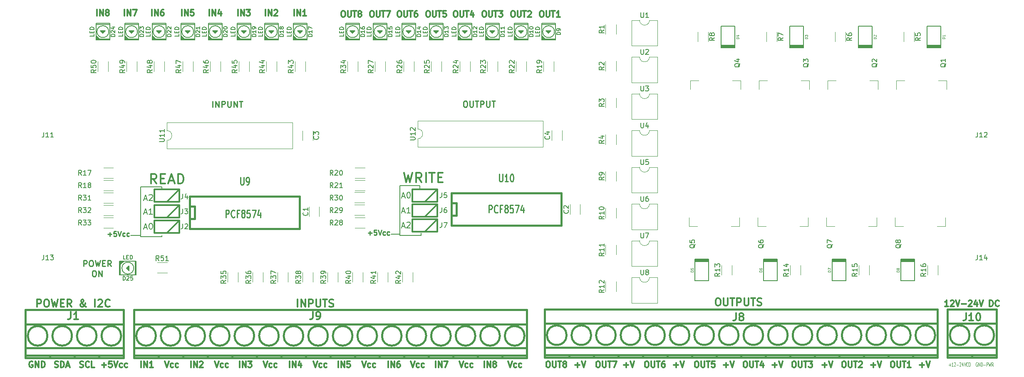
<source format=gbr>
G04 #@! TF.GenerationSoftware,KiCad,Pcbnew,(5.0.1)-3*
G04 #@! TF.CreationDate,2019-04-12T13:23:05-05:00*
G04 #@! TF.ProjectId,Vending_driveV2,56656E64696E675F647269766556322E,V1.0*
G04 #@! TF.SameCoordinates,Original*
G04 #@! TF.FileFunction,Legend,Top*
G04 #@! TF.FilePolarity,Positive*
%FSLAX46Y46*%
G04 Gerber Fmt 4.6, Leading zero omitted, Abs format (unit mm)*
G04 Created by KiCad (PCBNEW (5.0.1)-3) date 12/04/2019 13:23:05*
%MOMM*%
%LPD*%
G01*
G04 APERTURE LIST*
%ADD10C,0.200000*%
%ADD11C,0.250000*%
%ADD12C,0.300000*%
%ADD13C,0.125000*%
%ADD14C,0.198120*%
%ADD15C,0.120000*%
%ADD16C,0.127000*%
%ADD17C,0.381000*%
%ADD18C,0.304800*%
%ADD19C,0.149860*%
%ADD20C,0.150000*%
%ADD21C,0.119380*%
%ADD22C,0.203200*%
%ADD23C,0.285750*%
%ADD24C,0.287020*%
G04 APERTURE END LIST*
D10*
X107868000Y-105188000D02*
X109646000Y-105188000D01*
D11*
X103185142Y-105005428D02*
X103947047Y-105005428D01*
X103566095Y-105386380D02*
X103566095Y-104624476D01*
X104899428Y-104386380D02*
X104423238Y-104386380D01*
X104375619Y-104862571D01*
X104423238Y-104814952D01*
X104518476Y-104767333D01*
X104756571Y-104767333D01*
X104851809Y-104814952D01*
X104899428Y-104862571D01*
X104947047Y-104957809D01*
X104947047Y-105195904D01*
X104899428Y-105291142D01*
X104851809Y-105338761D01*
X104756571Y-105386380D01*
X104518476Y-105386380D01*
X104423238Y-105338761D01*
X104375619Y-105291142D01*
X105232761Y-104386380D02*
X105566095Y-105386380D01*
X105899428Y-104386380D01*
X106661333Y-105338761D02*
X106566095Y-105386380D01*
X106375619Y-105386380D01*
X106280380Y-105338761D01*
X106232761Y-105291142D01*
X106185142Y-105195904D01*
X106185142Y-104910190D01*
X106232761Y-104814952D01*
X106280380Y-104767333D01*
X106375619Y-104719714D01*
X106566095Y-104719714D01*
X106661333Y-104767333D01*
X107518476Y-105338761D02*
X107423238Y-105386380D01*
X107232761Y-105386380D01*
X107137523Y-105338761D01*
X107089904Y-105291142D01*
X107042285Y-105195904D01*
X107042285Y-104910190D01*
X107089904Y-104814952D01*
X107137523Y-104767333D01*
X107232761Y-104719714D01*
X107423238Y-104719714D01*
X107518476Y-104767333D01*
D10*
X113964000Y-105442000D02*
X113964000Y-104934000D01*
X109646000Y-105442000D02*
X113964000Y-105442000D01*
X109646000Y-95282000D02*
X109646000Y-105442000D01*
X113710000Y-95282000D02*
X109646000Y-95282000D01*
X113710000Y-95790000D02*
X113710000Y-95282000D01*
X54902000Y-105442000D02*
X56934000Y-105442000D01*
X61252000Y-105696000D02*
X61252000Y-105442000D01*
X61252000Y-95536000D02*
X61252000Y-95790000D01*
X56934000Y-105696000D02*
X61252000Y-105696000D01*
X56934000Y-95536000D02*
X56934000Y-105696000D01*
X61252000Y-95536000D02*
X56934000Y-95536000D01*
D11*
X50219142Y-105259428D02*
X50981047Y-105259428D01*
X50600095Y-105640380D02*
X50600095Y-104878476D01*
X51933428Y-104640380D02*
X51457238Y-104640380D01*
X51409619Y-105116571D01*
X51457238Y-105068952D01*
X51552476Y-105021333D01*
X51790571Y-105021333D01*
X51885809Y-105068952D01*
X51933428Y-105116571D01*
X51981047Y-105211809D01*
X51981047Y-105449904D01*
X51933428Y-105545142D01*
X51885809Y-105592761D01*
X51790571Y-105640380D01*
X51552476Y-105640380D01*
X51457238Y-105592761D01*
X51409619Y-105545142D01*
X52266761Y-104640380D02*
X52600095Y-105640380D01*
X52933428Y-104640380D01*
X53695333Y-105592761D02*
X53600095Y-105640380D01*
X53409619Y-105640380D01*
X53314380Y-105592761D01*
X53266761Y-105545142D01*
X53219142Y-105449904D01*
X53219142Y-105164190D01*
X53266761Y-105068952D01*
X53314380Y-105021333D01*
X53409619Y-104973714D01*
X53600095Y-104973714D01*
X53695333Y-105021333D01*
X54552476Y-105592761D02*
X54457238Y-105640380D01*
X54266761Y-105640380D01*
X54171523Y-105592761D01*
X54123904Y-105545142D01*
X54076285Y-105449904D01*
X54076285Y-105164190D01*
X54123904Y-105068952D01*
X54171523Y-105021333D01*
X54266761Y-104973714D01*
X54457238Y-104973714D01*
X54552476Y-105021333D01*
X122844285Y-78082857D02*
X123072857Y-78082857D01*
X123187142Y-78140000D01*
X123301428Y-78254285D01*
X123358571Y-78482857D01*
X123358571Y-78882857D01*
X123301428Y-79111428D01*
X123187142Y-79225714D01*
X123072857Y-79282857D01*
X122844285Y-79282857D01*
X122730000Y-79225714D01*
X122615714Y-79111428D01*
X122558571Y-78882857D01*
X122558571Y-78482857D01*
X122615714Y-78254285D01*
X122730000Y-78140000D01*
X122844285Y-78082857D01*
X123872857Y-78082857D02*
X123872857Y-79054285D01*
X123930000Y-79168571D01*
X123987142Y-79225714D01*
X124101428Y-79282857D01*
X124330000Y-79282857D01*
X124444285Y-79225714D01*
X124501428Y-79168571D01*
X124558571Y-79054285D01*
X124558571Y-78082857D01*
X124958571Y-78082857D02*
X125644285Y-78082857D01*
X125301428Y-79282857D02*
X125301428Y-78082857D01*
X126044285Y-79282857D02*
X126044285Y-78082857D01*
X126501428Y-78082857D01*
X126615714Y-78140000D01*
X126672857Y-78197142D01*
X126730000Y-78311428D01*
X126730000Y-78482857D01*
X126672857Y-78597142D01*
X126615714Y-78654285D01*
X126501428Y-78711428D01*
X126044285Y-78711428D01*
X127244285Y-78082857D02*
X127244285Y-79054285D01*
X127301428Y-79168571D01*
X127358571Y-79225714D01*
X127472857Y-79282857D01*
X127701428Y-79282857D01*
X127815714Y-79225714D01*
X127872857Y-79168571D01*
X127930000Y-79054285D01*
X127930000Y-78082857D01*
X128330000Y-78082857D02*
X129015714Y-78082857D01*
X128672857Y-79282857D02*
X128672857Y-78082857D01*
X71567142Y-79298857D02*
X71567142Y-78098857D01*
X72138571Y-79298857D02*
X72138571Y-78098857D01*
X72824285Y-79298857D01*
X72824285Y-78098857D01*
X73395714Y-79298857D02*
X73395714Y-78098857D01*
X73852857Y-78098857D01*
X73967142Y-78156000D01*
X74024285Y-78213142D01*
X74081428Y-78327428D01*
X74081428Y-78498857D01*
X74024285Y-78613142D01*
X73967142Y-78670285D01*
X73852857Y-78727428D01*
X73395714Y-78727428D01*
X74595714Y-78098857D02*
X74595714Y-79070285D01*
X74652857Y-79184571D01*
X74710000Y-79241714D01*
X74824285Y-79298857D01*
X75052857Y-79298857D01*
X75167142Y-79241714D01*
X75224285Y-79184571D01*
X75281428Y-79070285D01*
X75281428Y-78098857D01*
X75852857Y-79298857D02*
X75852857Y-78098857D01*
X76538571Y-79298857D01*
X76538571Y-78098857D01*
X76938571Y-78098857D02*
X77624285Y-78098857D01*
X77281428Y-79298857D02*
X77281428Y-78098857D01*
D12*
X110472000Y-92662761D02*
X110948190Y-94662761D01*
X111329142Y-93234190D01*
X111710095Y-94662761D01*
X112186285Y-92662761D01*
X114091047Y-94662761D02*
X113424380Y-93710380D01*
X112948190Y-94662761D02*
X112948190Y-92662761D01*
X113710095Y-92662761D01*
X113900571Y-92758000D01*
X113995809Y-92853238D01*
X114091047Y-93043714D01*
X114091047Y-93329428D01*
X113995809Y-93519904D01*
X113900571Y-93615142D01*
X113710095Y-93710380D01*
X112948190Y-93710380D01*
X114948190Y-94662761D02*
X114948190Y-92662761D01*
X115614857Y-92662761D02*
X116757714Y-92662761D01*
X116186285Y-94662761D02*
X116186285Y-92662761D01*
X117424380Y-93615142D02*
X118091047Y-93615142D01*
X118376761Y-94662761D02*
X117424380Y-94662761D01*
X117424380Y-92662761D01*
X118376761Y-92662761D01*
X60125142Y-94916761D02*
X59458476Y-93964380D01*
X58982285Y-94916761D02*
X58982285Y-92916761D01*
X59744190Y-92916761D01*
X59934666Y-93012000D01*
X60029904Y-93107238D01*
X60125142Y-93297714D01*
X60125142Y-93583428D01*
X60029904Y-93773904D01*
X59934666Y-93869142D01*
X59744190Y-93964380D01*
X58982285Y-93964380D01*
X60982285Y-93869142D02*
X61648952Y-93869142D01*
X61934666Y-94916761D02*
X60982285Y-94916761D01*
X60982285Y-92916761D01*
X61934666Y-92916761D01*
X62696571Y-94345333D02*
X63648952Y-94345333D01*
X62506095Y-94916761D02*
X63172761Y-92916761D01*
X63839428Y-94916761D01*
X64506095Y-94916761D02*
X64506095Y-92916761D01*
X64982285Y-92916761D01*
X65268000Y-93012000D01*
X65458476Y-93202476D01*
X65553714Y-93392952D01*
X65648952Y-93773904D01*
X65648952Y-94059619D01*
X65553714Y-94440571D01*
X65458476Y-94631047D01*
X65268000Y-94821523D01*
X64982285Y-94916761D01*
X64506095Y-94916761D01*
X215436571Y-131911714D02*
X216350857Y-131911714D01*
X215893714Y-132368857D02*
X215893714Y-131454571D01*
X216750857Y-131168857D02*
X217150857Y-132368857D01*
X217550857Y-131168857D01*
X205530571Y-131911714D02*
X206444857Y-131911714D01*
X205987714Y-132368857D02*
X205987714Y-131454571D01*
X206844857Y-131168857D02*
X207244857Y-132368857D01*
X207644857Y-131168857D01*
X195624571Y-131911714D02*
X196538857Y-131911714D01*
X196081714Y-132368857D02*
X196081714Y-131454571D01*
X196938857Y-131168857D02*
X197338857Y-132368857D01*
X197738857Y-131168857D01*
X185464571Y-131911714D02*
X186378857Y-131911714D01*
X185921714Y-132368857D02*
X185921714Y-131454571D01*
X186778857Y-131168857D02*
X187178857Y-132368857D01*
X187578857Y-131168857D01*
X175558571Y-131911714D02*
X176472857Y-131911714D01*
X176015714Y-132368857D02*
X176015714Y-131454571D01*
X176872857Y-131168857D02*
X177272857Y-132368857D01*
X177672857Y-131168857D01*
X165398571Y-131911714D02*
X166312857Y-131911714D01*
X165855714Y-132368857D02*
X165855714Y-131454571D01*
X166712857Y-131168857D02*
X167112857Y-132368857D01*
X167512857Y-131168857D01*
X155238571Y-131911714D02*
X156152857Y-131911714D01*
X155695714Y-132368857D02*
X155695714Y-131454571D01*
X156552857Y-131168857D02*
X156952857Y-132368857D01*
X157352857Y-131168857D01*
X145332571Y-131911714D02*
X146246857Y-131911714D01*
X145789714Y-132368857D02*
X145789714Y-131454571D01*
X146646857Y-131168857D02*
X147046857Y-132368857D01*
X147446857Y-131168857D01*
D13*
X227123809Y-131426000D02*
X227076190Y-131387904D01*
X227004761Y-131387904D01*
X226933333Y-131426000D01*
X226885714Y-131502190D01*
X226861904Y-131578380D01*
X226838095Y-131730761D01*
X226838095Y-131845047D01*
X226861904Y-131997428D01*
X226885714Y-132073619D01*
X226933333Y-132149809D01*
X227004761Y-132187904D01*
X227052380Y-132187904D01*
X227123809Y-132149809D01*
X227147619Y-132111714D01*
X227147619Y-131845047D01*
X227052380Y-131845047D01*
X227361904Y-132187904D02*
X227361904Y-131387904D01*
X227647619Y-132187904D01*
X227647619Y-131387904D01*
X227885714Y-132187904D02*
X227885714Y-131387904D01*
X228004761Y-131387904D01*
X228076190Y-131426000D01*
X228123809Y-131502190D01*
X228147619Y-131578380D01*
X228171428Y-131730761D01*
X228171428Y-131845047D01*
X228147619Y-131997428D01*
X228123809Y-132073619D01*
X228076190Y-132149809D01*
X228004761Y-132187904D01*
X227885714Y-132187904D01*
X228385714Y-131883142D02*
X228766666Y-131883142D01*
X229004761Y-132187904D02*
X229004761Y-131387904D01*
X229195238Y-131387904D01*
X229242857Y-131426000D01*
X229266666Y-131464095D01*
X229290476Y-131540285D01*
X229290476Y-131654571D01*
X229266666Y-131730761D01*
X229242857Y-131768857D01*
X229195238Y-131806952D01*
X229004761Y-131806952D01*
X229457142Y-131387904D02*
X229576190Y-132187904D01*
X229671428Y-131616476D01*
X229766666Y-132187904D01*
X229885714Y-131387904D01*
X230361904Y-132187904D02*
X230195238Y-131806952D01*
X230076190Y-132187904D02*
X230076190Y-131387904D01*
X230266666Y-131387904D01*
X230314285Y-131426000D01*
X230338095Y-131464095D01*
X230361904Y-131540285D01*
X230361904Y-131654571D01*
X230338095Y-131730761D01*
X230314285Y-131768857D01*
X230266666Y-131806952D01*
X230076190Y-131806952D01*
X221353333Y-131883142D02*
X221734285Y-131883142D01*
X221543809Y-132187904D02*
X221543809Y-131578380D01*
X222234285Y-132187904D02*
X221948571Y-132187904D01*
X222091428Y-132187904D02*
X222091428Y-131387904D01*
X222043809Y-131502190D01*
X221996190Y-131578380D01*
X221948571Y-131616476D01*
X222424761Y-131464095D02*
X222448571Y-131426000D01*
X222496190Y-131387904D01*
X222615238Y-131387904D01*
X222662857Y-131426000D01*
X222686666Y-131464095D01*
X222710476Y-131540285D01*
X222710476Y-131616476D01*
X222686666Y-131730761D01*
X222400952Y-132187904D01*
X222710476Y-132187904D01*
X222924761Y-131883142D02*
X223305714Y-131883142D01*
X223520000Y-131464095D02*
X223543809Y-131426000D01*
X223591428Y-131387904D01*
X223710476Y-131387904D01*
X223758095Y-131426000D01*
X223781904Y-131464095D01*
X223805714Y-131540285D01*
X223805714Y-131616476D01*
X223781904Y-131730761D01*
X223496190Y-132187904D01*
X223805714Y-132187904D01*
X224234285Y-131654571D02*
X224234285Y-132187904D01*
X224115238Y-131349809D02*
X223996190Y-131921238D01*
X224305714Y-131921238D01*
X224424761Y-131387904D02*
X224591428Y-132187904D01*
X224758095Y-131387904D01*
X225210476Y-132111714D02*
X225186666Y-132149809D01*
X225115238Y-132187904D01*
X225067619Y-132187904D01*
X224996190Y-132149809D01*
X224948571Y-132073619D01*
X224924761Y-131997428D01*
X224900952Y-131845047D01*
X224900952Y-131730761D01*
X224924761Y-131578380D01*
X224948571Y-131502190D01*
X224996190Y-131426000D01*
X225067619Y-131387904D01*
X225115238Y-131387904D01*
X225186666Y-131426000D01*
X225210476Y-131464095D01*
X225424761Y-132187904D02*
X225424761Y-131387904D01*
X225543809Y-131387904D01*
X225615238Y-131426000D01*
X225662857Y-131502190D01*
X225686666Y-131578380D01*
X225710476Y-131730761D01*
X225710476Y-131845047D01*
X225686666Y-131997428D01*
X225662857Y-132073619D01*
X225615238Y-132149809D01*
X225543809Y-132187904D01*
X225424761Y-132187904D01*
D12*
X209810571Y-131168857D02*
X210039142Y-131168857D01*
X210153428Y-131226000D01*
X210267714Y-131340285D01*
X210324857Y-131568857D01*
X210324857Y-131968857D01*
X210267714Y-132197428D01*
X210153428Y-132311714D01*
X210039142Y-132368857D01*
X209810571Y-132368857D01*
X209696285Y-132311714D01*
X209582000Y-132197428D01*
X209524857Y-131968857D01*
X209524857Y-131568857D01*
X209582000Y-131340285D01*
X209696285Y-131226000D01*
X209810571Y-131168857D01*
X210839142Y-131168857D02*
X210839142Y-132140285D01*
X210896285Y-132254571D01*
X210953428Y-132311714D01*
X211067714Y-132368857D01*
X211296285Y-132368857D01*
X211410571Y-132311714D01*
X211467714Y-132254571D01*
X211524857Y-132140285D01*
X211524857Y-131168857D01*
X211924857Y-131168857D02*
X212610571Y-131168857D01*
X212267714Y-132368857D02*
X212267714Y-131168857D01*
X213639142Y-132368857D02*
X212953428Y-132368857D01*
X213296285Y-132368857D02*
X213296285Y-131168857D01*
X213182000Y-131340285D01*
X213067714Y-131454571D01*
X212953428Y-131511714D01*
X199904571Y-131168857D02*
X200133142Y-131168857D01*
X200247428Y-131226000D01*
X200361714Y-131340285D01*
X200418857Y-131568857D01*
X200418857Y-131968857D01*
X200361714Y-132197428D01*
X200247428Y-132311714D01*
X200133142Y-132368857D01*
X199904571Y-132368857D01*
X199790285Y-132311714D01*
X199676000Y-132197428D01*
X199618857Y-131968857D01*
X199618857Y-131568857D01*
X199676000Y-131340285D01*
X199790285Y-131226000D01*
X199904571Y-131168857D01*
X200933142Y-131168857D02*
X200933142Y-132140285D01*
X200990285Y-132254571D01*
X201047428Y-132311714D01*
X201161714Y-132368857D01*
X201390285Y-132368857D01*
X201504571Y-132311714D01*
X201561714Y-132254571D01*
X201618857Y-132140285D01*
X201618857Y-131168857D01*
X202018857Y-131168857D02*
X202704571Y-131168857D01*
X202361714Y-132368857D02*
X202361714Y-131168857D01*
X203047428Y-131283142D02*
X203104571Y-131226000D01*
X203218857Y-131168857D01*
X203504571Y-131168857D01*
X203618857Y-131226000D01*
X203676000Y-131283142D01*
X203733142Y-131397428D01*
X203733142Y-131511714D01*
X203676000Y-131683142D01*
X202990285Y-132368857D01*
X203733142Y-132368857D01*
X189744571Y-131168857D02*
X189973142Y-131168857D01*
X190087428Y-131226000D01*
X190201714Y-131340285D01*
X190258857Y-131568857D01*
X190258857Y-131968857D01*
X190201714Y-132197428D01*
X190087428Y-132311714D01*
X189973142Y-132368857D01*
X189744571Y-132368857D01*
X189630285Y-132311714D01*
X189516000Y-132197428D01*
X189458857Y-131968857D01*
X189458857Y-131568857D01*
X189516000Y-131340285D01*
X189630285Y-131226000D01*
X189744571Y-131168857D01*
X190773142Y-131168857D02*
X190773142Y-132140285D01*
X190830285Y-132254571D01*
X190887428Y-132311714D01*
X191001714Y-132368857D01*
X191230285Y-132368857D01*
X191344571Y-132311714D01*
X191401714Y-132254571D01*
X191458857Y-132140285D01*
X191458857Y-131168857D01*
X191858857Y-131168857D02*
X192544571Y-131168857D01*
X192201714Y-132368857D02*
X192201714Y-131168857D01*
X192830285Y-131168857D02*
X193573142Y-131168857D01*
X193173142Y-131626000D01*
X193344571Y-131626000D01*
X193458857Y-131683142D01*
X193516000Y-131740285D01*
X193573142Y-131854571D01*
X193573142Y-132140285D01*
X193516000Y-132254571D01*
X193458857Y-132311714D01*
X193344571Y-132368857D01*
X193001714Y-132368857D01*
X192887428Y-132311714D01*
X192830285Y-132254571D01*
X179838571Y-131168857D02*
X180067142Y-131168857D01*
X180181428Y-131226000D01*
X180295714Y-131340285D01*
X180352857Y-131568857D01*
X180352857Y-131968857D01*
X180295714Y-132197428D01*
X180181428Y-132311714D01*
X180067142Y-132368857D01*
X179838571Y-132368857D01*
X179724285Y-132311714D01*
X179610000Y-132197428D01*
X179552857Y-131968857D01*
X179552857Y-131568857D01*
X179610000Y-131340285D01*
X179724285Y-131226000D01*
X179838571Y-131168857D01*
X180867142Y-131168857D02*
X180867142Y-132140285D01*
X180924285Y-132254571D01*
X180981428Y-132311714D01*
X181095714Y-132368857D01*
X181324285Y-132368857D01*
X181438571Y-132311714D01*
X181495714Y-132254571D01*
X181552857Y-132140285D01*
X181552857Y-131168857D01*
X181952857Y-131168857D02*
X182638571Y-131168857D01*
X182295714Y-132368857D02*
X182295714Y-131168857D01*
X183552857Y-131568857D02*
X183552857Y-132368857D01*
X183267142Y-131111714D02*
X182981428Y-131968857D01*
X183724285Y-131968857D01*
X169932571Y-131168857D02*
X170161142Y-131168857D01*
X170275428Y-131226000D01*
X170389714Y-131340285D01*
X170446857Y-131568857D01*
X170446857Y-131968857D01*
X170389714Y-132197428D01*
X170275428Y-132311714D01*
X170161142Y-132368857D01*
X169932571Y-132368857D01*
X169818285Y-132311714D01*
X169704000Y-132197428D01*
X169646857Y-131968857D01*
X169646857Y-131568857D01*
X169704000Y-131340285D01*
X169818285Y-131226000D01*
X169932571Y-131168857D01*
X170961142Y-131168857D02*
X170961142Y-132140285D01*
X171018285Y-132254571D01*
X171075428Y-132311714D01*
X171189714Y-132368857D01*
X171418285Y-132368857D01*
X171532571Y-132311714D01*
X171589714Y-132254571D01*
X171646857Y-132140285D01*
X171646857Y-131168857D01*
X172046857Y-131168857D02*
X172732571Y-131168857D01*
X172389714Y-132368857D02*
X172389714Y-131168857D01*
X173704000Y-131168857D02*
X173132571Y-131168857D01*
X173075428Y-131740285D01*
X173132571Y-131683142D01*
X173246857Y-131626000D01*
X173532571Y-131626000D01*
X173646857Y-131683142D01*
X173704000Y-131740285D01*
X173761142Y-131854571D01*
X173761142Y-132140285D01*
X173704000Y-132254571D01*
X173646857Y-132311714D01*
X173532571Y-132368857D01*
X173246857Y-132368857D01*
X173132571Y-132311714D01*
X173075428Y-132254571D01*
X159772571Y-131168857D02*
X160001142Y-131168857D01*
X160115428Y-131226000D01*
X160229714Y-131340285D01*
X160286857Y-131568857D01*
X160286857Y-131968857D01*
X160229714Y-132197428D01*
X160115428Y-132311714D01*
X160001142Y-132368857D01*
X159772571Y-132368857D01*
X159658285Y-132311714D01*
X159544000Y-132197428D01*
X159486857Y-131968857D01*
X159486857Y-131568857D01*
X159544000Y-131340285D01*
X159658285Y-131226000D01*
X159772571Y-131168857D01*
X160801142Y-131168857D02*
X160801142Y-132140285D01*
X160858285Y-132254571D01*
X160915428Y-132311714D01*
X161029714Y-132368857D01*
X161258285Y-132368857D01*
X161372571Y-132311714D01*
X161429714Y-132254571D01*
X161486857Y-132140285D01*
X161486857Y-131168857D01*
X161886857Y-131168857D02*
X162572571Y-131168857D01*
X162229714Y-132368857D02*
X162229714Y-131168857D01*
X163486857Y-131168857D02*
X163258285Y-131168857D01*
X163144000Y-131226000D01*
X163086857Y-131283142D01*
X162972571Y-131454571D01*
X162915428Y-131683142D01*
X162915428Y-132140285D01*
X162972571Y-132254571D01*
X163029714Y-132311714D01*
X163144000Y-132368857D01*
X163372571Y-132368857D01*
X163486857Y-132311714D01*
X163544000Y-132254571D01*
X163601142Y-132140285D01*
X163601142Y-131854571D01*
X163544000Y-131740285D01*
X163486857Y-131683142D01*
X163372571Y-131626000D01*
X163144000Y-131626000D01*
X163029714Y-131683142D01*
X162972571Y-131740285D01*
X162915428Y-131854571D01*
X149866571Y-131168857D02*
X150095142Y-131168857D01*
X150209428Y-131226000D01*
X150323714Y-131340285D01*
X150380857Y-131568857D01*
X150380857Y-131968857D01*
X150323714Y-132197428D01*
X150209428Y-132311714D01*
X150095142Y-132368857D01*
X149866571Y-132368857D01*
X149752285Y-132311714D01*
X149638000Y-132197428D01*
X149580857Y-131968857D01*
X149580857Y-131568857D01*
X149638000Y-131340285D01*
X149752285Y-131226000D01*
X149866571Y-131168857D01*
X150895142Y-131168857D02*
X150895142Y-132140285D01*
X150952285Y-132254571D01*
X151009428Y-132311714D01*
X151123714Y-132368857D01*
X151352285Y-132368857D01*
X151466571Y-132311714D01*
X151523714Y-132254571D01*
X151580857Y-132140285D01*
X151580857Y-131168857D01*
X151980857Y-131168857D02*
X152666571Y-131168857D01*
X152323714Y-132368857D02*
X152323714Y-131168857D01*
X152952285Y-131168857D02*
X153752285Y-131168857D01*
X153238000Y-132368857D01*
X139706571Y-131168857D02*
X139935142Y-131168857D01*
X140049428Y-131226000D01*
X140163714Y-131340285D01*
X140220857Y-131568857D01*
X140220857Y-131968857D01*
X140163714Y-132197428D01*
X140049428Y-132311714D01*
X139935142Y-132368857D01*
X139706571Y-132368857D01*
X139592285Y-132311714D01*
X139478000Y-132197428D01*
X139420857Y-131968857D01*
X139420857Y-131568857D01*
X139478000Y-131340285D01*
X139592285Y-131226000D01*
X139706571Y-131168857D01*
X140735142Y-131168857D02*
X140735142Y-132140285D01*
X140792285Y-132254571D01*
X140849428Y-132311714D01*
X140963714Y-132368857D01*
X141192285Y-132368857D01*
X141306571Y-132311714D01*
X141363714Y-132254571D01*
X141420857Y-132140285D01*
X141420857Y-131168857D01*
X141820857Y-131168857D02*
X142506571Y-131168857D01*
X142163714Y-132368857D02*
X142163714Y-131168857D01*
X143078000Y-131683142D02*
X142963714Y-131626000D01*
X142906571Y-131568857D01*
X142849428Y-131454571D01*
X142849428Y-131397428D01*
X142906571Y-131283142D01*
X142963714Y-131226000D01*
X143078000Y-131168857D01*
X143306571Y-131168857D01*
X143420857Y-131226000D01*
X143478000Y-131283142D01*
X143535142Y-131397428D01*
X143535142Y-131454571D01*
X143478000Y-131568857D01*
X143420857Y-131626000D01*
X143306571Y-131683142D01*
X143078000Y-131683142D01*
X142963714Y-131740285D01*
X142906571Y-131797428D01*
X142849428Y-131911714D01*
X142849428Y-132140285D01*
X142906571Y-132254571D01*
X142963714Y-132311714D01*
X143078000Y-132368857D01*
X143306571Y-132368857D01*
X143420857Y-132311714D01*
X143478000Y-132254571D01*
X143535142Y-132140285D01*
X143535142Y-131911714D01*
X143478000Y-131797428D01*
X143420857Y-131740285D01*
X143306571Y-131683142D01*
X131667428Y-131168857D02*
X132067428Y-132368857D01*
X132467428Y-131168857D01*
X133381714Y-132311714D02*
X133267428Y-132368857D01*
X133038857Y-132368857D01*
X132924571Y-132311714D01*
X132867428Y-132254571D01*
X132810285Y-132140285D01*
X132810285Y-131797428D01*
X132867428Y-131683142D01*
X132924571Y-131626000D01*
X133038857Y-131568857D01*
X133267428Y-131568857D01*
X133381714Y-131626000D01*
X134410285Y-132311714D02*
X134296000Y-132368857D01*
X134067428Y-132368857D01*
X133953142Y-132311714D01*
X133896000Y-132254571D01*
X133838857Y-132140285D01*
X133838857Y-131797428D01*
X133896000Y-131683142D01*
X133953142Y-131626000D01*
X134067428Y-131568857D01*
X134296000Y-131568857D01*
X134410285Y-131626000D01*
X126816000Y-132368857D02*
X126816000Y-131168857D01*
X127387428Y-132368857D02*
X127387428Y-131168857D01*
X128073142Y-132368857D01*
X128073142Y-131168857D01*
X128816000Y-131683142D02*
X128701714Y-131626000D01*
X128644571Y-131568857D01*
X128587428Y-131454571D01*
X128587428Y-131397428D01*
X128644571Y-131283142D01*
X128701714Y-131226000D01*
X128816000Y-131168857D01*
X129044571Y-131168857D01*
X129158857Y-131226000D01*
X129216000Y-131283142D01*
X129273142Y-131397428D01*
X129273142Y-131454571D01*
X129216000Y-131568857D01*
X129158857Y-131626000D01*
X129044571Y-131683142D01*
X128816000Y-131683142D01*
X128701714Y-131740285D01*
X128644571Y-131797428D01*
X128587428Y-131911714D01*
X128587428Y-132140285D01*
X128644571Y-132254571D01*
X128701714Y-132311714D01*
X128816000Y-132368857D01*
X129044571Y-132368857D01*
X129158857Y-132311714D01*
X129216000Y-132254571D01*
X129273142Y-132140285D01*
X129273142Y-131911714D01*
X129216000Y-131797428D01*
X129158857Y-131740285D01*
X129044571Y-131683142D01*
X121761428Y-131168857D02*
X122161428Y-132368857D01*
X122561428Y-131168857D01*
X123475714Y-132311714D02*
X123361428Y-132368857D01*
X123132857Y-132368857D01*
X123018571Y-132311714D01*
X122961428Y-132254571D01*
X122904285Y-132140285D01*
X122904285Y-131797428D01*
X122961428Y-131683142D01*
X123018571Y-131626000D01*
X123132857Y-131568857D01*
X123361428Y-131568857D01*
X123475714Y-131626000D01*
X124504285Y-132311714D02*
X124390000Y-132368857D01*
X124161428Y-132368857D01*
X124047142Y-132311714D01*
X123990000Y-132254571D01*
X123932857Y-132140285D01*
X123932857Y-131797428D01*
X123990000Y-131683142D01*
X124047142Y-131626000D01*
X124161428Y-131568857D01*
X124390000Y-131568857D01*
X124504285Y-131626000D01*
X116910000Y-132368857D02*
X116910000Y-131168857D01*
X117481428Y-132368857D02*
X117481428Y-131168857D01*
X118167142Y-132368857D01*
X118167142Y-131168857D01*
X118624285Y-131168857D02*
X119424285Y-131168857D01*
X118910000Y-132368857D01*
X111855428Y-131168857D02*
X112255428Y-132368857D01*
X112655428Y-131168857D01*
X113569714Y-132311714D02*
X113455428Y-132368857D01*
X113226857Y-132368857D01*
X113112571Y-132311714D01*
X113055428Y-132254571D01*
X112998285Y-132140285D01*
X112998285Y-131797428D01*
X113055428Y-131683142D01*
X113112571Y-131626000D01*
X113226857Y-131568857D01*
X113455428Y-131568857D01*
X113569714Y-131626000D01*
X114598285Y-132311714D02*
X114484000Y-132368857D01*
X114255428Y-132368857D01*
X114141142Y-132311714D01*
X114084000Y-132254571D01*
X114026857Y-132140285D01*
X114026857Y-131797428D01*
X114084000Y-131683142D01*
X114141142Y-131626000D01*
X114255428Y-131568857D01*
X114484000Y-131568857D01*
X114598285Y-131626000D01*
X107258000Y-132368857D02*
X107258000Y-131168857D01*
X107829428Y-132368857D02*
X107829428Y-131168857D01*
X108515142Y-132368857D01*
X108515142Y-131168857D01*
X109600857Y-131168857D02*
X109372285Y-131168857D01*
X109258000Y-131226000D01*
X109200857Y-131283142D01*
X109086571Y-131454571D01*
X109029428Y-131683142D01*
X109029428Y-132140285D01*
X109086571Y-132254571D01*
X109143714Y-132311714D01*
X109258000Y-132368857D01*
X109486571Y-132368857D01*
X109600857Y-132311714D01*
X109658000Y-132254571D01*
X109715142Y-132140285D01*
X109715142Y-131854571D01*
X109658000Y-131740285D01*
X109600857Y-131683142D01*
X109486571Y-131626000D01*
X109258000Y-131626000D01*
X109143714Y-131683142D01*
X109086571Y-131740285D01*
X109029428Y-131854571D01*
X101949428Y-131168857D02*
X102349428Y-132368857D01*
X102749428Y-131168857D01*
X103663714Y-132311714D02*
X103549428Y-132368857D01*
X103320857Y-132368857D01*
X103206571Y-132311714D01*
X103149428Y-132254571D01*
X103092285Y-132140285D01*
X103092285Y-131797428D01*
X103149428Y-131683142D01*
X103206571Y-131626000D01*
X103320857Y-131568857D01*
X103549428Y-131568857D01*
X103663714Y-131626000D01*
X104692285Y-132311714D02*
X104578000Y-132368857D01*
X104349428Y-132368857D01*
X104235142Y-132311714D01*
X104178000Y-132254571D01*
X104120857Y-132140285D01*
X104120857Y-131797428D01*
X104178000Y-131683142D01*
X104235142Y-131626000D01*
X104349428Y-131568857D01*
X104578000Y-131568857D01*
X104692285Y-131626000D01*
X97098000Y-132368857D02*
X97098000Y-131168857D01*
X97669428Y-132368857D02*
X97669428Y-131168857D01*
X98355142Y-132368857D01*
X98355142Y-131168857D01*
X99498000Y-131168857D02*
X98926571Y-131168857D01*
X98869428Y-131740285D01*
X98926571Y-131683142D01*
X99040857Y-131626000D01*
X99326571Y-131626000D01*
X99440857Y-131683142D01*
X99498000Y-131740285D01*
X99555142Y-131854571D01*
X99555142Y-132140285D01*
X99498000Y-132254571D01*
X99440857Y-132311714D01*
X99326571Y-132368857D01*
X99040857Y-132368857D01*
X98926571Y-132311714D01*
X98869428Y-132254571D01*
X92043428Y-131168857D02*
X92443428Y-132368857D01*
X92843428Y-131168857D01*
X93757714Y-132311714D02*
X93643428Y-132368857D01*
X93414857Y-132368857D01*
X93300571Y-132311714D01*
X93243428Y-132254571D01*
X93186285Y-132140285D01*
X93186285Y-131797428D01*
X93243428Y-131683142D01*
X93300571Y-131626000D01*
X93414857Y-131568857D01*
X93643428Y-131568857D01*
X93757714Y-131626000D01*
X94786285Y-132311714D02*
X94672000Y-132368857D01*
X94443428Y-132368857D01*
X94329142Y-132311714D01*
X94272000Y-132254571D01*
X94214857Y-132140285D01*
X94214857Y-131797428D01*
X94272000Y-131683142D01*
X94329142Y-131626000D01*
X94443428Y-131568857D01*
X94672000Y-131568857D01*
X94786285Y-131626000D01*
X87192000Y-132368857D02*
X87192000Y-131168857D01*
X87763428Y-132368857D02*
X87763428Y-131168857D01*
X88449142Y-132368857D01*
X88449142Y-131168857D01*
X89534857Y-131568857D02*
X89534857Y-132368857D01*
X89249142Y-131111714D02*
X88963428Y-131968857D01*
X89706285Y-131968857D01*
X81883428Y-131168857D02*
X82283428Y-132368857D01*
X82683428Y-131168857D01*
X83597714Y-132311714D02*
X83483428Y-132368857D01*
X83254857Y-132368857D01*
X83140571Y-132311714D01*
X83083428Y-132254571D01*
X83026285Y-132140285D01*
X83026285Y-131797428D01*
X83083428Y-131683142D01*
X83140571Y-131626000D01*
X83254857Y-131568857D01*
X83483428Y-131568857D01*
X83597714Y-131626000D01*
X84626285Y-132311714D02*
X84512000Y-132368857D01*
X84283428Y-132368857D01*
X84169142Y-132311714D01*
X84112000Y-132254571D01*
X84054857Y-132140285D01*
X84054857Y-131797428D01*
X84112000Y-131683142D01*
X84169142Y-131626000D01*
X84283428Y-131568857D01*
X84512000Y-131568857D01*
X84626285Y-131626000D01*
X77032000Y-132368857D02*
X77032000Y-131168857D01*
X77603428Y-132368857D02*
X77603428Y-131168857D01*
X78289142Y-132368857D01*
X78289142Y-131168857D01*
X78746285Y-131168857D02*
X79489142Y-131168857D01*
X79089142Y-131626000D01*
X79260571Y-131626000D01*
X79374857Y-131683142D01*
X79432000Y-131740285D01*
X79489142Y-131854571D01*
X79489142Y-132140285D01*
X79432000Y-132254571D01*
X79374857Y-132311714D01*
X79260571Y-132368857D01*
X78917714Y-132368857D01*
X78803428Y-132311714D01*
X78746285Y-132254571D01*
X71977428Y-131168857D02*
X72377428Y-132368857D01*
X72777428Y-131168857D01*
X73691714Y-132311714D02*
X73577428Y-132368857D01*
X73348857Y-132368857D01*
X73234571Y-132311714D01*
X73177428Y-132254571D01*
X73120285Y-132140285D01*
X73120285Y-131797428D01*
X73177428Y-131683142D01*
X73234571Y-131626000D01*
X73348857Y-131568857D01*
X73577428Y-131568857D01*
X73691714Y-131626000D01*
X74720285Y-132311714D02*
X74606000Y-132368857D01*
X74377428Y-132368857D01*
X74263142Y-132311714D01*
X74206000Y-132254571D01*
X74148857Y-132140285D01*
X74148857Y-131797428D01*
X74206000Y-131683142D01*
X74263142Y-131626000D01*
X74377428Y-131568857D01*
X74606000Y-131568857D01*
X74720285Y-131626000D01*
X67126000Y-132368857D02*
X67126000Y-131168857D01*
X67697428Y-132368857D02*
X67697428Y-131168857D01*
X68383142Y-132368857D01*
X68383142Y-131168857D01*
X68897428Y-131283142D02*
X68954571Y-131226000D01*
X69068857Y-131168857D01*
X69354571Y-131168857D01*
X69468857Y-131226000D01*
X69526000Y-131283142D01*
X69583142Y-131397428D01*
X69583142Y-131511714D01*
X69526000Y-131683142D01*
X68840285Y-132368857D01*
X69583142Y-132368857D01*
X61817428Y-131168857D02*
X62217428Y-132368857D01*
X62617428Y-131168857D01*
X63531714Y-132311714D02*
X63417428Y-132368857D01*
X63188857Y-132368857D01*
X63074571Y-132311714D01*
X63017428Y-132254571D01*
X62960285Y-132140285D01*
X62960285Y-131797428D01*
X63017428Y-131683142D01*
X63074571Y-131626000D01*
X63188857Y-131568857D01*
X63417428Y-131568857D01*
X63531714Y-131626000D01*
X64560285Y-132311714D02*
X64446000Y-132368857D01*
X64217428Y-132368857D01*
X64103142Y-132311714D01*
X64046000Y-132254571D01*
X63988857Y-132140285D01*
X63988857Y-131797428D01*
X64046000Y-131683142D01*
X64103142Y-131626000D01*
X64217428Y-131568857D01*
X64446000Y-131568857D01*
X64560285Y-131626000D01*
X48990571Y-131911714D02*
X49904857Y-131911714D01*
X49447714Y-132368857D02*
X49447714Y-131454571D01*
X51047714Y-131168857D02*
X50476285Y-131168857D01*
X50419142Y-131740285D01*
X50476285Y-131683142D01*
X50590571Y-131626000D01*
X50876285Y-131626000D01*
X50990571Y-131683142D01*
X51047714Y-131740285D01*
X51104857Y-131854571D01*
X51104857Y-132140285D01*
X51047714Y-132254571D01*
X50990571Y-132311714D01*
X50876285Y-132368857D01*
X50590571Y-132368857D01*
X50476285Y-132311714D01*
X50419142Y-132254571D01*
X51447714Y-131168857D02*
X51847714Y-132368857D01*
X52247714Y-131168857D01*
X53162000Y-132311714D02*
X53047714Y-132368857D01*
X52819142Y-132368857D01*
X52704857Y-132311714D01*
X52647714Y-132254571D01*
X52590571Y-132140285D01*
X52590571Y-131797428D01*
X52647714Y-131683142D01*
X52704857Y-131626000D01*
X52819142Y-131568857D01*
X53047714Y-131568857D01*
X53162000Y-131626000D01*
X54190571Y-132311714D02*
X54076285Y-132368857D01*
X53847714Y-132368857D01*
X53733428Y-132311714D01*
X53676285Y-132254571D01*
X53619142Y-132140285D01*
X53619142Y-131797428D01*
X53676285Y-131683142D01*
X53733428Y-131626000D01*
X53847714Y-131568857D01*
X54076285Y-131568857D01*
X54190571Y-131626000D01*
X44545428Y-132311714D02*
X44716857Y-132368857D01*
X45002571Y-132368857D01*
X45116857Y-132311714D01*
X45174000Y-132254571D01*
X45231142Y-132140285D01*
X45231142Y-132026000D01*
X45174000Y-131911714D01*
X45116857Y-131854571D01*
X45002571Y-131797428D01*
X44774000Y-131740285D01*
X44659714Y-131683142D01*
X44602571Y-131626000D01*
X44545428Y-131511714D01*
X44545428Y-131397428D01*
X44602571Y-131283142D01*
X44659714Y-131226000D01*
X44774000Y-131168857D01*
X45059714Y-131168857D01*
X45231142Y-131226000D01*
X46431142Y-132254571D02*
X46374000Y-132311714D01*
X46202571Y-132368857D01*
X46088285Y-132368857D01*
X45916857Y-132311714D01*
X45802571Y-132197428D01*
X45745428Y-132083142D01*
X45688285Y-131854571D01*
X45688285Y-131683142D01*
X45745428Y-131454571D01*
X45802571Y-131340285D01*
X45916857Y-131226000D01*
X46088285Y-131168857D01*
X46202571Y-131168857D01*
X46374000Y-131226000D01*
X46431142Y-131283142D01*
X47516857Y-132368857D02*
X46945428Y-132368857D01*
X46945428Y-131168857D01*
X39436857Y-132311714D02*
X39608285Y-132368857D01*
X39894000Y-132368857D01*
X40008285Y-132311714D01*
X40065428Y-132254571D01*
X40122571Y-132140285D01*
X40122571Y-132026000D01*
X40065428Y-131911714D01*
X40008285Y-131854571D01*
X39894000Y-131797428D01*
X39665428Y-131740285D01*
X39551142Y-131683142D01*
X39494000Y-131626000D01*
X39436857Y-131511714D01*
X39436857Y-131397428D01*
X39494000Y-131283142D01*
X39551142Y-131226000D01*
X39665428Y-131168857D01*
X39951142Y-131168857D01*
X40122571Y-131226000D01*
X40636857Y-132368857D02*
X40636857Y-131168857D01*
X40922571Y-131168857D01*
X41094000Y-131226000D01*
X41208285Y-131340285D01*
X41265428Y-131454571D01*
X41322571Y-131683142D01*
X41322571Y-131854571D01*
X41265428Y-132083142D01*
X41208285Y-132197428D01*
X41094000Y-132311714D01*
X40922571Y-132368857D01*
X40636857Y-132368857D01*
X41779714Y-132026000D02*
X42351142Y-132026000D01*
X41665428Y-132368857D02*
X42065428Y-131168857D01*
X42465428Y-132368857D01*
X34899714Y-131226000D02*
X34785428Y-131168857D01*
X34614000Y-131168857D01*
X34442571Y-131226000D01*
X34328285Y-131340285D01*
X34271142Y-131454571D01*
X34214000Y-131683142D01*
X34214000Y-131854571D01*
X34271142Y-132083142D01*
X34328285Y-132197428D01*
X34442571Y-132311714D01*
X34614000Y-132368857D01*
X34728285Y-132368857D01*
X34899714Y-132311714D01*
X34956857Y-132254571D01*
X34956857Y-131854571D01*
X34728285Y-131854571D01*
X35471142Y-132368857D02*
X35471142Y-131168857D01*
X36156857Y-132368857D01*
X36156857Y-131168857D01*
X36728285Y-132368857D02*
X36728285Y-131168857D01*
X37014000Y-131168857D01*
X37185428Y-131226000D01*
X37299714Y-131340285D01*
X37356857Y-131454571D01*
X37414000Y-131683142D01*
X37414000Y-131854571D01*
X37356857Y-132083142D01*
X37299714Y-132197428D01*
X37185428Y-132311714D01*
X37014000Y-132368857D01*
X36728285Y-132368857D01*
X56966000Y-132368857D02*
X56966000Y-131168857D01*
X57537428Y-132368857D02*
X57537428Y-131168857D01*
X58223142Y-132368857D01*
X58223142Y-131168857D01*
X59423142Y-132368857D02*
X58737428Y-132368857D01*
X59080285Y-132368857D02*
X59080285Y-131168857D01*
X58966000Y-131340285D01*
X58851714Y-131454571D01*
X58737428Y-131511714D01*
X138388571Y-59714857D02*
X138617142Y-59714857D01*
X138731428Y-59772000D01*
X138845714Y-59886285D01*
X138902857Y-60114857D01*
X138902857Y-60514857D01*
X138845714Y-60743428D01*
X138731428Y-60857714D01*
X138617142Y-60914857D01*
X138388571Y-60914857D01*
X138274285Y-60857714D01*
X138160000Y-60743428D01*
X138102857Y-60514857D01*
X138102857Y-60114857D01*
X138160000Y-59886285D01*
X138274285Y-59772000D01*
X138388571Y-59714857D01*
X139417142Y-59714857D02*
X139417142Y-60686285D01*
X139474285Y-60800571D01*
X139531428Y-60857714D01*
X139645714Y-60914857D01*
X139874285Y-60914857D01*
X139988571Y-60857714D01*
X140045714Y-60800571D01*
X140102857Y-60686285D01*
X140102857Y-59714857D01*
X140502857Y-59714857D02*
X141188571Y-59714857D01*
X140845714Y-60914857D02*
X140845714Y-59714857D01*
X142217142Y-60914857D02*
X141531428Y-60914857D01*
X141874285Y-60914857D02*
X141874285Y-59714857D01*
X141760000Y-59886285D01*
X141645714Y-60000571D01*
X141531428Y-60057714D01*
X132546571Y-59714857D02*
X132775142Y-59714857D01*
X132889428Y-59772000D01*
X133003714Y-59886285D01*
X133060857Y-60114857D01*
X133060857Y-60514857D01*
X133003714Y-60743428D01*
X132889428Y-60857714D01*
X132775142Y-60914857D01*
X132546571Y-60914857D01*
X132432285Y-60857714D01*
X132318000Y-60743428D01*
X132260857Y-60514857D01*
X132260857Y-60114857D01*
X132318000Y-59886285D01*
X132432285Y-59772000D01*
X132546571Y-59714857D01*
X133575142Y-59714857D02*
X133575142Y-60686285D01*
X133632285Y-60800571D01*
X133689428Y-60857714D01*
X133803714Y-60914857D01*
X134032285Y-60914857D01*
X134146571Y-60857714D01*
X134203714Y-60800571D01*
X134260857Y-60686285D01*
X134260857Y-59714857D01*
X134660857Y-59714857D02*
X135346571Y-59714857D01*
X135003714Y-60914857D02*
X135003714Y-59714857D01*
X135689428Y-59829142D02*
X135746571Y-59772000D01*
X135860857Y-59714857D01*
X136146571Y-59714857D01*
X136260857Y-59772000D01*
X136318000Y-59829142D01*
X136375142Y-59943428D01*
X136375142Y-60057714D01*
X136318000Y-60229142D01*
X135632285Y-60914857D01*
X136375142Y-60914857D01*
X126704571Y-59714857D02*
X126933142Y-59714857D01*
X127047428Y-59772000D01*
X127161714Y-59886285D01*
X127218857Y-60114857D01*
X127218857Y-60514857D01*
X127161714Y-60743428D01*
X127047428Y-60857714D01*
X126933142Y-60914857D01*
X126704571Y-60914857D01*
X126590285Y-60857714D01*
X126476000Y-60743428D01*
X126418857Y-60514857D01*
X126418857Y-60114857D01*
X126476000Y-59886285D01*
X126590285Y-59772000D01*
X126704571Y-59714857D01*
X127733142Y-59714857D02*
X127733142Y-60686285D01*
X127790285Y-60800571D01*
X127847428Y-60857714D01*
X127961714Y-60914857D01*
X128190285Y-60914857D01*
X128304571Y-60857714D01*
X128361714Y-60800571D01*
X128418857Y-60686285D01*
X128418857Y-59714857D01*
X128818857Y-59714857D02*
X129504571Y-59714857D01*
X129161714Y-60914857D02*
X129161714Y-59714857D01*
X129790285Y-59714857D02*
X130533142Y-59714857D01*
X130133142Y-60172000D01*
X130304571Y-60172000D01*
X130418857Y-60229142D01*
X130476000Y-60286285D01*
X130533142Y-60400571D01*
X130533142Y-60686285D01*
X130476000Y-60800571D01*
X130418857Y-60857714D01*
X130304571Y-60914857D01*
X129961714Y-60914857D01*
X129847428Y-60857714D01*
X129790285Y-60800571D01*
X120862571Y-59714857D02*
X121091142Y-59714857D01*
X121205428Y-59772000D01*
X121319714Y-59886285D01*
X121376857Y-60114857D01*
X121376857Y-60514857D01*
X121319714Y-60743428D01*
X121205428Y-60857714D01*
X121091142Y-60914857D01*
X120862571Y-60914857D01*
X120748285Y-60857714D01*
X120634000Y-60743428D01*
X120576857Y-60514857D01*
X120576857Y-60114857D01*
X120634000Y-59886285D01*
X120748285Y-59772000D01*
X120862571Y-59714857D01*
X121891142Y-59714857D02*
X121891142Y-60686285D01*
X121948285Y-60800571D01*
X122005428Y-60857714D01*
X122119714Y-60914857D01*
X122348285Y-60914857D01*
X122462571Y-60857714D01*
X122519714Y-60800571D01*
X122576857Y-60686285D01*
X122576857Y-59714857D01*
X122976857Y-59714857D02*
X123662571Y-59714857D01*
X123319714Y-60914857D02*
X123319714Y-59714857D01*
X124576857Y-60114857D02*
X124576857Y-60914857D01*
X124291142Y-59657714D02*
X124005428Y-60514857D01*
X124748285Y-60514857D01*
X115274571Y-59714857D02*
X115503142Y-59714857D01*
X115617428Y-59772000D01*
X115731714Y-59886285D01*
X115788857Y-60114857D01*
X115788857Y-60514857D01*
X115731714Y-60743428D01*
X115617428Y-60857714D01*
X115503142Y-60914857D01*
X115274571Y-60914857D01*
X115160285Y-60857714D01*
X115046000Y-60743428D01*
X114988857Y-60514857D01*
X114988857Y-60114857D01*
X115046000Y-59886285D01*
X115160285Y-59772000D01*
X115274571Y-59714857D01*
X116303142Y-59714857D02*
X116303142Y-60686285D01*
X116360285Y-60800571D01*
X116417428Y-60857714D01*
X116531714Y-60914857D01*
X116760285Y-60914857D01*
X116874571Y-60857714D01*
X116931714Y-60800571D01*
X116988857Y-60686285D01*
X116988857Y-59714857D01*
X117388857Y-59714857D02*
X118074571Y-59714857D01*
X117731714Y-60914857D02*
X117731714Y-59714857D01*
X119046000Y-59714857D02*
X118474571Y-59714857D01*
X118417428Y-60286285D01*
X118474571Y-60229142D01*
X118588857Y-60172000D01*
X118874571Y-60172000D01*
X118988857Y-60229142D01*
X119046000Y-60286285D01*
X119103142Y-60400571D01*
X119103142Y-60686285D01*
X119046000Y-60800571D01*
X118988857Y-60857714D01*
X118874571Y-60914857D01*
X118588857Y-60914857D01*
X118474571Y-60857714D01*
X118417428Y-60800571D01*
X109432571Y-59714857D02*
X109661142Y-59714857D01*
X109775428Y-59772000D01*
X109889714Y-59886285D01*
X109946857Y-60114857D01*
X109946857Y-60514857D01*
X109889714Y-60743428D01*
X109775428Y-60857714D01*
X109661142Y-60914857D01*
X109432571Y-60914857D01*
X109318285Y-60857714D01*
X109204000Y-60743428D01*
X109146857Y-60514857D01*
X109146857Y-60114857D01*
X109204000Y-59886285D01*
X109318285Y-59772000D01*
X109432571Y-59714857D01*
X110461142Y-59714857D02*
X110461142Y-60686285D01*
X110518285Y-60800571D01*
X110575428Y-60857714D01*
X110689714Y-60914857D01*
X110918285Y-60914857D01*
X111032571Y-60857714D01*
X111089714Y-60800571D01*
X111146857Y-60686285D01*
X111146857Y-59714857D01*
X111546857Y-59714857D02*
X112232571Y-59714857D01*
X111889714Y-60914857D02*
X111889714Y-59714857D01*
X113146857Y-59714857D02*
X112918285Y-59714857D01*
X112804000Y-59772000D01*
X112746857Y-59829142D01*
X112632571Y-60000571D01*
X112575428Y-60229142D01*
X112575428Y-60686285D01*
X112632571Y-60800571D01*
X112689714Y-60857714D01*
X112804000Y-60914857D01*
X113032571Y-60914857D01*
X113146857Y-60857714D01*
X113204000Y-60800571D01*
X113261142Y-60686285D01*
X113261142Y-60400571D01*
X113204000Y-60286285D01*
X113146857Y-60229142D01*
X113032571Y-60172000D01*
X112804000Y-60172000D01*
X112689714Y-60229142D01*
X112632571Y-60286285D01*
X112575428Y-60400571D01*
X103844571Y-59714857D02*
X104073142Y-59714857D01*
X104187428Y-59772000D01*
X104301714Y-59886285D01*
X104358857Y-60114857D01*
X104358857Y-60514857D01*
X104301714Y-60743428D01*
X104187428Y-60857714D01*
X104073142Y-60914857D01*
X103844571Y-60914857D01*
X103730285Y-60857714D01*
X103616000Y-60743428D01*
X103558857Y-60514857D01*
X103558857Y-60114857D01*
X103616000Y-59886285D01*
X103730285Y-59772000D01*
X103844571Y-59714857D01*
X104873142Y-59714857D02*
X104873142Y-60686285D01*
X104930285Y-60800571D01*
X104987428Y-60857714D01*
X105101714Y-60914857D01*
X105330285Y-60914857D01*
X105444571Y-60857714D01*
X105501714Y-60800571D01*
X105558857Y-60686285D01*
X105558857Y-59714857D01*
X105958857Y-59714857D02*
X106644571Y-59714857D01*
X106301714Y-60914857D02*
X106301714Y-59714857D01*
X106930285Y-59714857D02*
X107730285Y-59714857D01*
X107216000Y-60914857D01*
X98002571Y-59714857D02*
X98231142Y-59714857D01*
X98345428Y-59772000D01*
X98459714Y-59886285D01*
X98516857Y-60114857D01*
X98516857Y-60514857D01*
X98459714Y-60743428D01*
X98345428Y-60857714D01*
X98231142Y-60914857D01*
X98002571Y-60914857D01*
X97888285Y-60857714D01*
X97774000Y-60743428D01*
X97716857Y-60514857D01*
X97716857Y-60114857D01*
X97774000Y-59886285D01*
X97888285Y-59772000D01*
X98002571Y-59714857D01*
X99031142Y-59714857D02*
X99031142Y-60686285D01*
X99088285Y-60800571D01*
X99145428Y-60857714D01*
X99259714Y-60914857D01*
X99488285Y-60914857D01*
X99602571Y-60857714D01*
X99659714Y-60800571D01*
X99716857Y-60686285D01*
X99716857Y-59714857D01*
X100116857Y-59714857D02*
X100802571Y-59714857D01*
X100459714Y-60914857D02*
X100459714Y-59714857D01*
X101374000Y-60229142D02*
X101259714Y-60172000D01*
X101202571Y-60114857D01*
X101145428Y-60000571D01*
X101145428Y-59943428D01*
X101202571Y-59829142D01*
X101259714Y-59772000D01*
X101374000Y-59714857D01*
X101602571Y-59714857D01*
X101716857Y-59772000D01*
X101774000Y-59829142D01*
X101831142Y-59943428D01*
X101831142Y-60000571D01*
X101774000Y-60114857D01*
X101716857Y-60172000D01*
X101602571Y-60229142D01*
X101374000Y-60229142D01*
X101259714Y-60286285D01*
X101202571Y-60343428D01*
X101145428Y-60457714D01*
X101145428Y-60686285D01*
X101202571Y-60800571D01*
X101259714Y-60857714D01*
X101374000Y-60914857D01*
X101602571Y-60914857D01*
X101716857Y-60857714D01*
X101774000Y-60800571D01*
X101831142Y-60686285D01*
X101831142Y-60457714D01*
X101774000Y-60343428D01*
X101716857Y-60286285D01*
X101602571Y-60229142D01*
X88144000Y-60660857D02*
X88144000Y-59460857D01*
X88715428Y-60660857D02*
X88715428Y-59460857D01*
X89401142Y-60660857D01*
X89401142Y-59460857D01*
X90601142Y-60660857D02*
X89915428Y-60660857D01*
X90258285Y-60660857D02*
X90258285Y-59460857D01*
X90144000Y-59632285D01*
X90029714Y-59746571D01*
X89915428Y-59803714D01*
X82302000Y-60660857D02*
X82302000Y-59460857D01*
X82873428Y-60660857D02*
X82873428Y-59460857D01*
X83559142Y-60660857D01*
X83559142Y-59460857D01*
X84073428Y-59575142D02*
X84130571Y-59518000D01*
X84244857Y-59460857D01*
X84530571Y-59460857D01*
X84644857Y-59518000D01*
X84702000Y-59575142D01*
X84759142Y-59689428D01*
X84759142Y-59803714D01*
X84702000Y-59975142D01*
X84016285Y-60660857D01*
X84759142Y-60660857D01*
X65284000Y-60660857D02*
X65284000Y-59460857D01*
X65855428Y-60660857D02*
X65855428Y-59460857D01*
X66541142Y-60660857D01*
X66541142Y-59460857D01*
X67684000Y-59460857D02*
X67112571Y-59460857D01*
X67055428Y-60032285D01*
X67112571Y-59975142D01*
X67226857Y-59918000D01*
X67512571Y-59918000D01*
X67626857Y-59975142D01*
X67684000Y-60032285D01*
X67741142Y-60146571D01*
X67741142Y-60432285D01*
X67684000Y-60546571D01*
X67626857Y-60603714D01*
X67512571Y-60660857D01*
X67226857Y-60660857D01*
X67112571Y-60603714D01*
X67055428Y-60546571D01*
X76714000Y-60660857D02*
X76714000Y-59460857D01*
X77285428Y-60660857D02*
X77285428Y-59460857D01*
X77971142Y-60660857D01*
X77971142Y-59460857D01*
X78428285Y-59460857D02*
X79171142Y-59460857D01*
X78771142Y-59918000D01*
X78942571Y-59918000D01*
X79056857Y-59975142D01*
X79114000Y-60032285D01*
X79171142Y-60146571D01*
X79171142Y-60432285D01*
X79114000Y-60546571D01*
X79056857Y-60603714D01*
X78942571Y-60660857D01*
X78599714Y-60660857D01*
X78485428Y-60603714D01*
X78428285Y-60546571D01*
X70872000Y-60660857D02*
X70872000Y-59460857D01*
X71443428Y-60660857D02*
X71443428Y-59460857D01*
X72129142Y-60660857D01*
X72129142Y-59460857D01*
X73214857Y-59860857D02*
X73214857Y-60660857D01*
X72929142Y-59403714D02*
X72643428Y-60260857D01*
X73386285Y-60260857D01*
X59188000Y-60660857D02*
X59188000Y-59460857D01*
X59759428Y-60660857D02*
X59759428Y-59460857D01*
X60445142Y-60660857D01*
X60445142Y-59460857D01*
X61530857Y-59460857D02*
X61302285Y-59460857D01*
X61188000Y-59518000D01*
X61130857Y-59575142D01*
X61016571Y-59746571D01*
X60959428Y-59975142D01*
X60959428Y-60432285D01*
X61016571Y-60546571D01*
X61073714Y-60603714D01*
X61188000Y-60660857D01*
X61416571Y-60660857D01*
X61530857Y-60603714D01*
X61588000Y-60546571D01*
X61645142Y-60432285D01*
X61645142Y-60146571D01*
X61588000Y-60032285D01*
X61530857Y-59975142D01*
X61416571Y-59918000D01*
X61188000Y-59918000D01*
X61073714Y-59975142D01*
X61016571Y-60032285D01*
X60959428Y-60146571D01*
X53600000Y-60660857D02*
X53600000Y-59460857D01*
X54171428Y-60660857D02*
X54171428Y-59460857D01*
X54857142Y-60660857D01*
X54857142Y-59460857D01*
X55314285Y-59460857D02*
X56114285Y-59460857D01*
X55600000Y-60660857D01*
X48012000Y-60660857D02*
X48012000Y-59460857D01*
X48583428Y-60660857D02*
X48583428Y-59460857D01*
X49269142Y-60660857D01*
X49269142Y-59460857D01*
X50012000Y-59975142D02*
X49897714Y-59918000D01*
X49840571Y-59860857D01*
X49783428Y-59746571D01*
X49783428Y-59689428D01*
X49840571Y-59575142D01*
X49897714Y-59518000D01*
X50012000Y-59460857D01*
X50240571Y-59460857D01*
X50354857Y-59518000D01*
X50412000Y-59575142D01*
X50469142Y-59689428D01*
X50469142Y-59746571D01*
X50412000Y-59860857D01*
X50354857Y-59918000D01*
X50240571Y-59975142D01*
X50012000Y-59975142D01*
X49897714Y-60032285D01*
X49840571Y-60089428D01*
X49783428Y-60203714D01*
X49783428Y-60432285D01*
X49840571Y-60546571D01*
X49897714Y-60603714D01*
X50012000Y-60660857D01*
X50240571Y-60660857D01*
X50354857Y-60603714D01*
X50412000Y-60546571D01*
X50469142Y-60432285D01*
X50469142Y-60203714D01*
X50412000Y-60089428D01*
X50354857Y-60032285D01*
X50240571Y-59975142D01*
D11*
X45296571Y-111785857D02*
X45296571Y-110585857D01*
X45753714Y-110585857D01*
X45868000Y-110643000D01*
X45925142Y-110700142D01*
X45982285Y-110814428D01*
X45982285Y-110985857D01*
X45925142Y-111100142D01*
X45868000Y-111157285D01*
X45753714Y-111214428D01*
X45296571Y-111214428D01*
X46725142Y-110585857D02*
X46953714Y-110585857D01*
X47068000Y-110643000D01*
X47182285Y-110757285D01*
X47239428Y-110985857D01*
X47239428Y-111385857D01*
X47182285Y-111614428D01*
X47068000Y-111728714D01*
X46953714Y-111785857D01*
X46725142Y-111785857D01*
X46610857Y-111728714D01*
X46496571Y-111614428D01*
X46439428Y-111385857D01*
X46439428Y-110985857D01*
X46496571Y-110757285D01*
X46610857Y-110643000D01*
X46725142Y-110585857D01*
X47639428Y-110585857D02*
X47925142Y-111785857D01*
X48153714Y-110928714D01*
X48382285Y-111785857D01*
X48668000Y-110585857D01*
X49125142Y-111157285D02*
X49525142Y-111157285D01*
X49696571Y-111785857D02*
X49125142Y-111785857D01*
X49125142Y-110585857D01*
X49696571Y-110585857D01*
X50896571Y-111785857D02*
X50496571Y-111214428D01*
X50210857Y-111785857D02*
X50210857Y-110585857D01*
X50668000Y-110585857D01*
X50782285Y-110643000D01*
X50839428Y-110700142D01*
X50896571Y-110814428D01*
X50896571Y-110985857D01*
X50839428Y-111100142D01*
X50782285Y-111157285D01*
X50668000Y-111214428D01*
X50210857Y-111214428D01*
X47325142Y-112635857D02*
X47553714Y-112635857D01*
X47668000Y-112693000D01*
X47782285Y-112807285D01*
X47839428Y-113035857D01*
X47839428Y-113435857D01*
X47782285Y-113664428D01*
X47668000Y-113778714D01*
X47553714Y-113835857D01*
X47325142Y-113835857D01*
X47210857Y-113778714D01*
X47096571Y-113664428D01*
X47039428Y-113435857D01*
X47039428Y-113035857D01*
X47096571Y-112807285D01*
X47210857Y-112693000D01*
X47325142Y-112635857D01*
X48353714Y-113835857D02*
X48353714Y-112635857D01*
X49039428Y-113835857D01*
X49039428Y-112635857D01*
D14*
G04 #@! TO.C,D11*
X128275340Y-64027060D02*
X128676660Y-64027060D01*
X128176280Y-63828940D02*
X128775720Y-63828940D01*
X127076460Y-65429140D02*
X129875540Y-65429140D01*
X129875540Y-62426860D02*
X127076460Y-62426860D01*
X129674880Y-63928000D02*
G75*
G03X129674880Y-63928000I-1198880J0D01*
G01*
X128976380Y-63729880D02*
X127975620Y-63729880D01*
X127975620Y-63729880D02*
X128476000Y-64227720D01*
X128476000Y-64227720D02*
X128976380Y-63729880D01*
X127076460Y-64728100D02*
X127774960Y-65426600D01*
X127076460Y-65126880D02*
X127376180Y-65426600D01*
X127277120Y-65426600D02*
X127076460Y-65228480D01*
X127076460Y-64926220D02*
X127576840Y-65426600D01*
X129875540Y-62228740D02*
X127076460Y-62228740D01*
X127076460Y-62228740D02*
X127076460Y-65627260D01*
X127076460Y-65627260D02*
X129875540Y-65627260D01*
X129873000Y-65627260D02*
X129873000Y-62228740D01*
G04 #@! TO.C,D10*
X134117340Y-64027060D02*
X134518660Y-64027060D01*
X134018280Y-63828940D02*
X134617720Y-63828940D01*
X132918460Y-65429140D02*
X135717540Y-65429140D01*
X135717540Y-62426860D02*
X132918460Y-62426860D01*
X135516880Y-63928000D02*
G75*
G03X135516880Y-63928000I-1198880J0D01*
G01*
X134818380Y-63729880D02*
X133817620Y-63729880D01*
X133817620Y-63729880D02*
X134318000Y-64227720D01*
X134318000Y-64227720D02*
X134818380Y-63729880D01*
X132918460Y-64728100D02*
X133616960Y-65426600D01*
X132918460Y-65126880D02*
X133218180Y-65426600D01*
X133119120Y-65426600D02*
X132918460Y-65228480D01*
X132918460Y-64926220D02*
X133418840Y-65426600D01*
X135717540Y-62228740D02*
X132918460Y-62228740D01*
X132918460Y-62228740D02*
X132918460Y-65627260D01*
X132918460Y-65627260D02*
X135717540Y-65627260D01*
X135715000Y-65627260D02*
X135715000Y-62228740D01*
G04 #@! TO.C,D12*
X122687340Y-64027060D02*
X123088660Y-64027060D01*
X122588280Y-63828940D02*
X123187720Y-63828940D01*
X121488460Y-65429140D02*
X124287540Y-65429140D01*
X124287540Y-62426860D02*
X121488460Y-62426860D01*
X124086880Y-63928000D02*
G75*
G03X124086880Y-63928000I-1198880J0D01*
G01*
X123388380Y-63729880D02*
X122387620Y-63729880D01*
X122387620Y-63729880D02*
X122888000Y-64227720D01*
X122888000Y-64227720D02*
X123388380Y-63729880D01*
X121488460Y-64728100D02*
X122186960Y-65426600D01*
X121488460Y-65126880D02*
X121788180Y-65426600D01*
X121689120Y-65426600D02*
X121488460Y-65228480D01*
X121488460Y-64926220D02*
X121988840Y-65426600D01*
X124287540Y-62228740D02*
X121488460Y-62228740D01*
X121488460Y-62228740D02*
X121488460Y-65627260D01*
X121488460Y-65627260D02*
X124287540Y-65627260D01*
X124285000Y-65627260D02*
X124285000Y-62228740D01*
G04 #@! TO.C,D13*
X116845340Y-64027060D02*
X117246660Y-64027060D01*
X116746280Y-63828940D02*
X117345720Y-63828940D01*
X115646460Y-65429140D02*
X118445540Y-65429140D01*
X118445540Y-62426860D02*
X115646460Y-62426860D01*
X118244880Y-63928000D02*
G75*
G03X118244880Y-63928000I-1198880J0D01*
G01*
X117546380Y-63729880D02*
X116545620Y-63729880D01*
X116545620Y-63729880D02*
X117046000Y-64227720D01*
X117046000Y-64227720D02*
X117546380Y-63729880D01*
X115646460Y-64728100D02*
X116344960Y-65426600D01*
X115646460Y-65126880D02*
X115946180Y-65426600D01*
X115847120Y-65426600D02*
X115646460Y-65228480D01*
X115646460Y-64926220D02*
X116146840Y-65426600D01*
X118445540Y-62228740D02*
X115646460Y-62228740D01*
X115646460Y-62228740D02*
X115646460Y-65627260D01*
X115646460Y-65627260D02*
X118445540Y-65627260D01*
X118443000Y-65627260D02*
X118443000Y-62228740D01*
D15*
G04 #@! TO.C,R29*
X100454000Y-99228000D02*
X102454000Y-99228000D01*
X102454000Y-101368000D02*
X100454000Y-101368000D01*
G04 #@! TO.C,R22*
X135388000Y-70040000D02*
X135388000Y-72040000D01*
X133248000Y-72040000D02*
X133248000Y-70040000D01*
G04 #@! TO.C,R28*
X100518000Y-101832000D02*
X102518000Y-101832000D01*
X102518000Y-103972000D02*
X100518000Y-103972000D01*
G04 #@! TO.C,R30*
X100454000Y-96688000D02*
X102454000Y-96688000D01*
X102454000Y-98828000D02*
X100454000Y-98828000D01*
G04 #@! TO.C,R31*
X49330000Y-96752000D02*
X51330000Y-96752000D01*
X51330000Y-98892000D02*
X49330000Y-98892000D01*
G04 #@! TO.C,U4*
X160433000Y-84077000D02*
G75*
G02X158433000Y-84077000I-1000000J0D01*
G01*
X158433000Y-84077000D02*
X156783000Y-84077000D01*
X156783000Y-84077000D02*
X156783000Y-89277000D01*
X156783000Y-89277000D02*
X162083000Y-89277000D01*
X162083000Y-89277000D02*
X162083000Y-84077000D01*
X162083000Y-84077000D02*
X160433000Y-84077000D01*
G04 #@! TO.C,U2*
X160433000Y-69091000D02*
G75*
G02X158433000Y-69091000I-1000000J0D01*
G01*
X158433000Y-69091000D02*
X156783000Y-69091000D01*
X156783000Y-69091000D02*
X156783000Y-74291000D01*
X156783000Y-74291000D02*
X162083000Y-74291000D01*
X162083000Y-74291000D02*
X162083000Y-69091000D01*
X162083000Y-69091000D02*
X160433000Y-69091000D01*
G04 #@! TO.C,U3*
X160433000Y-76584000D02*
G75*
G02X158433000Y-76584000I-1000000J0D01*
G01*
X158433000Y-76584000D02*
X156783000Y-76584000D01*
X156783000Y-76584000D02*
X156783000Y-81784000D01*
X156783000Y-81784000D02*
X162083000Y-81784000D01*
X162083000Y-81784000D02*
X162083000Y-76584000D01*
X162083000Y-76584000D02*
X160433000Y-76584000D01*
G04 #@! TO.C,U1*
X160433000Y-61598000D02*
G75*
G02X158433000Y-61598000I-1000000J0D01*
G01*
X158433000Y-61598000D02*
X156783000Y-61598000D01*
X156783000Y-61598000D02*
X156783000Y-66798000D01*
X156783000Y-66798000D02*
X162083000Y-66798000D01*
X162083000Y-66798000D02*
X162083000Y-61598000D01*
X162083000Y-61598000D02*
X160433000Y-61598000D01*
G04 #@! TO.C,U8*
X160433000Y-114049000D02*
G75*
G02X158433000Y-114049000I-1000000J0D01*
G01*
X158433000Y-114049000D02*
X156783000Y-114049000D01*
X156783000Y-114049000D02*
X156783000Y-119249000D01*
X156783000Y-119249000D02*
X162083000Y-119249000D01*
X162083000Y-119249000D02*
X162083000Y-114049000D01*
X162083000Y-114049000D02*
X160433000Y-114049000D01*
G04 #@! TO.C,U12*
X113287000Y-83772000D02*
G75*
G02X113287000Y-85772000I0J-1000000D01*
G01*
X113287000Y-85772000D02*
X113287000Y-87422000D01*
X113287000Y-87422000D02*
X138807000Y-87422000D01*
X138807000Y-87422000D02*
X138807000Y-82122000D01*
X138807000Y-82122000D02*
X113287000Y-82122000D01*
X113287000Y-82122000D02*
X113287000Y-83772000D01*
G04 #@! TO.C,R4*
X153645000Y-84915000D02*
X153645000Y-86915000D01*
X151505000Y-86915000D02*
X151505000Y-84915000D01*
G04 #@! TO.C,R2*
X153645000Y-69929000D02*
X153645000Y-71929000D01*
X151505000Y-71929000D02*
X151505000Y-69929000D01*
G04 #@! TO.C,R3*
X153645000Y-77422000D02*
X153645000Y-79422000D01*
X151505000Y-79422000D02*
X151505000Y-77422000D01*
G04 #@! TO.C,R8*
X170267000Y-65977000D02*
X170267000Y-63977000D01*
X172407000Y-63977000D02*
X172407000Y-65977000D01*
G04 #@! TO.C,R6*
X198207000Y-65977000D02*
X198207000Y-63977000D01*
X200347000Y-63977000D02*
X200347000Y-65977000D01*
G04 #@! TO.C,R7*
X184237000Y-65977000D02*
X184237000Y-63977000D01*
X186377000Y-63977000D02*
X186377000Y-65977000D01*
G04 #@! TO.C,R1*
X153645000Y-62436000D02*
X153645000Y-64436000D01*
X151505000Y-64436000D02*
X151505000Y-62436000D01*
G04 #@! TO.C,R12*
X153645000Y-114887000D02*
X153645000Y-116887000D01*
X151505000Y-116887000D02*
X151505000Y-114887000D01*
G04 #@! TO.C,R5*
X212177000Y-65977000D02*
X212177000Y-63977000D01*
X214317000Y-63977000D02*
X214317000Y-65977000D01*
G04 #@! TO.C,R16*
X219143000Y-111538000D02*
X219143000Y-113538000D01*
X217003000Y-113538000D02*
X217003000Y-111538000D01*
D16*
G04 #@! TO.C,D4*
X175017460Y-67077580D02*
X177816540Y-67077580D01*
X177816540Y-66975980D02*
X175017460Y-66975980D01*
X175017460Y-66876920D02*
X177816540Y-66876920D01*
X177816540Y-66777860D02*
X175017460Y-66777860D01*
X177816540Y-66676260D02*
X175017460Y-66676260D01*
X177816540Y-67176640D02*
X177816540Y-62777360D01*
X177816540Y-62777360D02*
X175017460Y-62777360D01*
X175017460Y-62777360D02*
X175017460Y-67176640D01*
X175017460Y-67176640D02*
X177816540Y-67176640D01*
G04 #@! TO.C,D2*
X202957460Y-67077580D02*
X205756540Y-67077580D01*
X205756540Y-66975980D02*
X202957460Y-66975980D01*
X202957460Y-66876920D02*
X205756540Y-66876920D01*
X205756540Y-66777860D02*
X202957460Y-66777860D01*
X205756540Y-66676260D02*
X202957460Y-66676260D01*
X205756540Y-67176640D02*
X205756540Y-62777360D01*
X205756540Y-62777360D02*
X202957460Y-62777360D01*
X202957460Y-62777360D02*
X202957460Y-67176640D01*
X202957460Y-67176640D02*
X205756540Y-67176640D01*
G04 #@! TO.C,D3*
X188987460Y-67077580D02*
X191786540Y-67077580D01*
X191786540Y-66975980D02*
X188987460Y-66975980D01*
X188987460Y-66876920D02*
X191786540Y-66876920D01*
X191786540Y-66777860D02*
X188987460Y-66777860D01*
X191786540Y-66676260D02*
X188987460Y-66676260D01*
X191786540Y-67176640D02*
X191786540Y-62777360D01*
X191786540Y-62777360D02*
X188987460Y-62777360D01*
X188987460Y-62777360D02*
X188987460Y-67176640D01*
X188987460Y-67176640D02*
X191786540Y-67176640D01*
G04 #@! TO.C,D1*
X216927460Y-67077580D02*
X219726540Y-67077580D01*
X219726540Y-66975980D02*
X216927460Y-66975980D01*
X216927460Y-66876920D02*
X219726540Y-66876920D01*
X219726540Y-66777860D02*
X216927460Y-66777860D01*
X219726540Y-66676260D02*
X216927460Y-66676260D01*
X219726540Y-67176640D02*
X219726540Y-62777360D01*
X219726540Y-62777360D02*
X216927460Y-62777360D01*
X216927460Y-62777360D02*
X216927460Y-67176640D01*
X216927460Y-67176640D02*
X219726540Y-67176640D01*
G04 #@! TO.C,D8*
X214392540Y-110437420D02*
X211593460Y-110437420D01*
X211593460Y-110539020D02*
X214392540Y-110539020D01*
X214392540Y-110638080D02*
X211593460Y-110638080D01*
X211593460Y-110737140D02*
X214392540Y-110737140D01*
X211593460Y-110838740D02*
X214392540Y-110838740D01*
X211593460Y-110338360D02*
X211593460Y-114737640D01*
X211593460Y-114737640D02*
X214392540Y-114737640D01*
X214392540Y-114737640D02*
X214392540Y-110338360D01*
X214392540Y-110338360D02*
X211593460Y-110338360D01*
D15*
G04 #@! TO.C,Q4*
X170427000Y-73876000D02*
X168777000Y-73876000D01*
X168777000Y-73876000D02*
X168777000Y-75676000D01*
X178977000Y-75676000D02*
X178977000Y-73876000D01*
X178977000Y-73876000D02*
X177327000Y-73876000D01*
G04 #@! TO.C,Q2*
X198367000Y-73876000D02*
X196717000Y-73876000D01*
X196717000Y-73876000D02*
X196717000Y-75676000D01*
X206917000Y-75676000D02*
X206917000Y-73876000D01*
X206917000Y-73876000D02*
X205267000Y-73876000D01*
G04 #@! TO.C,Q3*
X184397000Y-73876000D02*
X182747000Y-73876000D01*
X182747000Y-73876000D02*
X182747000Y-75676000D01*
X192947000Y-75676000D02*
X192947000Y-73876000D01*
X192947000Y-73876000D02*
X191297000Y-73876000D01*
G04 #@! TO.C,Q1*
X212337000Y-73876000D02*
X210687000Y-73876000D01*
X210687000Y-73876000D02*
X210687000Y-75676000D01*
X220887000Y-75676000D02*
X220887000Y-73876000D01*
X220887000Y-73876000D02*
X219237000Y-73876000D01*
G04 #@! TO.C,Q8*
X218983000Y-103639000D02*
X220633000Y-103639000D01*
X220633000Y-103639000D02*
X220633000Y-101839000D01*
X210433000Y-101839000D02*
X210433000Y-103639000D01*
X210433000Y-103639000D02*
X212083000Y-103639000D01*
D16*
G04 #@! TO.C,D6*
X186452540Y-110437420D02*
X183653460Y-110437420D01*
X183653460Y-110539020D02*
X186452540Y-110539020D01*
X186452540Y-110638080D02*
X183653460Y-110638080D01*
X183653460Y-110737140D02*
X186452540Y-110737140D01*
X183653460Y-110838740D02*
X186452540Y-110838740D01*
X183653460Y-110338360D02*
X183653460Y-114737640D01*
X183653460Y-114737640D02*
X186452540Y-114737640D01*
X186452540Y-114737640D02*
X186452540Y-110338360D01*
X186452540Y-110338360D02*
X183653460Y-110338360D01*
G04 #@! TO.C,D7*
X200422540Y-110437420D02*
X197623460Y-110437420D01*
X197623460Y-110539020D02*
X200422540Y-110539020D01*
X200422540Y-110638080D02*
X197623460Y-110638080D01*
X197623460Y-110737140D02*
X200422540Y-110737140D01*
X197623460Y-110838740D02*
X200422540Y-110838740D01*
X197623460Y-110338360D02*
X197623460Y-114737640D01*
X197623460Y-114737640D02*
X200422540Y-114737640D01*
X200422540Y-114737640D02*
X200422540Y-110338360D01*
X200422540Y-110338360D02*
X197623460Y-110338360D01*
D14*
G04 #@! TO.C,D14*
X111257340Y-64027060D02*
X111658660Y-64027060D01*
X111158280Y-63828940D02*
X111757720Y-63828940D01*
X110058460Y-65429140D02*
X112857540Y-65429140D01*
X112857540Y-62426860D02*
X110058460Y-62426860D01*
X112656880Y-63928000D02*
G75*
G03X112656880Y-63928000I-1198880J0D01*
G01*
X111958380Y-63729880D02*
X110957620Y-63729880D01*
X110957620Y-63729880D02*
X111458000Y-64227720D01*
X111458000Y-64227720D02*
X111958380Y-63729880D01*
X110058460Y-64728100D02*
X110756960Y-65426600D01*
X110058460Y-65126880D02*
X110358180Y-65426600D01*
X110259120Y-65426600D02*
X110058460Y-65228480D01*
X110058460Y-64926220D02*
X110558840Y-65426600D01*
X112857540Y-62228740D02*
X110058460Y-62228740D01*
X110058460Y-62228740D02*
X110058460Y-65627260D01*
X110058460Y-65627260D02*
X112857540Y-65627260D01*
X112855000Y-65627260D02*
X112855000Y-62228740D01*
G04 #@! TO.C,D15*
X105415340Y-64027060D02*
X105816660Y-64027060D01*
X105316280Y-63828940D02*
X105915720Y-63828940D01*
X104216460Y-65429140D02*
X107015540Y-65429140D01*
X107015540Y-62426860D02*
X104216460Y-62426860D01*
X106814880Y-63928000D02*
G75*
G03X106814880Y-63928000I-1198880J0D01*
G01*
X106116380Y-63729880D02*
X105115620Y-63729880D01*
X105115620Y-63729880D02*
X105616000Y-64227720D01*
X105616000Y-64227720D02*
X106116380Y-63729880D01*
X104216460Y-64728100D02*
X104914960Y-65426600D01*
X104216460Y-65126880D02*
X104516180Y-65426600D01*
X104417120Y-65426600D02*
X104216460Y-65228480D01*
X104216460Y-64926220D02*
X104716840Y-65426600D01*
X107015540Y-62228740D02*
X104216460Y-62228740D01*
X104216460Y-62228740D02*
X104216460Y-65627260D01*
X104216460Y-65627260D02*
X107015540Y-65627260D01*
X107013000Y-65627260D02*
X107013000Y-62228740D01*
G04 #@! TO.C,D16*
X99827340Y-64027060D02*
X100228660Y-64027060D01*
X99728280Y-63828940D02*
X100327720Y-63828940D01*
X98628460Y-65429140D02*
X101427540Y-65429140D01*
X101427540Y-62426860D02*
X98628460Y-62426860D01*
X101226880Y-63928000D02*
G75*
G03X101226880Y-63928000I-1198880J0D01*
G01*
X100528380Y-63729880D02*
X99527620Y-63729880D01*
X99527620Y-63729880D02*
X100028000Y-64227720D01*
X100028000Y-64227720D02*
X100528380Y-63729880D01*
X98628460Y-64728100D02*
X99326960Y-65426600D01*
X98628460Y-65126880D02*
X98928180Y-65426600D01*
X98829120Y-65426600D02*
X98628460Y-65228480D01*
X98628460Y-64926220D02*
X99128840Y-65426600D01*
X101427540Y-62228740D02*
X98628460Y-62228740D01*
X98628460Y-62228740D02*
X98628460Y-65627260D01*
X98628460Y-65627260D02*
X101427540Y-65627260D01*
X101425000Y-65627260D02*
X101425000Y-62228740D01*
G04 #@! TO.C,D17*
X89143340Y-64027060D02*
X89544660Y-64027060D01*
X89044280Y-63828940D02*
X89643720Y-63828940D01*
X87944460Y-65429140D02*
X90743540Y-65429140D01*
X90743540Y-62426860D02*
X87944460Y-62426860D01*
X90542880Y-63928000D02*
G75*
G03X90542880Y-63928000I-1198880J0D01*
G01*
X89844380Y-63729880D02*
X88843620Y-63729880D01*
X88843620Y-63729880D02*
X89344000Y-64227720D01*
X89344000Y-64227720D02*
X89844380Y-63729880D01*
X87944460Y-64728100D02*
X88642960Y-65426600D01*
X87944460Y-65126880D02*
X88244180Y-65426600D01*
X88145120Y-65426600D02*
X87944460Y-65228480D01*
X87944460Y-64926220D02*
X88444840Y-65426600D01*
X90743540Y-62228740D02*
X87944460Y-62228740D01*
X87944460Y-62228740D02*
X87944460Y-65627260D01*
X87944460Y-65627260D02*
X90743540Y-65627260D01*
X90741000Y-65627260D02*
X90741000Y-62228740D01*
G04 #@! TO.C,D18*
X83301340Y-64027060D02*
X83702660Y-64027060D01*
X83202280Y-63828940D02*
X83801720Y-63828940D01*
X82102460Y-65429140D02*
X84901540Y-65429140D01*
X84901540Y-62426860D02*
X82102460Y-62426860D01*
X84700880Y-63928000D02*
G75*
G03X84700880Y-63928000I-1198880J0D01*
G01*
X84002380Y-63729880D02*
X83001620Y-63729880D01*
X83001620Y-63729880D02*
X83502000Y-64227720D01*
X83502000Y-64227720D02*
X84002380Y-63729880D01*
X82102460Y-64728100D02*
X82800960Y-65426600D01*
X82102460Y-65126880D02*
X82402180Y-65426600D01*
X82303120Y-65426600D02*
X82102460Y-65228480D01*
X82102460Y-64926220D02*
X82602840Y-65426600D01*
X84901540Y-62228740D02*
X82102460Y-62228740D01*
X82102460Y-62228740D02*
X82102460Y-65627260D01*
X82102460Y-65627260D02*
X84901540Y-65627260D01*
X84899000Y-65627260D02*
X84899000Y-62228740D01*
G04 #@! TO.C,D19*
X77713340Y-64027060D02*
X78114660Y-64027060D01*
X77614280Y-63828940D02*
X78213720Y-63828940D01*
X76514460Y-65429140D02*
X79313540Y-65429140D01*
X79313540Y-62426860D02*
X76514460Y-62426860D01*
X79112880Y-63928000D02*
G75*
G03X79112880Y-63928000I-1198880J0D01*
G01*
X78414380Y-63729880D02*
X77413620Y-63729880D01*
X77413620Y-63729880D02*
X77914000Y-64227720D01*
X77914000Y-64227720D02*
X78414380Y-63729880D01*
X76514460Y-64728100D02*
X77212960Y-65426600D01*
X76514460Y-65126880D02*
X76814180Y-65426600D01*
X76715120Y-65426600D02*
X76514460Y-65228480D01*
X76514460Y-64926220D02*
X77014840Y-65426600D01*
X79313540Y-62228740D02*
X76514460Y-62228740D01*
X76514460Y-62228740D02*
X76514460Y-65627260D01*
X76514460Y-65627260D02*
X79313540Y-65627260D01*
X79311000Y-65627260D02*
X79311000Y-62228740D01*
G04 #@! TO.C,D20*
X71871340Y-64027060D02*
X72272660Y-64027060D01*
X71772280Y-63828940D02*
X72371720Y-63828940D01*
X70672460Y-65429140D02*
X73471540Y-65429140D01*
X73471540Y-62426860D02*
X70672460Y-62426860D01*
X73270880Y-63928000D02*
G75*
G03X73270880Y-63928000I-1198880J0D01*
G01*
X72572380Y-63729880D02*
X71571620Y-63729880D01*
X71571620Y-63729880D02*
X72072000Y-64227720D01*
X72072000Y-64227720D02*
X72572380Y-63729880D01*
X70672460Y-64728100D02*
X71370960Y-65426600D01*
X70672460Y-65126880D02*
X70972180Y-65426600D01*
X70873120Y-65426600D02*
X70672460Y-65228480D01*
X70672460Y-64926220D02*
X71172840Y-65426600D01*
X73471540Y-62228740D02*
X70672460Y-62228740D01*
X70672460Y-62228740D02*
X70672460Y-65627260D01*
X70672460Y-65627260D02*
X73471540Y-65627260D01*
X73469000Y-65627260D02*
X73469000Y-62228740D01*
G04 #@! TO.C,D21*
X66283340Y-64027060D02*
X66684660Y-64027060D01*
X66184280Y-63828940D02*
X66783720Y-63828940D01*
X65084460Y-65429140D02*
X67883540Y-65429140D01*
X67883540Y-62426860D02*
X65084460Y-62426860D01*
X67682880Y-63928000D02*
G75*
G03X67682880Y-63928000I-1198880J0D01*
G01*
X66984380Y-63729880D02*
X65983620Y-63729880D01*
X65983620Y-63729880D02*
X66484000Y-64227720D01*
X66484000Y-64227720D02*
X66984380Y-63729880D01*
X65084460Y-64728100D02*
X65782960Y-65426600D01*
X65084460Y-65126880D02*
X65384180Y-65426600D01*
X65285120Y-65426600D02*
X65084460Y-65228480D01*
X65084460Y-64926220D02*
X65584840Y-65426600D01*
X67883540Y-62228740D02*
X65084460Y-62228740D01*
X65084460Y-62228740D02*
X65084460Y-65627260D01*
X65084460Y-65627260D02*
X67883540Y-65627260D01*
X67881000Y-65627260D02*
X67881000Y-62228740D01*
G04 #@! TO.C,D22*
X60441340Y-64027060D02*
X60842660Y-64027060D01*
X60342280Y-63828940D02*
X60941720Y-63828940D01*
X59242460Y-65429140D02*
X62041540Y-65429140D01*
X62041540Y-62426860D02*
X59242460Y-62426860D01*
X61840880Y-63928000D02*
G75*
G03X61840880Y-63928000I-1198880J0D01*
G01*
X61142380Y-63729880D02*
X60141620Y-63729880D01*
X60141620Y-63729880D02*
X60642000Y-64227720D01*
X60642000Y-64227720D02*
X61142380Y-63729880D01*
X59242460Y-64728100D02*
X59940960Y-65426600D01*
X59242460Y-65126880D02*
X59542180Y-65426600D01*
X59443120Y-65426600D02*
X59242460Y-65228480D01*
X59242460Y-64926220D02*
X59742840Y-65426600D01*
X62041540Y-62228740D02*
X59242460Y-62228740D01*
X59242460Y-62228740D02*
X59242460Y-65627260D01*
X59242460Y-65627260D02*
X62041540Y-65627260D01*
X62039000Y-65627260D02*
X62039000Y-62228740D01*
G04 #@! TO.C,D23*
X54853340Y-64027060D02*
X55254660Y-64027060D01*
X54754280Y-63828940D02*
X55353720Y-63828940D01*
X53654460Y-65429140D02*
X56453540Y-65429140D01*
X56453540Y-62426860D02*
X53654460Y-62426860D01*
X56252880Y-63928000D02*
G75*
G03X56252880Y-63928000I-1198880J0D01*
G01*
X55554380Y-63729880D02*
X54553620Y-63729880D01*
X54553620Y-63729880D02*
X55054000Y-64227720D01*
X55054000Y-64227720D02*
X55554380Y-63729880D01*
X53654460Y-64728100D02*
X54352960Y-65426600D01*
X53654460Y-65126880D02*
X53954180Y-65426600D01*
X53855120Y-65426600D02*
X53654460Y-65228480D01*
X53654460Y-64926220D02*
X54154840Y-65426600D01*
X56453540Y-62228740D02*
X53654460Y-62228740D01*
X53654460Y-62228740D02*
X53654460Y-65627260D01*
X53654460Y-65627260D02*
X56453540Y-65627260D01*
X56451000Y-65627260D02*
X56451000Y-62228740D01*
G04 #@! TO.C,D24*
X49011340Y-64027060D02*
X49412660Y-64027060D01*
X48912280Y-63828940D02*
X49511720Y-63828940D01*
X47812460Y-65429140D02*
X50611540Y-65429140D01*
X50611540Y-62426860D02*
X47812460Y-62426860D01*
X50410880Y-63928000D02*
G75*
G03X50410880Y-63928000I-1198880J0D01*
G01*
X49712380Y-63729880D02*
X48711620Y-63729880D01*
X48711620Y-63729880D02*
X49212000Y-64227720D01*
X49212000Y-64227720D02*
X49712380Y-63729880D01*
X47812460Y-64728100D02*
X48510960Y-65426600D01*
X47812460Y-65126880D02*
X48112180Y-65426600D01*
X48013120Y-65426600D02*
X47812460Y-65228480D01*
X47812460Y-64926220D02*
X48312840Y-65426600D01*
X50611540Y-62228740D02*
X47812460Y-62228740D01*
X47812460Y-62228740D02*
X47812460Y-65627260D01*
X47812460Y-65627260D02*
X50611540Y-65627260D01*
X50609000Y-65627260D02*
X50609000Y-62228740D01*
D17*
G04 #@! TO.C,J1*
X48434000Y-129957000D02*
X48434000Y-130457000D01*
X52934000Y-125957000D02*
G75*
G03X52934000Y-125957000I-2000000J0D01*
G01*
X47934000Y-125957000D02*
G75*
G03X47934000Y-125957000I-2000000J0D01*
G01*
X43434000Y-129957000D02*
X43434000Y-130457000D01*
X38434000Y-129957000D02*
X38434000Y-130457000D01*
X42934000Y-125957000D02*
G75*
G03X42934000Y-125957000I-2000000J0D01*
G01*
X37934000Y-125957000D02*
G75*
G03X37934000Y-125957000I-2000000J0D01*
G01*
X33434000Y-128457000D02*
X53434000Y-128457000D01*
X33434000Y-123557000D02*
X53434000Y-123557000D01*
X33434000Y-129957000D02*
X53434000Y-129957000D01*
X33434000Y-130457000D02*
X53434000Y-130457000D01*
X53434000Y-130457000D02*
X53434000Y-120657000D01*
X53434000Y-120657000D02*
X33434000Y-120657000D01*
X33434000Y-120657000D02*
X33434000Y-130457000D01*
D18*
G04 #@! TO.C,J2*
X64744500Y-102458000D02*
X62204500Y-104998000D01*
X59664500Y-102458000D02*
X64744500Y-102458000D01*
X64744500Y-104998000D02*
X59664500Y-104998000D01*
X64744500Y-102458000D02*
X64744500Y-104998000D01*
X59664500Y-104998000D02*
X59664500Y-102458000D01*
G04 #@! TO.C,J5*
X117266000Y-96044000D02*
X114726000Y-98584000D01*
X112186000Y-96044000D02*
X117266000Y-96044000D01*
X117266000Y-98584000D02*
X112186000Y-98584000D01*
X117266000Y-96044000D02*
X117266000Y-98584000D01*
X112186000Y-98584000D02*
X112186000Y-96044000D01*
G04 #@! TO.C,J6*
X117266000Y-99092000D02*
X114726000Y-101632000D01*
X112186000Y-99092000D02*
X117266000Y-99092000D01*
X117266000Y-101632000D02*
X112186000Y-101632000D01*
X117266000Y-99092000D02*
X117266000Y-101632000D01*
X112186000Y-101632000D02*
X112186000Y-99092000D01*
G04 #@! TO.C,J7*
X117266000Y-102140000D02*
X114726000Y-104680000D01*
X112186000Y-102140000D02*
X117266000Y-102140000D01*
X117266000Y-104680000D02*
X112186000Y-104680000D01*
X117266000Y-102140000D02*
X117266000Y-104680000D01*
X112186000Y-104680000D02*
X112186000Y-102140000D01*
D17*
G04 #@! TO.C,J10*
X226060000Y-129830000D02*
X226060000Y-130330000D01*
X230560000Y-125830000D02*
G75*
G03X230560000Y-125830000I-2000000J0D01*
G01*
X225560000Y-125830000D02*
G75*
G03X225560000Y-125830000I-2000000J0D01*
G01*
X221060000Y-128330000D02*
X231060000Y-128330000D01*
X221060000Y-123430000D02*
X231060000Y-123430000D01*
X221060000Y-129830000D02*
X231060000Y-129830000D01*
X221060000Y-130330000D02*
X231060000Y-130330000D01*
X231060000Y-130330000D02*
X231060000Y-120530000D01*
X231060000Y-120530000D02*
X221060000Y-120530000D01*
X221060000Y-120530000D02*
X221060000Y-130330000D01*
D15*
G04 #@! TO.C,Q5*
X177073000Y-103639000D02*
X178723000Y-103639000D01*
X178723000Y-103639000D02*
X178723000Y-101839000D01*
X168523000Y-101839000D02*
X168523000Y-103639000D01*
X168523000Y-103639000D02*
X170173000Y-103639000D01*
G04 #@! TO.C,Q6*
X191043000Y-103639000D02*
X192693000Y-103639000D01*
X192693000Y-103639000D02*
X192693000Y-101839000D01*
X182493000Y-101839000D02*
X182493000Y-103639000D01*
X182493000Y-103639000D02*
X184143000Y-103639000D01*
G04 #@! TO.C,Q7*
X205013000Y-103639000D02*
X206663000Y-103639000D01*
X206663000Y-103639000D02*
X206663000Y-101839000D01*
X196463000Y-101839000D02*
X196463000Y-103639000D01*
X196463000Y-103639000D02*
X198113000Y-103639000D01*
G04 #@! TO.C,R9*
X153645000Y-92408000D02*
X153645000Y-94408000D01*
X151505000Y-94408000D02*
X151505000Y-92408000D01*
G04 #@! TO.C,R10*
X153645000Y-99901000D02*
X153645000Y-101901000D01*
X151505000Y-101901000D02*
X151505000Y-99901000D01*
G04 #@! TO.C,R11*
X153645000Y-107394000D02*
X153645000Y-109394000D01*
X151505000Y-109394000D02*
X151505000Y-107394000D01*
G04 #@! TO.C,R13*
X177233000Y-111538000D02*
X177233000Y-113538000D01*
X175093000Y-113538000D02*
X175093000Y-111538000D01*
G04 #@! TO.C,R14*
X191203000Y-111538000D02*
X191203000Y-113538000D01*
X189063000Y-113538000D02*
X189063000Y-111538000D01*
G04 #@! TO.C,R15*
X205173000Y-111538000D02*
X205173000Y-113538000D01*
X203033000Y-113538000D02*
X203033000Y-111538000D01*
G04 #@! TO.C,R17*
X51330000Y-93812000D02*
X49330000Y-93812000D01*
X49330000Y-91672000D02*
X51330000Y-91672000D01*
G04 #@! TO.C,R18*
X51330000Y-96352000D02*
X49330000Y-96352000D01*
X49330000Y-94212000D02*
X51330000Y-94212000D01*
G04 #@! TO.C,R19*
X140976000Y-70040000D02*
X140976000Y-72040000D01*
X138836000Y-72040000D02*
X138836000Y-70040000D01*
G04 #@! TO.C,R20*
X102518000Y-93812000D02*
X100518000Y-93812000D01*
X100518000Y-91672000D02*
X102518000Y-91672000D01*
G04 #@! TO.C,R21*
X102518000Y-96352000D02*
X100518000Y-96352000D01*
X100518000Y-94212000D02*
X102518000Y-94212000D01*
G04 #@! TO.C,R23*
X129546000Y-70040000D02*
X129546000Y-72040000D01*
X127406000Y-72040000D02*
X127406000Y-70040000D01*
G04 #@! TO.C,R24*
X123958000Y-70040000D02*
X123958000Y-72040000D01*
X121818000Y-72040000D02*
X121818000Y-70040000D01*
G04 #@! TO.C,R25*
X118116000Y-70040000D02*
X118116000Y-72040000D01*
X115976000Y-72040000D02*
X115976000Y-70040000D01*
G04 #@! TO.C,R26*
X112528000Y-70040000D02*
X112528000Y-72040000D01*
X110388000Y-72040000D02*
X110388000Y-70040000D01*
G04 #@! TO.C,R27*
X106686000Y-70040000D02*
X106686000Y-72040000D01*
X104546000Y-72040000D02*
X104546000Y-70040000D01*
G04 #@! TO.C,R32*
X49330000Y-99292000D02*
X51330000Y-99292000D01*
X51330000Y-101432000D02*
X49330000Y-101432000D01*
G04 #@! TO.C,R33*
X49330000Y-101832000D02*
X51330000Y-101832000D01*
X51330000Y-103972000D02*
X49330000Y-103972000D01*
G04 #@! TO.C,R34*
X101098000Y-70040000D02*
X101098000Y-72040000D01*
X98958000Y-72040000D02*
X98958000Y-70040000D01*
G04 #@! TO.C,R35*
X76728500Y-112982000D02*
X76728500Y-114982000D01*
X74588500Y-114982000D02*
X74588500Y-112982000D01*
G04 #@! TO.C,R36*
X81808500Y-112982000D02*
X81808500Y-114982000D01*
X79668500Y-114982000D02*
X79668500Y-112982000D01*
G04 #@! TO.C,R37*
X86888500Y-112982000D02*
X86888500Y-114982000D01*
X84748500Y-114982000D02*
X84748500Y-112982000D01*
G04 #@! TO.C,R38*
X91968000Y-112982000D02*
X91968000Y-114982000D01*
X89828000Y-114982000D02*
X89828000Y-112982000D01*
G04 #@! TO.C,R39*
X97048000Y-112982000D02*
X97048000Y-114982000D01*
X94908000Y-114982000D02*
X94908000Y-112982000D01*
G04 #@! TO.C,R40*
X102128000Y-112982000D02*
X102128000Y-114982000D01*
X99988000Y-114982000D02*
X99988000Y-112982000D01*
G04 #@! TO.C,R41*
X107208000Y-112982000D02*
X107208000Y-114982000D01*
X105068000Y-114982000D02*
X105068000Y-112982000D01*
G04 #@! TO.C,R42*
X112288000Y-112982000D02*
X112288000Y-114982000D01*
X110148000Y-114982000D02*
X110148000Y-112982000D01*
G04 #@! TO.C,R43*
X90414000Y-70040000D02*
X90414000Y-72040000D01*
X88274000Y-72040000D02*
X88274000Y-70040000D01*
G04 #@! TO.C,R44*
X84572000Y-70040000D02*
X84572000Y-72040000D01*
X82432000Y-72040000D02*
X82432000Y-70040000D01*
G04 #@! TO.C,R45*
X78984000Y-70040000D02*
X78984000Y-72040000D01*
X76844000Y-72040000D02*
X76844000Y-70040000D01*
G04 #@! TO.C,R46*
X73142000Y-70040000D02*
X73142000Y-72040000D01*
X71002000Y-72040000D02*
X71002000Y-70040000D01*
G04 #@! TO.C,R47*
X67554000Y-70040000D02*
X67554000Y-72040000D01*
X65414000Y-72040000D02*
X65414000Y-70040000D01*
G04 #@! TO.C,R48*
X61712000Y-70040000D02*
X61712000Y-72040000D01*
X59572000Y-72040000D02*
X59572000Y-70040000D01*
G04 #@! TO.C,R49*
X56124000Y-70040000D02*
X56124000Y-72040000D01*
X53984000Y-72040000D02*
X53984000Y-70040000D01*
G04 #@! TO.C,R50*
X50282000Y-70040000D02*
X50282000Y-72040000D01*
X48142000Y-72040000D02*
X48142000Y-70040000D01*
G04 #@! TO.C,U5*
X160433000Y-91570000D02*
G75*
G02X158433000Y-91570000I-1000000J0D01*
G01*
X158433000Y-91570000D02*
X156783000Y-91570000D01*
X156783000Y-91570000D02*
X156783000Y-96770000D01*
X156783000Y-96770000D02*
X162083000Y-96770000D01*
X162083000Y-96770000D02*
X162083000Y-91570000D01*
X162083000Y-91570000D02*
X160433000Y-91570000D01*
G04 #@! TO.C,U6*
X160433000Y-99063000D02*
G75*
G02X158433000Y-99063000I-1000000J0D01*
G01*
X158433000Y-99063000D02*
X156783000Y-99063000D01*
X156783000Y-99063000D02*
X156783000Y-104263000D01*
X156783000Y-104263000D02*
X162083000Y-104263000D01*
X162083000Y-104263000D02*
X162083000Y-99063000D01*
X162083000Y-99063000D02*
X160433000Y-99063000D01*
G04 #@! TO.C,U7*
X160433000Y-106556000D02*
G75*
G02X158433000Y-106556000I-1000000J0D01*
G01*
X158433000Y-106556000D02*
X156783000Y-106556000D01*
X156783000Y-106556000D02*
X156783000Y-111756000D01*
X156783000Y-111756000D02*
X162083000Y-111756000D01*
X162083000Y-111756000D02*
X162083000Y-106556000D01*
X162083000Y-106556000D02*
X160433000Y-106556000D01*
D17*
G04 #@! TO.C,U9*
X67919500Y-99536000D02*
X67919500Y-102076000D01*
X89255500Y-104108000D02*
X66903500Y-104108000D01*
X66903500Y-97504000D02*
X89255500Y-97504000D01*
X67919500Y-102076000D02*
X66903500Y-102076000D01*
X67919500Y-99536000D02*
X66903500Y-99536000D01*
X89255500Y-97504000D02*
X89255500Y-104108000D01*
X66903500Y-104108000D02*
X66903500Y-97504000D01*
G04 #@! TO.C,U10*
X121140000Y-98902000D02*
X121140000Y-101442000D01*
X142476000Y-103474000D02*
X120124000Y-103474000D01*
X120124000Y-96870000D02*
X142476000Y-96870000D01*
X121140000Y-101442000D02*
X120124000Y-101442000D01*
X121140000Y-98902000D02*
X120124000Y-98902000D01*
X142476000Y-96870000D02*
X142476000Y-103474000D01*
X120124000Y-103474000D02*
X120124000Y-96870000D01*
D15*
G04 #@! TO.C,U11*
X62258000Y-84106000D02*
G75*
G02X62258000Y-86106000I0J-1000000D01*
G01*
X62258000Y-86106000D02*
X62258000Y-87756000D01*
X62258000Y-87756000D02*
X87778000Y-87756000D01*
X87778000Y-87756000D02*
X87778000Y-82456000D01*
X87778000Y-82456000D02*
X62258000Y-82456000D01*
X62258000Y-82456000D02*
X62258000Y-84106000D01*
G04 #@! TO.C,C1*
X91220000Y-99616000D02*
X91220000Y-101616000D01*
X93260000Y-101616000D02*
X93260000Y-99616000D01*
G04 #@! TO.C,C2*
X144250000Y-99172000D02*
X144250000Y-101172000D01*
X146290000Y-101172000D02*
X146290000Y-99172000D01*
G04 #@! TO.C,C3*
X91913000Y-86106000D02*
X91913000Y-84106000D01*
X89873000Y-84106000D02*
X89873000Y-86106000D01*
G04 #@! TO.C,C4*
X142625000Y-86090000D02*
X142625000Y-84090000D01*
X140585000Y-84090000D02*
X140585000Y-86090000D01*
D14*
G04 #@! TO.C,D25*
X54191940Y-111940340D02*
X54191940Y-112341660D01*
X54390060Y-111841280D02*
X54390060Y-112440720D01*
X52789860Y-110741460D02*
X52789860Y-113540540D01*
X55792140Y-113540540D02*
X55792140Y-110741460D01*
X55489880Y-112141000D02*
G75*
G03X55489880Y-112141000I-1198880J0D01*
G01*
X54489120Y-112641380D02*
X54489120Y-111640620D01*
X54489120Y-111640620D02*
X53991280Y-112141000D01*
X53991280Y-112141000D02*
X54489120Y-112641380D01*
X53490900Y-110741460D02*
X52792400Y-111439960D01*
X53092120Y-110741460D02*
X52792400Y-111041180D01*
X52792400Y-110942120D02*
X52990520Y-110741460D01*
X53292780Y-110741460D02*
X52792400Y-111241840D01*
X55990260Y-113540540D02*
X55990260Y-110741460D01*
X55990260Y-110741460D02*
X52591740Y-110741460D01*
X52591740Y-110741460D02*
X52591740Y-113540540D01*
X52591740Y-113538000D02*
X55990260Y-113538000D01*
D15*
G04 #@! TO.C,R51*
X62276000Y-113084000D02*
X60276000Y-113084000D01*
X60276000Y-110944000D02*
X62276000Y-110944000D01*
D18*
G04 #@! TO.C,J3*
X64744500Y-99282000D02*
X62204500Y-101822000D01*
X59664500Y-99282000D02*
X64744500Y-99282000D01*
X64744500Y-101822000D02*
X59664500Y-101822000D01*
X64744500Y-99282000D02*
X64744500Y-101822000D01*
X59664500Y-101822000D02*
X59664500Y-99282000D01*
G04 #@! TO.C,J4*
X64744500Y-96108000D02*
X62204500Y-98648000D01*
X59664500Y-96108000D02*
X64744500Y-96108000D01*
X64744500Y-98648000D02*
X59664500Y-98648000D01*
X64744500Y-96108000D02*
X64744500Y-98648000D01*
X59664500Y-98648000D02*
X59664500Y-96108000D01*
D17*
G04 #@! TO.C,J8*
X218570000Y-125830000D02*
G75*
G03X218570000Y-125830000I-2000000J0D01*
G01*
X214070000Y-129830000D02*
X214070000Y-130330000D01*
X209070000Y-129830000D02*
X209070000Y-130330000D01*
X213570000Y-125830000D02*
G75*
G03X213570000Y-125830000I-2000000J0D01*
G01*
X208570000Y-125830000D02*
G75*
G03X208570000Y-125830000I-2000000J0D01*
G01*
X204070000Y-129830000D02*
X204070000Y-130330000D01*
X199070000Y-129830000D02*
X199070000Y-130330000D01*
X203570000Y-125830000D02*
G75*
G03X203570000Y-125830000I-2000000J0D01*
G01*
X198570000Y-125830000D02*
G75*
G03X198570000Y-125830000I-2000000J0D01*
G01*
X194070000Y-129830000D02*
X194070000Y-130330000D01*
X189070000Y-129830000D02*
X189070000Y-130330000D01*
X193570000Y-125830000D02*
G75*
G03X193570000Y-125830000I-2000000J0D01*
G01*
X188570000Y-125830000D02*
G75*
G03X188570000Y-125830000I-2000000J0D01*
G01*
X184070000Y-129830000D02*
X184070000Y-130330000D01*
X179070000Y-129830000D02*
X179070000Y-130330000D01*
X183570000Y-125830000D02*
G75*
G03X183570000Y-125830000I-2000000J0D01*
G01*
X178570000Y-125830000D02*
G75*
G03X178570000Y-125830000I-2000000J0D01*
G01*
X174070000Y-129830000D02*
X174070000Y-130330000D01*
X169070000Y-129830000D02*
X169070000Y-130330000D01*
X173570000Y-125830000D02*
G75*
G03X173570000Y-125830000I-2000000J0D01*
G01*
X168570000Y-125830000D02*
G75*
G03X168570000Y-125830000I-2000000J0D01*
G01*
X164070000Y-129830000D02*
X164070000Y-130330000D01*
X159070000Y-129830000D02*
X159070000Y-130330000D01*
X163570000Y-125830000D02*
G75*
G03X163570000Y-125830000I-2000000J0D01*
G01*
X154070000Y-129830000D02*
X154070000Y-130330000D01*
X158570000Y-125830000D02*
G75*
G03X158570000Y-125830000I-2000000J0D01*
G01*
X153570000Y-125830000D02*
G75*
G03X153570000Y-125830000I-2000000J0D01*
G01*
X149070000Y-129830000D02*
X149070000Y-130330000D01*
X144070000Y-129830000D02*
X144070000Y-130330000D01*
X148570000Y-125830000D02*
G75*
G03X148570000Y-125830000I-2000000J0D01*
G01*
X143570000Y-125830000D02*
G75*
G03X143570000Y-125830000I-2000000J0D01*
G01*
X139070000Y-128330000D02*
X219070000Y-128330000D01*
X139070000Y-123430000D02*
X219070000Y-123430000D01*
X139070000Y-129830000D02*
X219070000Y-129830000D01*
X139070000Y-130330000D02*
X219070000Y-130330000D01*
X219070000Y-130330000D02*
X219070000Y-120530000D01*
X219070000Y-120530000D02*
X139070000Y-120530000D01*
X139070000Y-120530000D02*
X139070000Y-130330000D01*
G04 #@! TO.C,J9*
X135004000Y-125957000D02*
G75*
G03X135004000Y-125957000I-2000000J0D01*
G01*
X130504000Y-129957000D02*
X130504000Y-130457000D01*
X125504000Y-129957000D02*
X125504000Y-130457000D01*
X130004000Y-125957000D02*
G75*
G03X130004000Y-125957000I-2000000J0D01*
G01*
X125004000Y-125957000D02*
G75*
G03X125004000Y-125957000I-2000000J0D01*
G01*
X120504000Y-129957000D02*
X120504000Y-130457000D01*
X115504000Y-129957000D02*
X115504000Y-130457000D01*
X120004000Y-125957000D02*
G75*
G03X120004000Y-125957000I-2000000J0D01*
G01*
X115004000Y-125957000D02*
G75*
G03X115004000Y-125957000I-2000000J0D01*
G01*
X110504000Y-129957000D02*
X110504000Y-130457000D01*
X105504000Y-129957000D02*
X105504000Y-130457000D01*
X110004000Y-125957000D02*
G75*
G03X110004000Y-125957000I-2000000J0D01*
G01*
X105004000Y-125957000D02*
G75*
G03X105004000Y-125957000I-2000000J0D01*
G01*
X100504000Y-129957000D02*
X100504000Y-130457000D01*
X95504000Y-129957000D02*
X95504000Y-130457000D01*
X100004000Y-125957000D02*
G75*
G03X100004000Y-125957000I-2000000J0D01*
G01*
X95004000Y-125957000D02*
G75*
G03X95004000Y-125957000I-2000000J0D01*
G01*
X90504000Y-129957000D02*
X90504000Y-130457000D01*
X85504000Y-129957000D02*
X85504000Y-130457000D01*
X90004000Y-125957000D02*
G75*
G03X90004000Y-125957000I-2000000J0D01*
G01*
X85004000Y-125957000D02*
G75*
G03X85004000Y-125957000I-2000000J0D01*
G01*
X80504000Y-129957000D02*
X80504000Y-130457000D01*
X75504000Y-129957000D02*
X75504000Y-130457000D01*
X80004000Y-125957000D02*
G75*
G03X80004000Y-125957000I-2000000J0D01*
G01*
X70504000Y-129957000D02*
X70504000Y-130457000D01*
X75004000Y-125957000D02*
G75*
G03X75004000Y-125957000I-2000000J0D01*
G01*
X70004000Y-125957000D02*
G75*
G03X70004000Y-125957000I-2000000J0D01*
G01*
X65504000Y-129957000D02*
X65504000Y-130457000D01*
X60504000Y-129957000D02*
X60504000Y-130457000D01*
X65004000Y-125957000D02*
G75*
G03X65004000Y-125957000I-2000000J0D01*
G01*
X60004000Y-125957000D02*
G75*
G03X60004000Y-125957000I-2000000J0D01*
G01*
X55504000Y-128457000D02*
X135504000Y-128457000D01*
X55504000Y-123557000D02*
X135504000Y-123557000D01*
X55504000Y-129957000D02*
X135504000Y-129957000D01*
X55504000Y-130457000D02*
X135504000Y-130457000D01*
X135504000Y-130457000D02*
X135504000Y-120657000D01*
X135504000Y-120657000D02*
X55504000Y-120657000D01*
X55504000Y-120657000D02*
X55504000Y-130457000D01*
D16*
G04 #@! TO.C,D5*
X172482540Y-110437420D02*
X169683460Y-110437420D01*
X169683460Y-110539020D02*
X172482540Y-110539020D01*
X172482540Y-110638080D02*
X169683460Y-110638080D01*
X169683460Y-110737140D02*
X172482540Y-110737140D01*
X169683460Y-110838740D02*
X172482540Y-110838740D01*
X169683460Y-110338360D02*
X169683460Y-114737640D01*
X169683460Y-114737640D02*
X172482540Y-114737640D01*
X172482540Y-114737640D02*
X172482540Y-110338360D01*
X172482540Y-110338360D02*
X169683460Y-110338360D01*
D14*
G04 #@! TO.C,D9*
X139705340Y-64027060D02*
X140106660Y-64027060D01*
X139606280Y-63828940D02*
X140205720Y-63828940D01*
X138506460Y-65429140D02*
X141305540Y-65429140D01*
X141305540Y-62426860D02*
X138506460Y-62426860D01*
X141104880Y-63928000D02*
G75*
G03X141104880Y-63928000I-1198880J0D01*
G01*
X140406380Y-63729880D02*
X139405620Y-63729880D01*
X139405620Y-63729880D02*
X139906000Y-64227720D01*
X139906000Y-64227720D02*
X140406380Y-63729880D01*
X138506460Y-64728100D02*
X139204960Y-65426600D01*
X138506460Y-65126880D02*
X138806180Y-65426600D01*
X138707120Y-65426600D02*
X138506460Y-65228480D01*
X138506460Y-64926220D02*
X139006840Y-65426600D01*
X141305540Y-62228740D02*
X138506460Y-62228740D01*
X138506460Y-62228740D02*
X138506460Y-65627260D01*
X138506460Y-65627260D02*
X141305540Y-65627260D01*
X141303000Y-65627260D02*
X141303000Y-62228740D01*
G04 #@! TO.C,D11*
D19*
X130938530Y-64899550D02*
X130138430Y-64899550D01*
X130138430Y-64709050D01*
X130176530Y-64594750D01*
X130252730Y-64518550D01*
X130328930Y-64480450D01*
X130481330Y-64442350D01*
X130595630Y-64442350D01*
X130748030Y-64480450D01*
X130824230Y-64518550D01*
X130900430Y-64594750D01*
X130938530Y-64709050D01*
X130938530Y-64899550D01*
X130938530Y-63680350D02*
X130938530Y-64137550D01*
X130938530Y-63908950D02*
X130138430Y-63908950D01*
X130252730Y-63985150D01*
X130328930Y-64061350D01*
X130367030Y-64137550D01*
X130938530Y-62918350D02*
X130938530Y-63375550D01*
X130938530Y-63146950D02*
X130138430Y-63146950D01*
X130252730Y-63223150D01*
X130328930Y-63299350D01*
X130367030Y-63375550D01*
X126638310Y-64442350D02*
X126638310Y-64823350D01*
X125838210Y-64823350D01*
X126219210Y-64175650D02*
X126219210Y-63908950D01*
X126638310Y-63794650D02*
X126638310Y-64175650D01*
X125838210Y-64175650D01*
X125838210Y-63794650D01*
X126638310Y-63451750D02*
X125838210Y-63451750D01*
X125838210Y-63261250D01*
X125876310Y-63146950D01*
X125952510Y-63070750D01*
X126028710Y-63032650D01*
X126181110Y-62994550D01*
X126295410Y-62994550D01*
X126447810Y-63032650D01*
X126524010Y-63070750D01*
X126600210Y-63146950D01*
X126638310Y-63261250D01*
X126638310Y-63451750D01*
G04 #@! TO.C,D10*
X136780530Y-64899550D02*
X135980430Y-64899550D01*
X135980430Y-64709050D01*
X136018530Y-64594750D01*
X136094730Y-64518550D01*
X136170930Y-64480450D01*
X136323330Y-64442350D01*
X136437630Y-64442350D01*
X136590030Y-64480450D01*
X136666230Y-64518550D01*
X136742430Y-64594750D01*
X136780530Y-64709050D01*
X136780530Y-64899550D01*
X136780530Y-63680350D02*
X136780530Y-64137550D01*
X136780530Y-63908950D02*
X135980430Y-63908950D01*
X136094730Y-63985150D01*
X136170930Y-64061350D01*
X136209030Y-64137550D01*
X135980430Y-63185050D02*
X135980430Y-63108850D01*
X136018530Y-63032650D01*
X136056630Y-62994550D01*
X136132830Y-62956450D01*
X136285230Y-62918350D01*
X136475730Y-62918350D01*
X136628130Y-62956450D01*
X136704330Y-62994550D01*
X136742430Y-63032650D01*
X136780530Y-63108850D01*
X136780530Y-63185050D01*
X136742430Y-63261250D01*
X136704330Y-63299350D01*
X136628130Y-63337450D01*
X136475730Y-63375550D01*
X136285230Y-63375550D01*
X136132830Y-63337450D01*
X136056630Y-63299350D01*
X136018530Y-63261250D01*
X135980430Y-63185050D01*
X132480310Y-64442350D02*
X132480310Y-64823350D01*
X131680210Y-64823350D01*
X132061210Y-64175650D02*
X132061210Y-63908950D01*
X132480310Y-63794650D02*
X132480310Y-64175650D01*
X131680210Y-64175650D01*
X131680210Y-63794650D01*
X132480310Y-63451750D02*
X131680210Y-63451750D01*
X131680210Y-63261250D01*
X131718310Y-63146950D01*
X131794510Y-63070750D01*
X131870710Y-63032650D01*
X132023110Y-62994550D01*
X132137410Y-62994550D01*
X132289810Y-63032650D01*
X132366010Y-63070750D01*
X132442210Y-63146950D01*
X132480310Y-63261250D01*
X132480310Y-63451750D01*
G04 #@! TO.C,D12*
X125350530Y-64899550D02*
X124550430Y-64899550D01*
X124550430Y-64709050D01*
X124588530Y-64594750D01*
X124664730Y-64518550D01*
X124740930Y-64480450D01*
X124893330Y-64442350D01*
X125007630Y-64442350D01*
X125160030Y-64480450D01*
X125236230Y-64518550D01*
X125312430Y-64594750D01*
X125350530Y-64709050D01*
X125350530Y-64899550D01*
X125350530Y-63680350D02*
X125350530Y-64137550D01*
X125350530Y-63908950D02*
X124550430Y-63908950D01*
X124664730Y-63985150D01*
X124740930Y-64061350D01*
X124779030Y-64137550D01*
X124626630Y-63375550D02*
X124588530Y-63337450D01*
X124550430Y-63261250D01*
X124550430Y-63070750D01*
X124588530Y-62994550D01*
X124626630Y-62956450D01*
X124702830Y-62918350D01*
X124779030Y-62918350D01*
X124893330Y-62956450D01*
X125350530Y-63413650D01*
X125350530Y-62918350D01*
X121050310Y-64442350D02*
X121050310Y-64823350D01*
X120250210Y-64823350D01*
X120631210Y-64175650D02*
X120631210Y-63908950D01*
X121050310Y-63794650D02*
X121050310Y-64175650D01*
X120250210Y-64175650D01*
X120250210Y-63794650D01*
X121050310Y-63451750D02*
X120250210Y-63451750D01*
X120250210Y-63261250D01*
X120288310Y-63146950D01*
X120364510Y-63070750D01*
X120440710Y-63032650D01*
X120593110Y-62994550D01*
X120707410Y-62994550D01*
X120859810Y-63032650D01*
X120936010Y-63070750D01*
X121012210Y-63146950D01*
X121050310Y-63261250D01*
X121050310Y-63451750D01*
G04 #@! TO.C,D13*
X119508530Y-64899550D02*
X118708430Y-64899550D01*
X118708430Y-64709050D01*
X118746530Y-64594750D01*
X118822730Y-64518550D01*
X118898930Y-64480450D01*
X119051330Y-64442350D01*
X119165630Y-64442350D01*
X119318030Y-64480450D01*
X119394230Y-64518550D01*
X119470430Y-64594750D01*
X119508530Y-64709050D01*
X119508530Y-64899550D01*
X119508530Y-63680350D02*
X119508530Y-64137550D01*
X119508530Y-63908950D02*
X118708430Y-63908950D01*
X118822730Y-63985150D01*
X118898930Y-64061350D01*
X118937030Y-64137550D01*
X118708430Y-63413650D02*
X118708430Y-62918350D01*
X119013230Y-63185050D01*
X119013230Y-63070750D01*
X119051330Y-62994550D01*
X119089430Y-62956450D01*
X119165630Y-62918350D01*
X119356130Y-62918350D01*
X119432330Y-62956450D01*
X119470430Y-62994550D01*
X119508530Y-63070750D01*
X119508530Y-63299350D01*
X119470430Y-63375550D01*
X119432330Y-63413650D01*
X115208310Y-64442350D02*
X115208310Y-64823350D01*
X114408210Y-64823350D01*
X114789210Y-64175650D02*
X114789210Y-63908950D01*
X115208310Y-63794650D02*
X115208310Y-64175650D01*
X114408210Y-64175650D01*
X114408210Y-63794650D01*
X115208310Y-63451750D02*
X114408210Y-63451750D01*
X114408210Y-63261250D01*
X114446310Y-63146950D01*
X114522510Y-63070750D01*
X114598710Y-63032650D01*
X114751110Y-62994550D01*
X114865410Y-62994550D01*
X115017810Y-63032650D01*
X115094010Y-63070750D01*
X115170210Y-63146950D01*
X115208310Y-63261250D01*
X115208310Y-63451750D01*
G04 #@! TO.C,R29*
D20*
X96048642Y-100814380D02*
X95715309Y-100338190D01*
X95477214Y-100814380D02*
X95477214Y-99814380D01*
X95858166Y-99814380D01*
X95953404Y-99862000D01*
X96001023Y-99909619D01*
X96048642Y-100004857D01*
X96048642Y-100147714D01*
X96001023Y-100242952D01*
X95953404Y-100290571D01*
X95858166Y-100338190D01*
X95477214Y-100338190D01*
X96429595Y-99909619D02*
X96477214Y-99862000D01*
X96572452Y-99814380D01*
X96810547Y-99814380D01*
X96905785Y-99862000D01*
X96953404Y-99909619D01*
X97001023Y-100004857D01*
X97001023Y-100100095D01*
X96953404Y-100242952D01*
X96381976Y-100814380D01*
X97001023Y-100814380D01*
X97477214Y-100814380D02*
X97667690Y-100814380D01*
X97762928Y-100766761D01*
X97810547Y-100719142D01*
X97905785Y-100576285D01*
X97953404Y-100385809D01*
X97953404Y-100004857D01*
X97905785Y-99909619D01*
X97858166Y-99862000D01*
X97762928Y-99814380D01*
X97572452Y-99814380D01*
X97477214Y-99862000D01*
X97429595Y-99909619D01*
X97381976Y-100004857D01*
X97381976Y-100242952D01*
X97429595Y-100338190D01*
X97477214Y-100385809D01*
X97572452Y-100433428D01*
X97762928Y-100433428D01*
X97858166Y-100385809D01*
X97905785Y-100338190D01*
X97953404Y-100242952D01*
G04 #@! TO.C,R22*
X132920380Y-71682857D02*
X132444190Y-72016190D01*
X132920380Y-72254285D02*
X131920380Y-72254285D01*
X131920380Y-71873333D01*
X131968000Y-71778095D01*
X132015619Y-71730476D01*
X132110857Y-71682857D01*
X132253714Y-71682857D01*
X132348952Y-71730476D01*
X132396571Y-71778095D01*
X132444190Y-71873333D01*
X132444190Y-72254285D01*
X132015619Y-71301904D02*
X131968000Y-71254285D01*
X131920380Y-71159047D01*
X131920380Y-70920952D01*
X131968000Y-70825714D01*
X132015619Y-70778095D01*
X132110857Y-70730476D01*
X132206095Y-70730476D01*
X132348952Y-70778095D01*
X132920380Y-71349523D01*
X132920380Y-70730476D01*
X132015619Y-70349523D02*
X131968000Y-70301904D01*
X131920380Y-70206666D01*
X131920380Y-69968571D01*
X131968000Y-69873333D01*
X132015619Y-69825714D01*
X132110857Y-69778095D01*
X132206095Y-69778095D01*
X132348952Y-69825714D01*
X132920380Y-70397142D01*
X132920380Y-69778095D01*
G04 #@! TO.C,R28*
X96049142Y-103354380D02*
X95715809Y-102878190D01*
X95477714Y-103354380D02*
X95477714Y-102354380D01*
X95858666Y-102354380D01*
X95953904Y-102402000D01*
X96001523Y-102449619D01*
X96049142Y-102544857D01*
X96049142Y-102687714D01*
X96001523Y-102782952D01*
X95953904Y-102830571D01*
X95858666Y-102878190D01*
X95477714Y-102878190D01*
X96430095Y-102449619D02*
X96477714Y-102402000D01*
X96572952Y-102354380D01*
X96811047Y-102354380D01*
X96906285Y-102402000D01*
X96953904Y-102449619D01*
X97001523Y-102544857D01*
X97001523Y-102640095D01*
X96953904Y-102782952D01*
X96382476Y-103354380D01*
X97001523Y-103354380D01*
X97572952Y-102782952D02*
X97477714Y-102735333D01*
X97430095Y-102687714D01*
X97382476Y-102592476D01*
X97382476Y-102544857D01*
X97430095Y-102449619D01*
X97477714Y-102402000D01*
X97572952Y-102354380D01*
X97763428Y-102354380D01*
X97858666Y-102402000D01*
X97906285Y-102449619D01*
X97953904Y-102544857D01*
X97953904Y-102592476D01*
X97906285Y-102687714D01*
X97858666Y-102735333D01*
X97763428Y-102782952D01*
X97572952Y-102782952D01*
X97477714Y-102830571D01*
X97430095Y-102878190D01*
X97382476Y-102973428D01*
X97382476Y-103163904D01*
X97430095Y-103259142D01*
X97477714Y-103306761D01*
X97572952Y-103354380D01*
X97763428Y-103354380D01*
X97858666Y-103306761D01*
X97906285Y-103259142D01*
X97953904Y-103163904D01*
X97953904Y-102973428D01*
X97906285Y-102878190D01*
X97858666Y-102830571D01*
X97763428Y-102782952D01*
G04 #@! TO.C,R30*
X96048642Y-98274380D02*
X95715309Y-97798190D01*
X95477214Y-98274380D02*
X95477214Y-97274380D01*
X95858166Y-97274380D01*
X95953404Y-97322000D01*
X96001023Y-97369619D01*
X96048642Y-97464857D01*
X96048642Y-97607714D01*
X96001023Y-97702952D01*
X95953404Y-97750571D01*
X95858166Y-97798190D01*
X95477214Y-97798190D01*
X96381976Y-97274380D02*
X97001023Y-97274380D01*
X96667690Y-97655333D01*
X96810547Y-97655333D01*
X96905785Y-97702952D01*
X96953404Y-97750571D01*
X97001023Y-97845809D01*
X97001023Y-98083904D01*
X96953404Y-98179142D01*
X96905785Y-98226761D01*
X96810547Y-98274380D01*
X96524833Y-98274380D01*
X96429595Y-98226761D01*
X96381976Y-98179142D01*
X97620071Y-97274380D02*
X97715309Y-97274380D01*
X97810547Y-97322000D01*
X97858166Y-97369619D01*
X97905785Y-97464857D01*
X97953404Y-97655333D01*
X97953404Y-97893428D01*
X97905785Y-98083904D01*
X97858166Y-98179142D01*
X97810547Y-98226761D01*
X97715309Y-98274380D01*
X97620071Y-98274380D01*
X97524833Y-98226761D01*
X97477214Y-98179142D01*
X97429595Y-98083904D01*
X97381976Y-97893428D01*
X97381976Y-97655333D01*
X97429595Y-97464857D01*
X97477214Y-97369619D01*
X97524833Y-97322000D01*
X97620071Y-97274380D01*
G04 #@! TO.C,R31*
X44861142Y-98274380D02*
X44527809Y-97798190D01*
X44289714Y-98274380D02*
X44289714Y-97274380D01*
X44670666Y-97274380D01*
X44765904Y-97322000D01*
X44813523Y-97369619D01*
X44861142Y-97464857D01*
X44861142Y-97607714D01*
X44813523Y-97702952D01*
X44765904Y-97750571D01*
X44670666Y-97798190D01*
X44289714Y-97798190D01*
X45194476Y-97274380D02*
X45813523Y-97274380D01*
X45480190Y-97655333D01*
X45623047Y-97655333D01*
X45718285Y-97702952D01*
X45765904Y-97750571D01*
X45813523Y-97845809D01*
X45813523Y-98083904D01*
X45765904Y-98179142D01*
X45718285Y-98226761D01*
X45623047Y-98274380D01*
X45337333Y-98274380D01*
X45242095Y-98226761D01*
X45194476Y-98179142D01*
X46765904Y-98274380D02*
X46194476Y-98274380D01*
X46480190Y-98274380D02*
X46480190Y-97274380D01*
X46384952Y-97417238D01*
X46289714Y-97512476D01*
X46194476Y-97560095D01*
G04 #@! TO.C,U4*
X158671095Y-82529380D02*
X158671095Y-83338904D01*
X158718714Y-83434142D01*
X158766333Y-83481761D01*
X158861571Y-83529380D01*
X159052047Y-83529380D01*
X159147285Y-83481761D01*
X159194904Y-83434142D01*
X159242523Y-83338904D01*
X159242523Y-82529380D01*
X160147285Y-82862714D02*
X160147285Y-83529380D01*
X159909190Y-82481761D02*
X159671095Y-83196047D01*
X160290142Y-83196047D01*
G04 #@! TO.C,U2*
X158671095Y-67543380D02*
X158671095Y-68352904D01*
X158718714Y-68448142D01*
X158766333Y-68495761D01*
X158861571Y-68543380D01*
X159052047Y-68543380D01*
X159147285Y-68495761D01*
X159194904Y-68448142D01*
X159242523Y-68352904D01*
X159242523Y-67543380D01*
X159671095Y-67638619D02*
X159718714Y-67591000D01*
X159813952Y-67543380D01*
X160052047Y-67543380D01*
X160147285Y-67591000D01*
X160194904Y-67638619D01*
X160242523Y-67733857D01*
X160242523Y-67829095D01*
X160194904Y-67971952D01*
X159623476Y-68543380D01*
X160242523Y-68543380D01*
G04 #@! TO.C,U3*
X158671095Y-75036380D02*
X158671095Y-75845904D01*
X158718714Y-75941142D01*
X158766333Y-75988761D01*
X158861571Y-76036380D01*
X159052047Y-76036380D01*
X159147285Y-75988761D01*
X159194904Y-75941142D01*
X159242523Y-75845904D01*
X159242523Y-75036380D01*
X159623476Y-75036380D02*
X160242523Y-75036380D01*
X159909190Y-75417333D01*
X160052047Y-75417333D01*
X160147285Y-75464952D01*
X160194904Y-75512571D01*
X160242523Y-75607809D01*
X160242523Y-75845904D01*
X160194904Y-75941142D01*
X160147285Y-75988761D01*
X160052047Y-76036380D01*
X159766333Y-76036380D01*
X159671095Y-75988761D01*
X159623476Y-75941142D01*
G04 #@! TO.C,U1*
X158671095Y-60050380D02*
X158671095Y-60859904D01*
X158718714Y-60955142D01*
X158766333Y-61002761D01*
X158861571Y-61050380D01*
X159052047Y-61050380D01*
X159147285Y-61002761D01*
X159194904Y-60955142D01*
X159242523Y-60859904D01*
X159242523Y-60050380D01*
X160242523Y-61050380D02*
X159671095Y-61050380D01*
X159956809Y-61050380D02*
X159956809Y-60050380D01*
X159861571Y-60193238D01*
X159766333Y-60288476D01*
X159671095Y-60336095D01*
G04 #@! TO.C,U8*
X158671095Y-112501380D02*
X158671095Y-113310904D01*
X158718714Y-113406142D01*
X158766333Y-113453761D01*
X158861571Y-113501380D01*
X159052047Y-113501380D01*
X159147285Y-113453761D01*
X159194904Y-113406142D01*
X159242523Y-113310904D01*
X159242523Y-112501380D01*
X159861571Y-112929952D02*
X159766333Y-112882333D01*
X159718714Y-112834714D01*
X159671095Y-112739476D01*
X159671095Y-112691857D01*
X159718714Y-112596619D01*
X159766333Y-112549000D01*
X159861571Y-112501380D01*
X160052047Y-112501380D01*
X160147285Y-112549000D01*
X160194904Y-112596619D01*
X160242523Y-112691857D01*
X160242523Y-112739476D01*
X160194904Y-112834714D01*
X160147285Y-112882333D01*
X160052047Y-112929952D01*
X159861571Y-112929952D01*
X159766333Y-112977571D01*
X159718714Y-113025190D01*
X159671095Y-113120428D01*
X159671095Y-113310904D01*
X159718714Y-113406142D01*
X159766333Y-113453761D01*
X159861571Y-113501380D01*
X160052047Y-113501380D01*
X160147285Y-113453761D01*
X160194904Y-113406142D01*
X160242523Y-113310904D01*
X160242523Y-113120428D01*
X160194904Y-113025190D01*
X160147285Y-112977571D01*
X160052047Y-112929952D01*
G04 #@! TO.C,U12*
X111739380Y-86010095D02*
X112548904Y-86010095D01*
X112644142Y-85962476D01*
X112691761Y-85914857D01*
X112739380Y-85819619D01*
X112739380Y-85629142D01*
X112691761Y-85533904D01*
X112644142Y-85486285D01*
X112548904Y-85438666D01*
X111739380Y-85438666D01*
X112739380Y-84438666D02*
X112739380Y-85010095D01*
X112739380Y-84724380D02*
X111739380Y-84724380D01*
X111882238Y-84819619D01*
X111977476Y-84914857D01*
X112025095Y-85010095D01*
X111834619Y-84057714D02*
X111787000Y-84010095D01*
X111739380Y-83914857D01*
X111739380Y-83676761D01*
X111787000Y-83581523D01*
X111834619Y-83533904D01*
X111929857Y-83486285D01*
X112025095Y-83486285D01*
X112167952Y-83533904D01*
X112739380Y-84105333D01*
X112739380Y-83486285D01*
G04 #@! TO.C,R4*
X151177380Y-86081666D02*
X150701190Y-86415000D01*
X151177380Y-86653095D02*
X150177380Y-86653095D01*
X150177380Y-86272142D01*
X150225000Y-86176904D01*
X150272619Y-86129285D01*
X150367857Y-86081666D01*
X150510714Y-86081666D01*
X150605952Y-86129285D01*
X150653571Y-86176904D01*
X150701190Y-86272142D01*
X150701190Y-86653095D01*
X150510714Y-85224523D02*
X151177380Y-85224523D01*
X150129761Y-85462619D02*
X150844047Y-85700714D01*
X150844047Y-85081666D01*
G04 #@! TO.C,R2*
X151177380Y-71095666D02*
X150701190Y-71429000D01*
X151177380Y-71667095D02*
X150177380Y-71667095D01*
X150177380Y-71286142D01*
X150225000Y-71190904D01*
X150272619Y-71143285D01*
X150367857Y-71095666D01*
X150510714Y-71095666D01*
X150605952Y-71143285D01*
X150653571Y-71190904D01*
X150701190Y-71286142D01*
X150701190Y-71667095D01*
X150272619Y-70714714D02*
X150225000Y-70667095D01*
X150177380Y-70571857D01*
X150177380Y-70333761D01*
X150225000Y-70238523D01*
X150272619Y-70190904D01*
X150367857Y-70143285D01*
X150463095Y-70143285D01*
X150605952Y-70190904D01*
X151177380Y-70762333D01*
X151177380Y-70143285D01*
G04 #@! TO.C,R3*
X151177380Y-78588666D02*
X150701190Y-78922000D01*
X151177380Y-79160095D02*
X150177380Y-79160095D01*
X150177380Y-78779142D01*
X150225000Y-78683904D01*
X150272619Y-78636285D01*
X150367857Y-78588666D01*
X150510714Y-78588666D01*
X150605952Y-78636285D01*
X150653571Y-78683904D01*
X150701190Y-78779142D01*
X150701190Y-79160095D01*
X150177380Y-78255333D02*
X150177380Y-77636285D01*
X150558333Y-77969619D01*
X150558333Y-77826761D01*
X150605952Y-77731523D01*
X150653571Y-77683904D01*
X150748809Y-77636285D01*
X150986904Y-77636285D01*
X151082142Y-77683904D01*
X151129761Y-77731523D01*
X151177380Y-77826761D01*
X151177380Y-78112476D01*
X151129761Y-78207714D01*
X151082142Y-78255333D01*
G04 #@! TO.C,R8*
X173639380Y-65143666D02*
X173163190Y-65477000D01*
X173639380Y-65715095D02*
X172639380Y-65715095D01*
X172639380Y-65334142D01*
X172687000Y-65238904D01*
X172734619Y-65191285D01*
X172829857Y-65143666D01*
X172972714Y-65143666D01*
X173067952Y-65191285D01*
X173115571Y-65238904D01*
X173163190Y-65334142D01*
X173163190Y-65715095D01*
X173067952Y-64572238D02*
X173020333Y-64667476D01*
X172972714Y-64715095D01*
X172877476Y-64762714D01*
X172829857Y-64762714D01*
X172734619Y-64715095D01*
X172687000Y-64667476D01*
X172639380Y-64572238D01*
X172639380Y-64381761D01*
X172687000Y-64286523D01*
X172734619Y-64238904D01*
X172829857Y-64191285D01*
X172877476Y-64191285D01*
X172972714Y-64238904D01*
X173020333Y-64286523D01*
X173067952Y-64381761D01*
X173067952Y-64572238D01*
X173115571Y-64667476D01*
X173163190Y-64715095D01*
X173258428Y-64762714D01*
X173448904Y-64762714D01*
X173544142Y-64715095D01*
X173591761Y-64667476D01*
X173639380Y-64572238D01*
X173639380Y-64381761D01*
X173591761Y-64286523D01*
X173544142Y-64238904D01*
X173448904Y-64191285D01*
X173258428Y-64191285D01*
X173163190Y-64238904D01*
X173115571Y-64286523D01*
X173067952Y-64381761D01*
G04 #@! TO.C,R6*
X201579380Y-65143666D02*
X201103190Y-65477000D01*
X201579380Y-65715095D02*
X200579380Y-65715095D01*
X200579380Y-65334142D01*
X200627000Y-65238904D01*
X200674619Y-65191285D01*
X200769857Y-65143666D01*
X200912714Y-65143666D01*
X201007952Y-65191285D01*
X201055571Y-65238904D01*
X201103190Y-65334142D01*
X201103190Y-65715095D01*
X200579380Y-64286523D02*
X200579380Y-64477000D01*
X200627000Y-64572238D01*
X200674619Y-64619857D01*
X200817476Y-64715095D01*
X201007952Y-64762714D01*
X201388904Y-64762714D01*
X201484142Y-64715095D01*
X201531761Y-64667476D01*
X201579380Y-64572238D01*
X201579380Y-64381761D01*
X201531761Y-64286523D01*
X201484142Y-64238904D01*
X201388904Y-64191285D01*
X201150809Y-64191285D01*
X201055571Y-64238904D01*
X201007952Y-64286523D01*
X200960333Y-64381761D01*
X200960333Y-64572238D01*
X201007952Y-64667476D01*
X201055571Y-64715095D01*
X201150809Y-64762714D01*
G04 #@! TO.C,R7*
X187609380Y-65143666D02*
X187133190Y-65477000D01*
X187609380Y-65715095D02*
X186609380Y-65715095D01*
X186609380Y-65334142D01*
X186657000Y-65238904D01*
X186704619Y-65191285D01*
X186799857Y-65143666D01*
X186942714Y-65143666D01*
X187037952Y-65191285D01*
X187085571Y-65238904D01*
X187133190Y-65334142D01*
X187133190Y-65715095D01*
X186609380Y-64810333D02*
X186609380Y-64143666D01*
X187609380Y-64572238D01*
G04 #@! TO.C,R1*
X151177380Y-63602666D02*
X150701190Y-63936000D01*
X151177380Y-64174095D02*
X150177380Y-64174095D01*
X150177380Y-63793142D01*
X150225000Y-63697904D01*
X150272619Y-63650285D01*
X150367857Y-63602666D01*
X150510714Y-63602666D01*
X150605952Y-63650285D01*
X150653571Y-63697904D01*
X150701190Y-63793142D01*
X150701190Y-64174095D01*
X151177380Y-62650285D02*
X151177380Y-63221714D01*
X151177380Y-62936000D02*
X150177380Y-62936000D01*
X150320238Y-63031238D01*
X150415476Y-63126476D01*
X150463095Y-63221714D01*
G04 #@! TO.C,R12*
X151177380Y-116529857D02*
X150701190Y-116863190D01*
X151177380Y-117101285D02*
X150177380Y-117101285D01*
X150177380Y-116720333D01*
X150225000Y-116625095D01*
X150272619Y-116577476D01*
X150367857Y-116529857D01*
X150510714Y-116529857D01*
X150605952Y-116577476D01*
X150653571Y-116625095D01*
X150701190Y-116720333D01*
X150701190Y-117101285D01*
X151177380Y-115577476D02*
X151177380Y-116148904D01*
X151177380Y-115863190D02*
X150177380Y-115863190D01*
X150320238Y-115958428D01*
X150415476Y-116053666D01*
X150463095Y-116148904D01*
X150272619Y-115196523D02*
X150225000Y-115148904D01*
X150177380Y-115053666D01*
X150177380Y-114815571D01*
X150225000Y-114720333D01*
X150272619Y-114672714D01*
X150367857Y-114625095D01*
X150463095Y-114625095D01*
X150605952Y-114672714D01*
X151177380Y-115244142D01*
X151177380Y-114625095D01*
G04 #@! TO.C,R5*
X215549380Y-65143666D02*
X215073190Y-65477000D01*
X215549380Y-65715095D02*
X214549380Y-65715095D01*
X214549380Y-65334142D01*
X214597000Y-65238904D01*
X214644619Y-65191285D01*
X214739857Y-65143666D01*
X214882714Y-65143666D01*
X214977952Y-65191285D01*
X215025571Y-65238904D01*
X215073190Y-65334142D01*
X215073190Y-65715095D01*
X214549380Y-64238904D02*
X214549380Y-64715095D01*
X215025571Y-64762714D01*
X214977952Y-64715095D01*
X214930333Y-64619857D01*
X214930333Y-64381761D01*
X214977952Y-64286523D01*
X215025571Y-64238904D01*
X215120809Y-64191285D01*
X215358904Y-64191285D01*
X215454142Y-64238904D01*
X215501761Y-64286523D01*
X215549380Y-64381761D01*
X215549380Y-64619857D01*
X215501761Y-64715095D01*
X215454142Y-64762714D01*
G04 #@! TO.C,R16*
X216675380Y-113180857D02*
X216199190Y-113514190D01*
X216675380Y-113752285D02*
X215675380Y-113752285D01*
X215675380Y-113371333D01*
X215723000Y-113276095D01*
X215770619Y-113228476D01*
X215865857Y-113180857D01*
X216008714Y-113180857D01*
X216103952Y-113228476D01*
X216151571Y-113276095D01*
X216199190Y-113371333D01*
X216199190Y-113752285D01*
X216675380Y-112228476D02*
X216675380Y-112799904D01*
X216675380Y-112514190D02*
X215675380Y-112514190D01*
X215818238Y-112609428D01*
X215913476Y-112704666D01*
X215961095Y-112799904D01*
X215675380Y-111371333D02*
X215675380Y-111561809D01*
X215723000Y-111657047D01*
X215770619Y-111704666D01*
X215913476Y-111799904D01*
X216103952Y-111847523D01*
X216484904Y-111847523D01*
X216580142Y-111799904D01*
X216627761Y-111752285D01*
X216675380Y-111657047D01*
X216675380Y-111466571D01*
X216627761Y-111371333D01*
X216580142Y-111323714D01*
X216484904Y-111276095D01*
X216246809Y-111276095D01*
X216151571Y-111323714D01*
X216103952Y-111371333D01*
X216056333Y-111466571D01*
X216056333Y-111657047D01*
X216103952Y-111752285D01*
X216151571Y-111799904D01*
X216246809Y-111847523D01*
G04 #@! TO.C,D4*
D21*
X178611862Y-65346328D02*
X178111482Y-65346328D01*
X178111482Y-65227190D01*
X178135310Y-65155707D01*
X178182965Y-65108051D01*
X178230620Y-65084224D01*
X178325930Y-65060396D01*
X178397413Y-65060396D01*
X178492724Y-65084224D01*
X178540379Y-65108051D01*
X178588034Y-65155707D01*
X178611862Y-65227190D01*
X178611862Y-65346328D01*
X178278275Y-64631499D02*
X178611862Y-64631499D01*
X178087654Y-64750637D02*
X178445069Y-64869775D01*
X178445069Y-64560016D01*
G04 #@! TO.C,D2*
X206551862Y-65346328D02*
X206051482Y-65346328D01*
X206051482Y-65227190D01*
X206075310Y-65155707D01*
X206122965Y-65108051D01*
X206170620Y-65084224D01*
X206265930Y-65060396D01*
X206337413Y-65060396D01*
X206432724Y-65084224D01*
X206480379Y-65108051D01*
X206528034Y-65155707D01*
X206551862Y-65227190D01*
X206551862Y-65346328D01*
X206099137Y-64869775D02*
X206075310Y-64845948D01*
X206051482Y-64798292D01*
X206051482Y-64679154D01*
X206075310Y-64631499D01*
X206099137Y-64607671D01*
X206146792Y-64583844D01*
X206194448Y-64583844D01*
X206265930Y-64607671D01*
X206551862Y-64893603D01*
X206551862Y-64583844D01*
G04 #@! TO.C,D3*
X192581862Y-65346328D02*
X192081482Y-65346328D01*
X192081482Y-65227190D01*
X192105310Y-65155707D01*
X192152965Y-65108051D01*
X192200620Y-65084224D01*
X192295930Y-65060396D01*
X192367413Y-65060396D01*
X192462724Y-65084224D01*
X192510379Y-65108051D01*
X192558034Y-65155707D01*
X192581862Y-65227190D01*
X192581862Y-65346328D01*
X192081482Y-64893603D02*
X192081482Y-64583844D01*
X192272103Y-64750637D01*
X192272103Y-64679154D01*
X192295930Y-64631499D01*
X192319758Y-64607671D01*
X192367413Y-64583844D01*
X192486551Y-64583844D01*
X192534207Y-64607671D01*
X192558034Y-64631499D01*
X192581862Y-64679154D01*
X192581862Y-64822120D01*
X192558034Y-64869775D01*
X192534207Y-64893603D01*
G04 #@! TO.C,D1*
X220521862Y-65346328D02*
X220021482Y-65346328D01*
X220021482Y-65227190D01*
X220045310Y-65155707D01*
X220092965Y-65108051D01*
X220140620Y-65084224D01*
X220235930Y-65060396D01*
X220307413Y-65060396D01*
X220402724Y-65084224D01*
X220450379Y-65108051D01*
X220498034Y-65155707D01*
X220521862Y-65227190D01*
X220521862Y-65346328D01*
X220521862Y-64583844D02*
X220521862Y-64869775D01*
X220521862Y-64726810D02*
X220021482Y-64726810D01*
X220092965Y-64774465D01*
X220140620Y-64822120D01*
X220164448Y-64869775D01*
G04 #@! TO.C,D8*
X211250862Y-112907328D02*
X210750482Y-112907328D01*
X210750482Y-112788190D01*
X210774310Y-112716707D01*
X210821965Y-112669051D01*
X210869620Y-112645224D01*
X210964930Y-112621396D01*
X211036413Y-112621396D01*
X211131724Y-112645224D01*
X211179379Y-112669051D01*
X211227034Y-112716707D01*
X211250862Y-112788190D01*
X211250862Y-112907328D01*
X210964930Y-112335465D02*
X210941103Y-112383120D01*
X210917275Y-112406948D01*
X210869620Y-112430775D01*
X210845792Y-112430775D01*
X210798137Y-112406948D01*
X210774310Y-112383120D01*
X210750482Y-112335465D01*
X210750482Y-112240154D01*
X210774310Y-112192499D01*
X210798137Y-112168671D01*
X210845792Y-112144844D01*
X210869620Y-112144844D01*
X210917275Y-112168671D01*
X210941103Y-112192499D01*
X210964930Y-112240154D01*
X210964930Y-112335465D01*
X210988758Y-112383120D01*
X211012586Y-112406948D01*
X211060241Y-112430775D01*
X211155551Y-112430775D01*
X211203207Y-112406948D01*
X211227034Y-112383120D01*
X211250862Y-112335465D01*
X211250862Y-112240154D01*
X211227034Y-112192499D01*
X211203207Y-112168671D01*
X211155551Y-112144844D01*
X211060241Y-112144844D01*
X211012586Y-112168671D01*
X210988758Y-112192499D01*
X210964930Y-112240154D01*
G04 #@! TO.C,Q4*
D20*
X178869619Y-70406238D02*
X178822000Y-70501476D01*
X178726761Y-70596714D01*
X178583904Y-70739571D01*
X178536285Y-70834809D01*
X178536285Y-70930047D01*
X178774380Y-70882428D02*
X178726761Y-70977666D01*
X178631523Y-71072904D01*
X178441047Y-71120523D01*
X178107714Y-71120523D01*
X177917238Y-71072904D01*
X177822000Y-70977666D01*
X177774380Y-70882428D01*
X177774380Y-70691952D01*
X177822000Y-70596714D01*
X177917238Y-70501476D01*
X178107714Y-70453857D01*
X178441047Y-70453857D01*
X178631523Y-70501476D01*
X178726761Y-70596714D01*
X178774380Y-70691952D01*
X178774380Y-70882428D01*
X178107714Y-69596714D02*
X178774380Y-69596714D01*
X177726761Y-69834809D02*
X178441047Y-70072904D01*
X178441047Y-69453857D01*
G04 #@! TO.C,Q2*
X206809619Y-70406238D02*
X206762000Y-70501476D01*
X206666761Y-70596714D01*
X206523904Y-70739571D01*
X206476285Y-70834809D01*
X206476285Y-70930047D01*
X206714380Y-70882428D02*
X206666761Y-70977666D01*
X206571523Y-71072904D01*
X206381047Y-71120523D01*
X206047714Y-71120523D01*
X205857238Y-71072904D01*
X205762000Y-70977666D01*
X205714380Y-70882428D01*
X205714380Y-70691952D01*
X205762000Y-70596714D01*
X205857238Y-70501476D01*
X206047714Y-70453857D01*
X206381047Y-70453857D01*
X206571523Y-70501476D01*
X206666761Y-70596714D01*
X206714380Y-70691952D01*
X206714380Y-70882428D01*
X205809619Y-70072904D02*
X205762000Y-70025285D01*
X205714380Y-69930047D01*
X205714380Y-69691952D01*
X205762000Y-69596714D01*
X205809619Y-69549095D01*
X205904857Y-69501476D01*
X206000095Y-69501476D01*
X206142952Y-69549095D01*
X206714380Y-70120523D01*
X206714380Y-69501476D01*
G04 #@! TO.C,Q3*
X192839619Y-70406238D02*
X192792000Y-70501476D01*
X192696761Y-70596714D01*
X192553904Y-70739571D01*
X192506285Y-70834809D01*
X192506285Y-70930047D01*
X192744380Y-70882428D02*
X192696761Y-70977666D01*
X192601523Y-71072904D01*
X192411047Y-71120523D01*
X192077714Y-71120523D01*
X191887238Y-71072904D01*
X191792000Y-70977666D01*
X191744380Y-70882428D01*
X191744380Y-70691952D01*
X191792000Y-70596714D01*
X191887238Y-70501476D01*
X192077714Y-70453857D01*
X192411047Y-70453857D01*
X192601523Y-70501476D01*
X192696761Y-70596714D01*
X192744380Y-70691952D01*
X192744380Y-70882428D01*
X191744380Y-70120523D02*
X191744380Y-69501476D01*
X192125333Y-69834809D01*
X192125333Y-69691952D01*
X192172952Y-69596714D01*
X192220571Y-69549095D01*
X192315809Y-69501476D01*
X192553904Y-69501476D01*
X192649142Y-69549095D01*
X192696761Y-69596714D01*
X192744380Y-69691952D01*
X192744380Y-69977666D01*
X192696761Y-70072904D01*
X192649142Y-70120523D01*
G04 #@! TO.C,Q1*
X220779619Y-70406238D02*
X220732000Y-70501476D01*
X220636761Y-70596714D01*
X220493904Y-70739571D01*
X220446285Y-70834809D01*
X220446285Y-70930047D01*
X220684380Y-70882428D02*
X220636761Y-70977666D01*
X220541523Y-71072904D01*
X220351047Y-71120523D01*
X220017714Y-71120523D01*
X219827238Y-71072904D01*
X219732000Y-70977666D01*
X219684380Y-70882428D01*
X219684380Y-70691952D01*
X219732000Y-70596714D01*
X219827238Y-70501476D01*
X220017714Y-70453857D01*
X220351047Y-70453857D01*
X220541523Y-70501476D01*
X220636761Y-70596714D01*
X220684380Y-70691952D01*
X220684380Y-70882428D01*
X220684380Y-69501476D02*
X220684380Y-70072904D01*
X220684380Y-69787190D02*
X219684380Y-69787190D01*
X219827238Y-69882428D01*
X219922476Y-69977666D01*
X219970095Y-70072904D01*
G04 #@! TO.C,Q8*
X211635619Y-107299238D02*
X211588000Y-107394476D01*
X211492761Y-107489714D01*
X211349904Y-107632571D01*
X211302285Y-107727809D01*
X211302285Y-107823047D01*
X211540380Y-107775428D02*
X211492761Y-107870666D01*
X211397523Y-107965904D01*
X211207047Y-108013523D01*
X210873714Y-108013523D01*
X210683238Y-107965904D01*
X210588000Y-107870666D01*
X210540380Y-107775428D01*
X210540380Y-107584952D01*
X210588000Y-107489714D01*
X210683238Y-107394476D01*
X210873714Y-107346857D01*
X211207047Y-107346857D01*
X211397523Y-107394476D01*
X211492761Y-107489714D01*
X211540380Y-107584952D01*
X211540380Y-107775428D01*
X210968952Y-106775428D02*
X210921333Y-106870666D01*
X210873714Y-106918285D01*
X210778476Y-106965904D01*
X210730857Y-106965904D01*
X210635619Y-106918285D01*
X210588000Y-106870666D01*
X210540380Y-106775428D01*
X210540380Y-106584952D01*
X210588000Y-106489714D01*
X210635619Y-106442095D01*
X210730857Y-106394476D01*
X210778476Y-106394476D01*
X210873714Y-106442095D01*
X210921333Y-106489714D01*
X210968952Y-106584952D01*
X210968952Y-106775428D01*
X211016571Y-106870666D01*
X211064190Y-106918285D01*
X211159428Y-106965904D01*
X211349904Y-106965904D01*
X211445142Y-106918285D01*
X211492761Y-106870666D01*
X211540380Y-106775428D01*
X211540380Y-106584952D01*
X211492761Y-106489714D01*
X211445142Y-106442095D01*
X211349904Y-106394476D01*
X211159428Y-106394476D01*
X211064190Y-106442095D01*
X211016571Y-106489714D01*
X210968952Y-106584952D01*
G04 #@! TO.C,D6*
D21*
X183310862Y-112907328D02*
X182810482Y-112907328D01*
X182810482Y-112788190D01*
X182834310Y-112716707D01*
X182881965Y-112669051D01*
X182929620Y-112645224D01*
X183024930Y-112621396D01*
X183096413Y-112621396D01*
X183191724Y-112645224D01*
X183239379Y-112669051D01*
X183287034Y-112716707D01*
X183310862Y-112788190D01*
X183310862Y-112907328D01*
X182810482Y-112192499D02*
X182810482Y-112287810D01*
X182834310Y-112335465D01*
X182858137Y-112359292D01*
X182929620Y-112406948D01*
X183024930Y-112430775D01*
X183215551Y-112430775D01*
X183263207Y-112406948D01*
X183287034Y-112383120D01*
X183310862Y-112335465D01*
X183310862Y-112240154D01*
X183287034Y-112192499D01*
X183263207Y-112168671D01*
X183215551Y-112144844D01*
X183096413Y-112144844D01*
X183048758Y-112168671D01*
X183024930Y-112192499D01*
X183001103Y-112240154D01*
X183001103Y-112335465D01*
X183024930Y-112383120D01*
X183048758Y-112406948D01*
X183096413Y-112430775D01*
G04 #@! TO.C,D7*
X197280862Y-112907328D02*
X196780482Y-112907328D01*
X196780482Y-112788190D01*
X196804310Y-112716707D01*
X196851965Y-112669051D01*
X196899620Y-112645224D01*
X196994930Y-112621396D01*
X197066413Y-112621396D01*
X197161724Y-112645224D01*
X197209379Y-112669051D01*
X197257034Y-112716707D01*
X197280862Y-112788190D01*
X197280862Y-112907328D01*
X196780482Y-112454603D02*
X196780482Y-112121016D01*
X197280862Y-112335465D01*
G04 #@! TO.C,D14*
D19*
X113920530Y-64899550D02*
X113120430Y-64899550D01*
X113120430Y-64709050D01*
X113158530Y-64594750D01*
X113234730Y-64518550D01*
X113310930Y-64480450D01*
X113463330Y-64442350D01*
X113577630Y-64442350D01*
X113730030Y-64480450D01*
X113806230Y-64518550D01*
X113882430Y-64594750D01*
X113920530Y-64709050D01*
X113920530Y-64899550D01*
X113920530Y-63680350D02*
X113920530Y-64137550D01*
X113920530Y-63908950D02*
X113120430Y-63908950D01*
X113234730Y-63985150D01*
X113310930Y-64061350D01*
X113349030Y-64137550D01*
X113387130Y-62994550D02*
X113920530Y-62994550D01*
X113082330Y-63185050D02*
X113653830Y-63375550D01*
X113653830Y-62880250D01*
X109620310Y-64442350D02*
X109620310Y-64823350D01*
X108820210Y-64823350D01*
X109201210Y-64175650D02*
X109201210Y-63908950D01*
X109620310Y-63794650D02*
X109620310Y-64175650D01*
X108820210Y-64175650D01*
X108820210Y-63794650D01*
X109620310Y-63451750D02*
X108820210Y-63451750D01*
X108820210Y-63261250D01*
X108858310Y-63146950D01*
X108934510Y-63070750D01*
X109010710Y-63032650D01*
X109163110Y-62994550D01*
X109277410Y-62994550D01*
X109429810Y-63032650D01*
X109506010Y-63070750D01*
X109582210Y-63146950D01*
X109620310Y-63261250D01*
X109620310Y-63451750D01*
G04 #@! TO.C,D15*
X108078530Y-64899550D02*
X107278430Y-64899550D01*
X107278430Y-64709050D01*
X107316530Y-64594750D01*
X107392730Y-64518550D01*
X107468930Y-64480450D01*
X107621330Y-64442350D01*
X107735630Y-64442350D01*
X107888030Y-64480450D01*
X107964230Y-64518550D01*
X108040430Y-64594750D01*
X108078530Y-64709050D01*
X108078530Y-64899550D01*
X108078530Y-63680350D02*
X108078530Y-64137550D01*
X108078530Y-63908950D02*
X107278430Y-63908950D01*
X107392730Y-63985150D01*
X107468930Y-64061350D01*
X107507030Y-64137550D01*
X107278430Y-62956450D02*
X107278430Y-63337450D01*
X107659430Y-63375550D01*
X107621330Y-63337450D01*
X107583230Y-63261250D01*
X107583230Y-63070750D01*
X107621330Y-62994550D01*
X107659430Y-62956450D01*
X107735630Y-62918350D01*
X107926130Y-62918350D01*
X108002330Y-62956450D01*
X108040430Y-62994550D01*
X108078530Y-63070750D01*
X108078530Y-63261250D01*
X108040430Y-63337450D01*
X108002330Y-63375550D01*
X103778310Y-64442350D02*
X103778310Y-64823350D01*
X102978210Y-64823350D01*
X103359210Y-64175650D02*
X103359210Y-63908950D01*
X103778310Y-63794650D02*
X103778310Y-64175650D01*
X102978210Y-64175650D01*
X102978210Y-63794650D01*
X103778310Y-63451750D02*
X102978210Y-63451750D01*
X102978210Y-63261250D01*
X103016310Y-63146950D01*
X103092510Y-63070750D01*
X103168710Y-63032650D01*
X103321110Y-62994550D01*
X103435410Y-62994550D01*
X103587810Y-63032650D01*
X103664010Y-63070750D01*
X103740210Y-63146950D01*
X103778310Y-63261250D01*
X103778310Y-63451750D01*
G04 #@! TO.C,D16*
X102490530Y-64899550D02*
X101690430Y-64899550D01*
X101690430Y-64709050D01*
X101728530Y-64594750D01*
X101804730Y-64518550D01*
X101880930Y-64480450D01*
X102033330Y-64442350D01*
X102147630Y-64442350D01*
X102300030Y-64480450D01*
X102376230Y-64518550D01*
X102452430Y-64594750D01*
X102490530Y-64709050D01*
X102490530Y-64899550D01*
X102490530Y-63680350D02*
X102490530Y-64137550D01*
X102490530Y-63908950D02*
X101690430Y-63908950D01*
X101804730Y-63985150D01*
X101880930Y-64061350D01*
X101919030Y-64137550D01*
X101690430Y-62994550D02*
X101690430Y-63146950D01*
X101728530Y-63223150D01*
X101766630Y-63261250D01*
X101880930Y-63337450D01*
X102033330Y-63375550D01*
X102338130Y-63375550D01*
X102414330Y-63337450D01*
X102452430Y-63299350D01*
X102490530Y-63223150D01*
X102490530Y-63070750D01*
X102452430Y-62994550D01*
X102414330Y-62956450D01*
X102338130Y-62918350D01*
X102147630Y-62918350D01*
X102071430Y-62956450D01*
X102033330Y-62994550D01*
X101995230Y-63070750D01*
X101995230Y-63223150D01*
X102033330Y-63299350D01*
X102071430Y-63337450D01*
X102147630Y-63375550D01*
X98190310Y-64442350D02*
X98190310Y-64823350D01*
X97390210Y-64823350D01*
X97771210Y-64175650D02*
X97771210Y-63908950D01*
X98190310Y-63794650D02*
X98190310Y-64175650D01*
X97390210Y-64175650D01*
X97390210Y-63794650D01*
X98190310Y-63451750D02*
X97390210Y-63451750D01*
X97390210Y-63261250D01*
X97428310Y-63146950D01*
X97504510Y-63070750D01*
X97580710Y-63032650D01*
X97733110Y-62994550D01*
X97847410Y-62994550D01*
X97999810Y-63032650D01*
X98076010Y-63070750D01*
X98152210Y-63146950D01*
X98190310Y-63261250D01*
X98190310Y-63451750D01*
G04 #@! TO.C,D17*
X91806530Y-64899550D02*
X91006430Y-64899550D01*
X91006430Y-64709050D01*
X91044530Y-64594750D01*
X91120730Y-64518550D01*
X91196930Y-64480450D01*
X91349330Y-64442350D01*
X91463630Y-64442350D01*
X91616030Y-64480450D01*
X91692230Y-64518550D01*
X91768430Y-64594750D01*
X91806530Y-64709050D01*
X91806530Y-64899550D01*
X91806530Y-63680350D02*
X91806530Y-64137550D01*
X91806530Y-63908950D02*
X91006430Y-63908950D01*
X91120730Y-63985150D01*
X91196930Y-64061350D01*
X91235030Y-64137550D01*
X91006430Y-63413650D02*
X91006430Y-62880250D01*
X91806530Y-63223150D01*
X87506310Y-64442350D02*
X87506310Y-64823350D01*
X86706210Y-64823350D01*
X87087210Y-64175650D02*
X87087210Y-63908950D01*
X87506310Y-63794650D02*
X87506310Y-64175650D01*
X86706210Y-64175650D01*
X86706210Y-63794650D01*
X87506310Y-63451750D02*
X86706210Y-63451750D01*
X86706210Y-63261250D01*
X86744310Y-63146950D01*
X86820510Y-63070750D01*
X86896710Y-63032650D01*
X87049110Y-62994550D01*
X87163410Y-62994550D01*
X87315810Y-63032650D01*
X87392010Y-63070750D01*
X87468210Y-63146950D01*
X87506310Y-63261250D01*
X87506310Y-63451750D01*
G04 #@! TO.C,D18*
X85964530Y-64899550D02*
X85164430Y-64899550D01*
X85164430Y-64709050D01*
X85202530Y-64594750D01*
X85278730Y-64518550D01*
X85354930Y-64480450D01*
X85507330Y-64442350D01*
X85621630Y-64442350D01*
X85774030Y-64480450D01*
X85850230Y-64518550D01*
X85926430Y-64594750D01*
X85964530Y-64709050D01*
X85964530Y-64899550D01*
X85964530Y-63680350D02*
X85964530Y-64137550D01*
X85964530Y-63908950D02*
X85164430Y-63908950D01*
X85278730Y-63985150D01*
X85354930Y-64061350D01*
X85393030Y-64137550D01*
X85507330Y-63223150D02*
X85469230Y-63299350D01*
X85431130Y-63337450D01*
X85354930Y-63375550D01*
X85316830Y-63375550D01*
X85240630Y-63337450D01*
X85202530Y-63299350D01*
X85164430Y-63223150D01*
X85164430Y-63070750D01*
X85202530Y-62994550D01*
X85240630Y-62956450D01*
X85316830Y-62918350D01*
X85354930Y-62918350D01*
X85431130Y-62956450D01*
X85469230Y-62994550D01*
X85507330Y-63070750D01*
X85507330Y-63223150D01*
X85545430Y-63299350D01*
X85583530Y-63337450D01*
X85659730Y-63375550D01*
X85812130Y-63375550D01*
X85888330Y-63337450D01*
X85926430Y-63299350D01*
X85964530Y-63223150D01*
X85964530Y-63070750D01*
X85926430Y-62994550D01*
X85888330Y-62956450D01*
X85812130Y-62918350D01*
X85659730Y-62918350D01*
X85583530Y-62956450D01*
X85545430Y-62994550D01*
X85507330Y-63070750D01*
X81664310Y-64442350D02*
X81664310Y-64823350D01*
X80864210Y-64823350D01*
X81245210Y-64175650D02*
X81245210Y-63908950D01*
X81664310Y-63794650D02*
X81664310Y-64175650D01*
X80864210Y-64175650D01*
X80864210Y-63794650D01*
X81664310Y-63451750D02*
X80864210Y-63451750D01*
X80864210Y-63261250D01*
X80902310Y-63146950D01*
X80978510Y-63070750D01*
X81054710Y-63032650D01*
X81207110Y-62994550D01*
X81321410Y-62994550D01*
X81473810Y-63032650D01*
X81550010Y-63070750D01*
X81626210Y-63146950D01*
X81664310Y-63261250D01*
X81664310Y-63451750D01*
G04 #@! TO.C,D19*
X80376530Y-64899550D02*
X79576430Y-64899550D01*
X79576430Y-64709050D01*
X79614530Y-64594750D01*
X79690730Y-64518550D01*
X79766930Y-64480450D01*
X79919330Y-64442350D01*
X80033630Y-64442350D01*
X80186030Y-64480450D01*
X80262230Y-64518550D01*
X80338430Y-64594750D01*
X80376530Y-64709050D01*
X80376530Y-64899550D01*
X80376530Y-63680350D02*
X80376530Y-64137550D01*
X80376530Y-63908950D02*
X79576430Y-63908950D01*
X79690730Y-63985150D01*
X79766930Y-64061350D01*
X79805030Y-64137550D01*
X80376530Y-63299350D02*
X80376530Y-63146950D01*
X80338430Y-63070750D01*
X80300330Y-63032650D01*
X80186030Y-62956450D01*
X80033630Y-62918350D01*
X79728830Y-62918350D01*
X79652630Y-62956450D01*
X79614530Y-62994550D01*
X79576430Y-63070750D01*
X79576430Y-63223150D01*
X79614530Y-63299350D01*
X79652630Y-63337450D01*
X79728830Y-63375550D01*
X79919330Y-63375550D01*
X79995530Y-63337450D01*
X80033630Y-63299350D01*
X80071730Y-63223150D01*
X80071730Y-63070750D01*
X80033630Y-62994550D01*
X79995530Y-62956450D01*
X79919330Y-62918350D01*
X76076310Y-64442350D02*
X76076310Y-64823350D01*
X75276210Y-64823350D01*
X75657210Y-64175650D02*
X75657210Y-63908950D01*
X76076310Y-63794650D02*
X76076310Y-64175650D01*
X75276210Y-64175650D01*
X75276210Y-63794650D01*
X76076310Y-63451750D02*
X75276210Y-63451750D01*
X75276210Y-63261250D01*
X75314310Y-63146950D01*
X75390510Y-63070750D01*
X75466710Y-63032650D01*
X75619110Y-62994550D01*
X75733410Y-62994550D01*
X75885810Y-63032650D01*
X75962010Y-63070750D01*
X76038210Y-63146950D01*
X76076310Y-63261250D01*
X76076310Y-63451750D01*
G04 #@! TO.C,D20*
X74534530Y-64899550D02*
X73734430Y-64899550D01*
X73734430Y-64709050D01*
X73772530Y-64594750D01*
X73848730Y-64518550D01*
X73924930Y-64480450D01*
X74077330Y-64442350D01*
X74191630Y-64442350D01*
X74344030Y-64480450D01*
X74420230Y-64518550D01*
X74496430Y-64594750D01*
X74534530Y-64709050D01*
X74534530Y-64899550D01*
X73810630Y-64137550D02*
X73772530Y-64099450D01*
X73734430Y-64023250D01*
X73734430Y-63832750D01*
X73772530Y-63756550D01*
X73810630Y-63718450D01*
X73886830Y-63680350D01*
X73963030Y-63680350D01*
X74077330Y-63718450D01*
X74534530Y-64175650D01*
X74534530Y-63680350D01*
X73734430Y-63185050D02*
X73734430Y-63108850D01*
X73772530Y-63032650D01*
X73810630Y-62994550D01*
X73886830Y-62956450D01*
X74039230Y-62918350D01*
X74229730Y-62918350D01*
X74382130Y-62956450D01*
X74458330Y-62994550D01*
X74496430Y-63032650D01*
X74534530Y-63108850D01*
X74534530Y-63185050D01*
X74496430Y-63261250D01*
X74458330Y-63299350D01*
X74382130Y-63337450D01*
X74229730Y-63375550D01*
X74039230Y-63375550D01*
X73886830Y-63337450D01*
X73810630Y-63299350D01*
X73772530Y-63261250D01*
X73734430Y-63185050D01*
X70234310Y-64442350D02*
X70234310Y-64823350D01*
X69434210Y-64823350D01*
X69815210Y-64175650D02*
X69815210Y-63908950D01*
X70234310Y-63794650D02*
X70234310Y-64175650D01*
X69434210Y-64175650D01*
X69434210Y-63794650D01*
X70234310Y-63451750D02*
X69434210Y-63451750D01*
X69434210Y-63261250D01*
X69472310Y-63146950D01*
X69548510Y-63070750D01*
X69624710Y-63032650D01*
X69777110Y-62994550D01*
X69891410Y-62994550D01*
X70043810Y-63032650D01*
X70120010Y-63070750D01*
X70196210Y-63146950D01*
X70234310Y-63261250D01*
X70234310Y-63451750D01*
G04 #@! TO.C,D21*
X68946530Y-64899550D02*
X68146430Y-64899550D01*
X68146430Y-64709050D01*
X68184530Y-64594750D01*
X68260730Y-64518550D01*
X68336930Y-64480450D01*
X68489330Y-64442350D01*
X68603630Y-64442350D01*
X68756030Y-64480450D01*
X68832230Y-64518550D01*
X68908430Y-64594750D01*
X68946530Y-64709050D01*
X68946530Y-64899550D01*
X68222630Y-64137550D02*
X68184530Y-64099450D01*
X68146430Y-64023250D01*
X68146430Y-63832750D01*
X68184530Y-63756550D01*
X68222630Y-63718450D01*
X68298830Y-63680350D01*
X68375030Y-63680350D01*
X68489330Y-63718450D01*
X68946530Y-64175650D01*
X68946530Y-63680350D01*
X68946530Y-62918350D02*
X68946530Y-63375550D01*
X68946530Y-63146950D02*
X68146430Y-63146950D01*
X68260730Y-63223150D01*
X68336930Y-63299350D01*
X68375030Y-63375550D01*
X64646310Y-64442350D02*
X64646310Y-64823350D01*
X63846210Y-64823350D01*
X64227210Y-64175650D02*
X64227210Y-63908950D01*
X64646310Y-63794650D02*
X64646310Y-64175650D01*
X63846210Y-64175650D01*
X63846210Y-63794650D01*
X64646310Y-63451750D02*
X63846210Y-63451750D01*
X63846210Y-63261250D01*
X63884310Y-63146950D01*
X63960510Y-63070750D01*
X64036710Y-63032650D01*
X64189110Y-62994550D01*
X64303410Y-62994550D01*
X64455810Y-63032650D01*
X64532010Y-63070750D01*
X64608210Y-63146950D01*
X64646310Y-63261250D01*
X64646310Y-63451750D01*
G04 #@! TO.C,D22*
X63104530Y-64899550D02*
X62304430Y-64899550D01*
X62304430Y-64709050D01*
X62342530Y-64594750D01*
X62418730Y-64518550D01*
X62494930Y-64480450D01*
X62647330Y-64442350D01*
X62761630Y-64442350D01*
X62914030Y-64480450D01*
X62990230Y-64518550D01*
X63066430Y-64594750D01*
X63104530Y-64709050D01*
X63104530Y-64899550D01*
X62380630Y-64137550D02*
X62342530Y-64099450D01*
X62304430Y-64023250D01*
X62304430Y-63832750D01*
X62342530Y-63756550D01*
X62380630Y-63718450D01*
X62456830Y-63680350D01*
X62533030Y-63680350D01*
X62647330Y-63718450D01*
X63104530Y-64175650D01*
X63104530Y-63680350D01*
X62380630Y-63375550D02*
X62342530Y-63337450D01*
X62304430Y-63261250D01*
X62304430Y-63070750D01*
X62342530Y-62994550D01*
X62380630Y-62956450D01*
X62456830Y-62918350D01*
X62533030Y-62918350D01*
X62647330Y-62956450D01*
X63104530Y-63413650D01*
X63104530Y-62918350D01*
X58804310Y-64442350D02*
X58804310Y-64823350D01*
X58004210Y-64823350D01*
X58385210Y-64175650D02*
X58385210Y-63908950D01*
X58804310Y-63794650D02*
X58804310Y-64175650D01*
X58004210Y-64175650D01*
X58004210Y-63794650D01*
X58804310Y-63451750D02*
X58004210Y-63451750D01*
X58004210Y-63261250D01*
X58042310Y-63146950D01*
X58118510Y-63070750D01*
X58194710Y-63032650D01*
X58347110Y-62994550D01*
X58461410Y-62994550D01*
X58613810Y-63032650D01*
X58690010Y-63070750D01*
X58766210Y-63146950D01*
X58804310Y-63261250D01*
X58804310Y-63451750D01*
G04 #@! TO.C,D23*
X57516530Y-64899550D02*
X56716430Y-64899550D01*
X56716430Y-64709050D01*
X56754530Y-64594750D01*
X56830730Y-64518550D01*
X56906930Y-64480450D01*
X57059330Y-64442350D01*
X57173630Y-64442350D01*
X57326030Y-64480450D01*
X57402230Y-64518550D01*
X57478430Y-64594750D01*
X57516530Y-64709050D01*
X57516530Y-64899550D01*
X56792630Y-64137550D02*
X56754530Y-64099450D01*
X56716430Y-64023250D01*
X56716430Y-63832750D01*
X56754530Y-63756550D01*
X56792630Y-63718450D01*
X56868830Y-63680350D01*
X56945030Y-63680350D01*
X57059330Y-63718450D01*
X57516530Y-64175650D01*
X57516530Y-63680350D01*
X56716430Y-63413650D02*
X56716430Y-62918350D01*
X57021230Y-63185050D01*
X57021230Y-63070750D01*
X57059330Y-62994550D01*
X57097430Y-62956450D01*
X57173630Y-62918350D01*
X57364130Y-62918350D01*
X57440330Y-62956450D01*
X57478430Y-62994550D01*
X57516530Y-63070750D01*
X57516530Y-63299350D01*
X57478430Y-63375550D01*
X57440330Y-63413650D01*
X53216310Y-64442350D02*
X53216310Y-64823350D01*
X52416210Y-64823350D01*
X52797210Y-64175650D02*
X52797210Y-63908950D01*
X53216310Y-63794650D02*
X53216310Y-64175650D01*
X52416210Y-64175650D01*
X52416210Y-63794650D01*
X53216310Y-63451750D02*
X52416210Y-63451750D01*
X52416210Y-63261250D01*
X52454310Y-63146950D01*
X52530510Y-63070750D01*
X52606710Y-63032650D01*
X52759110Y-62994550D01*
X52873410Y-62994550D01*
X53025810Y-63032650D01*
X53102010Y-63070750D01*
X53178210Y-63146950D01*
X53216310Y-63261250D01*
X53216310Y-63451750D01*
G04 #@! TO.C,D24*
X51674530Y-64899550D02*
X50874430Y-64899550D01*
X50874430Y-64709050D01*
X50912530Y-64594750D01*
X50988730Y-64518550D01*
X51064930Y-64480450D01*
X51217330Y-64442350D01*
X51331630Y-64442350D01*
X51484030Y-64480450D01*
X51560230Y-64518550D01*
X51636430Y-64594750D01*
X51674530Y-64709050D01*
X51674530Y-64899550D01*
X50950630Y-64137550D02*
X50912530Y-64099450D01*
X50874430Y-64023250D01*
X50874430Y-63832750D01*
X50912530Y-63756550D01*
X50950630Y-63718450D01*
X51026830Y-63680350D01*
X51103030Y-63680350D01*
X51217330Y-63718450D01*
X51674530Y-64175650D01*
X51674530Y-63680350D01*
X51141130Y-62994550D02*
X51674530Y-62994550D01*
X50836330Y-63185050D02*
X51407830Y-63375550D01*
X51407830Y-62880250D01*
X47374310Y-64442350D02*
X47374310Y-64823350D01*
X46574210Y-64823350D01*
X46955210Y-64175650D02*
X46955210Y-63908950D01*
X47374310Y-63794650D02*
X47374310Y-64175650D01*
X46574210Y-64175650D01*
X46574210Y-63794650D01*
X47374310Y-63451750D02*
X46574210Y-63451750D01*
X46574210Y-63261250D01*
X46612310Y-63146950D01*
X46688510Y-63070750D01*
X46764710Y-63032650D01*
X46917110Y-62994550D01*
X47031410Y-62994550D01*
X47183810Y-63032650D01*
X47260010Y-63070750D01*
X47336210Y-63146950D01*
X47374310Y-63261250D01*
X47374310Y-63451750D01*
G04 #@! TO.C,J1*
D12*
X42680000Y-121098571D02*
X42680000Y-122170000D01*
X42608571Y-122384285D01*
X42465714Y-122527142D01*
X42251428Y-122598571D01*
X42108571Y-122598571D01*
X44180000Y-122598571D02*
X43322857Y-122598571D01*
X43751428Y-122598571D02*
X43751428Y-121098571D01*
X43608571Y-121312857D01*
X43465714Y-121455714D01*
X43322857Y-121527142D01*
X35822857Y-120058571D02*
X35822857Y-118558571D01*
X36394285Y-118558571D01*
X36537142Y-118630000D01*
X36608571Y-118701428D01*
X36680000Y-118844285D01*
X36680000Y-119058571D01*
X36608571Y-119201428D01*
X36537142Y-119272857D01*
X36394285Y-119344285D01*
X35822857Y-119344285D01*
X37608571Y-118558571D02*
X37894285Y-118558571D01*
X38037142Y-118630000D01*
X38180000Y-118772857D01*
X38251428Y-119058571D01*
X38251428Y-119558571D01*
X38180000Y-119844285D01*
X38037142Y-119987142D01*
X37894285Y-120058571D01*
X37608571Y-120058571D01*
X37465714Y-119987142D01*
X37322857Y-119844285D01*
X37251428Y-119558571D01*
X37251428Y-119058571D01*
X37322857Y-118772857D01*
X37465714Y-118630000D01*
X37608571Y-118558571D01*
X38751428Y-118558571D02*
X39108571Y-120058571D01*
X39394285Y-118987142D01*
X39680000Y-120058571D01*
X40037142Y-118558571D01*
X40608571Y-119272857D02*
X41108571Y-119272857D01*
X41322857Y-120058571D02*
X40608571Y-120058571D01*
X40608571Y-118558571D01*
X41322857Y-118558571D01*
X42822857Y-120058571D02*
X42322857Y-119344285D01*
X41965714Y-120058571D02*
X41965714Y-118558571D01*
X42537142Y-118558571D01*
X42680000Y-118630000D01*
X42751428Y-118701428D01*
X42822857Y-118844285D01*
X42822857Y-119058571D01*
X42751428Y-119201428D01*
X42680000Y-119272857D01*
X42537142Y-119344285D01*
X41965714Y-119344285D01*
X45822857Y-120058571D02*
X45751428Y-120058571D01*
X45608571Y-119987142D01*
X45394285Y-119772857D01*
X45037142Y-119344285D01*
X44894285Y-119130000D01*
X44822857Y-118915714D01*
X44822857Y-118772857D01*
X44894285Y-118630000D01*
X45037142Y-118558571D01*
X45108571Y-118558571D01*
X45251428Y-118630000D01*
X45322857Y-118772857D01*
X45322857Y-118844285D01*
X45251428Y-118987142D01*
X45180000Y-119058571D01*
X44751428Y-119344285D01*
X44680000Y-119415714D01*
X44608571Y-119558571D01*
X44608571Y-119772857D01*
X44680000Y-119915714D01*
X44751428Y-119987142D01*
X44894285Y-120058571D01*
X45108571Y-120058571D01*
X45251428Y-119987142D01*
X45322857Y-119915714D01*
X45537142Y-119630000D01*
X45608571Y-119415714D01*
X45608571Y-119272857D01*
X47608571Y-120058571D02*
X47608571Y-118558571D01*
X48251428Y-118701428D02*
X48322857Y-118630000D01*
X48465714Y-118558571D01*
X48822857Y-118558571D01*
X48965714Y-118630000D01*
X49037142Y-118701428D01*
X49108571Y-118844285D01*
X49108571Y-118987142D01*
X49037142Y-119201428D01*
X48180000Y-120058571D01*
X49108571Y-120058571D01*
X50608571Y-119915714D02*
X50537142Y-119987142D01*
X50322857Y-120058571D01*
X50180000Y-120058571D01*
X49965714Y-119987142D01*
X49822857Y-119844285D01*
X49751428Y-119701428D01*
X49680000Y-119415714D01*
X49680000Y-119201428D01*
X49751428Y-118915714D01*
X49822857Y-118772857D01*
X49965714Y-118630000D01*
X50180000Y-118558571D01*
X50322857Y-118558571D01*
X50537142Y-118630000D01*
X50608571Y-118701428D01*
G04 #@! TO.C,J2*
D22*
X65485333Y-103107619D02*
X65485333Y-103833333D01*
X65436952Y-103978476D01*
X65340190Y-104075238D01*
X65195047Y-104123619D01*
X65098285Y-104123619D01*
X65920761Y-103204380D02*
X65969142Y-103156000D01*
X66065904Y-103107619D01*
X66307809Y-103107619D01*
X66404571Y-103156000D01*
X66452952Y-103204380D01*
X66501333Y-103301142D01*
X66501333Y-103397904D01*
X66452952Y-103543047D01*
X65872380Y-104123619D01*
X66501333Y-104123619D01*
X57600857Y-103864000D02*
X58172285Y-103864000D01*
X57486571Y-104206857D02*
X57886571Y-103006857D01*
X58286571Y-104206857D01*
X58915142Y-103006857D02*
X59029428Y-103006857D01*
X59143714Y-103064000D01*
X59200857Y-103121142D01*
X59258000Y-103235428D01*
X59315142Y-103464000D01*
X59315142Y-103749714D01*
X59258000Y-103978285D01*
X59200857Y-104092571D01*
X59143714Y-104149714D01*
X59029428Y-104206857D01*
X58915142Y-104206857D01*
X58800857Y-104149714D01*
X58743714Y-104092571D01*
X58686571Y-103978285D01*
X58629428Y-103749714D01*
X58629428Y-103464000D01*
X58686571Y-103235428D01*
X58743714Y-103121142D01*
X58800857Y-103064000D01*
X58915142Y-103006857D01*
G04 #@! TO.C,J5*
X118197333Y-96757619D02*
X118197333Y-97483333D01*
X118148952Y-97628476D01*
X118052190Y-97725238D01*
X117907047Y-97773619D01*
X117810285Y-97773619D01*
X119164952Y-96757619D02*
X118681142Y-96757619D01*
X118632761Y-97241428D01*
X118681142Y-97193047D01*
X118777904Y-97144666D01*
X119019809Y-97144666D01*
X119116571Y-97193047D01*
X119164952Y-97241428D01*
X119213333Y-97338190D01*
X119213333Y-97580095D01*
X119164952Y-97676857D01*
X119116571Y-97725238D01*
X119019809Y-97773619D01*
X118777904Y-97773619D01*
X118681142Y-97725238D01*
X118632761Y-97676857D01*
X110058857Y-97514000D02*
X110630285Y-97514000D01*
X109944571Y-97856857D02*
X110344571Y-96656857D01*
X110744571Y-97856857D01*
X111373142Y-96656857D02*
X111487428Y-96656857D01*
X111601714Y-96714000D01*
X111658857Y-96771142D01*
X111716000Y-96885428D01*
X111773142Y-97114000D01*
X111773142Y-97399714D01*
X111716000Y-97628285D01*
X111658857Y-97742571D01*
X111601714Y-97799714D01*
X111487428Y-97856857D01*
X111373142Y-97856857D01*
X111258857Y-97799714D01*
X111201714Y-97742571D01*
X111144571Y-97628285D01*
X111087428Y-97399714D01*
X111087428Y-97114000D01*
X111144571Y-96885428D01*
X111201714Y-96771142D01*
X111258857Y-96714000D01*
X111373142Y-96656857D01*
G04 #@! TO.C,J6*
X118197333Y-99805619D02*
X118197333Y-100531333D01*
X118148952Y-100676476D01*
X118052190Y-100773238D01*
X117907047Y-100821619D01*
X117810285Y-100821619D01*
X119116571Y-99805619D02*
X118923047Y-99805619D01*
X118826285Y-99854000D01*
X118777904Y-99902380D01*
X118681142Y-100047523D01*
X118632761Y-100241047D01*
X118632761Y-100628095D01*
X118681142Y-100724857D01*
X118729523Y-100773238D01*
X118826285Y-100821619D01*
X119019809Y-100821619D01*
X119116571Y-100773238D01*
X119164952Y-100724857D01*
X119213333Y-100628095D01*
X119213333Y-100386190D01*
X119164952Y-100289428D01*
X119116571Y-100241047D01*
X119019809Y-100192666D01*
X118826285Y-100192666D01*
X118729523Y-100241047D01*
X118681142Y-100289428D01*
X118632761Y-100386190D01*
X110058857Y-100562000D02*
X110630285Y-100562000D01*
X109944571Y-100904857D02*
X110344571Y-99704857D01*
X110744571Y-100904857D01*
X111773142Y-100904857D02*
X111087428Y-100904857D01*
X111430285Y-100904857D02*
X111430285Y-99704857D01*
X111316000Y-99876285D01*
X111201714Y-99990571D01*
X111087428Y-100047714D01*
G04 #@! TO.C,J7*
X118197333Y-102853619D02*
X118197333Y-103579333D01*
X118148952Y-103724476D01*
X118052190Y-103821238D01*
X117907047Y-103869619D01*
X117810285Y-103869619D01*
X118584380Y-102853619D02*
X119261714Y-102853619D01*
X118826285Y-103869619D01*
X110058857Y-103610000D02*
X110630285Y-103610000D01*
X109944571Y-103952857D02*
X110344571Y-102752857D01*
X110744571Y-103952857D01*
X111087428Y-102867142D02*
X111144571Y-102810000D01*
X111258857Y-102752857D01*
X111544571Y-102752857D01*
X111658857Y-102810000D01*
X111716000Y-102867142D01*
X111773142Y-102981428D01*
X111773142Y-103095714D01*
X111716000Y-103267142D01*
X111030285Y-103952857D01*
X111773142Y-103952857D01*
G04 #@! TO.C,J10*
D12*
X224845714Y-121352571D02*
X224845714Y-122424000D01*
X224774285Y-122638285D01*
X224631428Y-122781142D01*
X224417142Y-122852571D01*
X224274285Y-122852571D01*
X226345714Y-122852571D02*
X225488571Y-122852571D01*
X225917142Y-122852571D02*
X225917142Y-121352571D01*
X225774285Y-121566857D01*
X225631428Y-121709714D01*
X225488571Y-121781142D01*
X227274285Y-121352571D02*
X227417142Y-121352571D01*
X227560000Y-121424000D01*
X227631428Y-121495428D01*
X227702857Y-121638285D01*
X227774285Y-121924000D01*
X227774285Y-122281142D01*
X227702857Y-122566857D01*
X227631428Y-122709714D01*
X227560000Y-122781142D01*
X227417142Y-122852571D01*
X227274285Y-122852571D01*
X227131428Y-122781142D01*
X227060000Y-122709714D01*
X226988571Y-122566857D01*
X226917142Y-122281142D01*
X226917142Y-121924000D01*
X226988571Y-121638285D01*
X227060000Y-121495428D01*
X227131428Y-121424000D01*
X227274285Y-121352571D01*
X221260000Y-119922857D02*
X220574285Y-119922857D01*
X220917142Y-119922857D02*
X220917142Y-118722857D01*
X220802857Y-118894285D01*
X220688571Y-119008571D01*
X220574285Y-119065714D01*
X221717142Y-118837142D02*
X221774285Y-118780000D01*
X221888571Y-118722857D01*
X222174285Y-118722857D01*
X222288571Y-118780000D01*
X222345714Y-118837142D01*
X222402857Y-118951428D01*
X222402857Y-119065714D01*
X222345714Y-119237142D01*
X221660000Y-119922857D01*
X222402857Y-119922857D01*
X222745714Y-118722857D02*
X223145714Y-119922857D01*
X223545714Y-118722857D01*
X223945714Y-119465714D02*
X224860000Y-119465714D01*
X225374285Y-118837142D02*
X225431428Y-118780000D01*
X225545714Y-118722857D01*
X225831428Y-118722857D01*
X225945714Y-118780000D01*
X226002857Y-118837142D01*
X226060000Y-118951428D01*
X226060000Y-119065714D01*
X226002857Y-119237142D01*
X225317142Y-119922857D01*
X226060000Y-119922857D01*
X227088571Y-119122857D02*
X227088571Y-119922857D01*
X226802857Y-118665714D02*
X226517142Y-119522857D01*
X227260000Y-119522857D01*
X227545714Y-118722857D02*
X227945714Y-119922857D01*
X228345714Y-118722857D01*
X229660000Y-119922857D02*
X229660000Y-118722857D01*
X229945714Y-118722857D01*
X230117142Y-118780000D01*
X230231428Y-118894285D01*
X230288571Y-119008571D01*
X230345714Y-119237142D01*
X230345714Y-119408571D01*
X230288571Y-119637142D01*
X230231428Y-119751428D01*
X230117142Y-119865714D01*
X229945714Y-119922857D01*
X229660000Y-119922857D01*
X231545714Y-119808571D02*
X231488571Y-119865714D01*
X231317142Y-119922857D01*
X231202857Y-119922857D01*
X231031428Y-119865714D01*
X230917142Y-119751428D01*
X230860000Y-119637142D01*
X230802857Y-119408571D01*
X230802857Y-119237142D01*
X230860000Y-119008571D01*
X230917142Y-118894285D01*
X231031428Y-118780000D01*
X231202857Y-118722857D01*
X231317142Y-118722857D01*
X231488571Y-118780000D01*
X231545714Y-118837142D01*
G04 #@! TO.C,Q5*
D20*
X169725619Y-107299238D02*
X169678000Y-107394476D01*
X169582761Y-107489714D01*
X169439904Y-107632571D01*
X169392285Y-107727809D01*
X169392285Y-107823047D01*
X169630380Y-107775428D02*
X169582761Y-107870666D01*
X169487523Y-107965904D01*
X169297047Y-108013523D01*
X168963714Y-108013523D01*
X168773238Y-107965904D01*
X168678000Y-107870666D01*
X168630380Y-107775428D01*
X168630380Y-107584952D01*
X168678000Y-107489714D01*
X168773238Y-107394476D01*
X168963714Y-107346857D01*
X169297047Y-107346857D01*
X169487523Y-107394476D01*
X169582761Y-107489714D01*
X169630380Y-107584952D01*
X169630380Y-107775428D01*
X168630380Y-106442095D02*
X168630380Y-106918285D01*
X169106571Y-106965904D01*
X169058952Y-106918285D01*
X169011333Y-106823047D01*
X169011333Y-106584952D01*
X169058952Y-106489714D01*
X169106571Y-106442095D01*
X169201809Y-106394476D01*
X169439904Y-106394476D01*
X169535142Y-106442095D01*
X169582761Y-106489714D01*
X169630380Y-106584952D01*
X169630380Y-106823047D01*
X169582761Y-106918285D01*
X169535142Y-106965904D01*
G04 #@! TO.C,Q6*
X183695619Y-107299238D02*
X183648000Y-107394476D01*
X183552761Y-107489714D01*
X183409904Y-107632571D01*
X183362285Y-107727809D01*
X183362285Y-107823047D01*
X183600380Y-107775428D02*
X183552761Y-107870666D01*
X183457523Y-107965904D01*
X183267047Y-108013523D01*
X182933714Y-108013523D01*
X182743238Y-107965904D01*
X182648000Y-107870666D01*
X182600380Y-107775428D01*
X182600380Y-107584952D01*
X182648000Y-107489714D01*
X182743238Y-107394476D01*
X182933714Y-107346857D01*
X183267047Y-107346857D01*
X183457523Y-107394476D01*
X183552761Y-107489714D01*
X183600380Y-107584952D01*
X183600380Y-107775428D01*
X182600380Y-106489714D02*
X182600380Y-106680190D01*
X182648000Y-106775428D01*
X182695619Y-106823047D01*
X182838476Y-106918285D01*
X183028952Y-106965904D01*
X183409904Y-106965904D01*
X183505142Y-106918285D01*
X183552761Y-106870666D01*
X183600380Y-106775428D01*
X183600380Y-106584952D01*
X183552761Y-106489714D01*
X183505142Y-106442095D01*
X183409904Y-106394476D01*
X183171809Y-106394476D01*
X183076571Y-106442095D01*
X183028952Y-106489714D01*
X182981333Y-106584952D01*
X182981333Y-106775428D01*
X183028952Y-106870666D01*
X183076571Y-106918285D01*
X183171809Y-106965904D01*
G04 #@! TO.C,Q7*
X197665619Y-107299238D02*
X197618000Y-107394476D01*
X197522761Y-107489714D01*
X197379904Y-107632571D01*
X197332285Y-107727809D01*
X197332285Y-107823047D01*
X197570380Y-107775428D02*
X197522761Y-107870666D01*
X197427523Y-107965904D01*
X197237047Y-108013523D01*
X196903714Y-108013523D01*
X196713238Y-107965904D01*
X196618000Y-107870666D01*
X196570380Y-107775428D01*
X196570380Y-107584952D01*
X196618000Y-107489714D01*
X196713238Y-107394476D01*
X196903714Y-107346857D01*
X197237047Y-107346857D01*
X197427523Y-107394476D01*
X197522761Y-107489714D01*
X197570380Y-107584952D01*
X197570380Y-107775428D01*
X196570380Y-107013523D02*
X196570380Y-106346857D01*
X197570380Y-106775428D01*
G04 #@! TO.C,R9*
X151177380Y-93574666D02*
X150701190Y-93908000D01*
X151177380Y-94146095D02*
X150177380Y-94146095D01*
X150177380Y-93765142D01*
X150225000Y-93669904D01*
X150272619Y-93622285D01*
X150367857Y-93574666D01*
X150510714Y-93574666D01*
X150605952Y-93622285D01*
X150653571Y-93669904D01*
X150701190Y-93765142D01*
X150701190Y-94146095D01*
X151177380Y-93098476D02*
X151177380Y-92908000D01*
X151129761Y-92812761D01*
X151082142Y-92765142D01*
X150939285Y-92669904D01*
X150748809Y-92622285D01*
X150367857Y-92622285D01*
X150272619Y-92669904D01*
X150225000Y-92717523D01*
X150177380Y-92812761D01*
X150177380Y-93003238D01*
X150225000Y-93098476D01*
X150272619Y-93146095D01*
X150367857Y-93193714D01*
X150605952Y-93193714D01*
X150701190Y-93146095D01*
X150748809Y-93098476D01*
X150796428Y-93003238D01*
X150796428Y-92812761D01*
X150748809Y-92717523D01*
X150701190Y-92669904D01*
X150605952Y-92622285D01*
G04 #@! TO.C,R10*
X151177380Y-101543857D02*
X150701190Y-101877190D01*
X151177380Y-102115285D02*
X150177380Y-102115285D01*
X150177380Y-101734333D01*
X150225000Y-101639095D01*
X150272619Y-101591476D01*
X150367857Y-101543857D01*
X150510714Y-101543857D01*
X150605952Y-101591476D01*
X150653571Y-101639095D01*
X150701190Y-101734333D01*
X150701190Y-102115285D01*
X151177380Y-100591476D02*
X151177380Y-101162904D01*
X151177380Y-100877190D02*
X150177380Y-100877190D01*
X150320238Y-100972428D01*
X150415476Y-101067666D01*
X150463095Y-101162904D01*
X150177380Y-99972428D02*
X150177380Y-99877190D01*
X150225000Y-99781952D01*
X150272619Y-99734333D01*
X150367857Y-99686714D01*
X150558333Y-99639095D01*
X150796428Y-99639095D01*
X150986904Y-99686714D01*
X151082142Y-99734333D01*
X151129761Y-99781952D01*
X151177380Y-99877190D01*
X151177380Y-99972428D01*
X151129761Y-100067666D01*
X151082142Y-100115285D01*
X150986904Y-100162904D01*
X150796428Y-100210523D01*
X150558333Y-100210523D01*
X150367857Y-100162904D01*
X150272619Y-100115285D01*
X150225000Y-100067666D01*
X150177380Y-99972428D01*
G04 #@! TO.C,R11*
X151177380Y-109036857D02*
X150701190Y-109370190D01*
X151177380Y-109608285D02*
X150177380Y-109608285D01*
X150177380Y-109227333D01*
X150225000Y-109132095D01*
X150272619Y-109084476D01*
X150367857Y-109036857D01*
X150510714Y-109036857D01*
X150605952Y-109084476D01*
X150653571Y-109132095D01*
X150701190Y-109227333D01*
X150701190Y-109608285D01*
X151177380Y-108084476D02*
X151177380Y-108655904D01*
X151177380Y-108370190D02*
X150177380Y-108370190D01*
X150320238Y-108465428D01*
X150415476Y-108560666D01*
X150463095Y-108655904D01*
X151177380Y-107132095D02*
X151177380Y-107703523D01*
X151177380Y-107417809D02*
X150177380Y-107417809D01*
X150320238Y-107513047D01*
X150415476Y-107608285D01*
X150463095Y-107703523D01*
G04 #@! TO.C,R13*
X174765380Y-113180857D02*
X174289190Y-113514190D01*
X174765380Y-113752285D02*
X173765380Y-113752285D01*
X173765380Y-113371333D01*
X173813000Y-113276095D01*
X173860619Y-113228476D01*
X173955857Y-113180857D01*
X174098714Y-113180857D01*
X174193952Y-113228476D01*
X174241571Y-113276095D01*
X174289190Y-113371333D01*
X174289190Y-113752285D01*
X174765380Y-112228476D02*
X174765380Y-112799904D01*
X174765380Y-112514190D02*
X173765380Y-112514190D01*
X173908238Y-112609428D01*
X174003476Y-112704666D01*
X174051095Y-112799904D01*
X173765380Y-111895142D02*
X173765380Y-111276095D01*
X174146333Y-111609428D01*
X174146333Y-111466571D01*
X174193952Y-111371333D01*
X174241571Y-111323714D01*
X174336809Y-111276095D01*
X174574904Y-111276095D01*
X174670142Y-111323714D01*
X174717761Y-111371333D01*
X174765380Y-111466571D01*
X174765380Y-111752285D01*
X174717761Y-111847523D01*
X174670142Y-111895142D01*
G04 #@! TO.C,R14*
X188735380Y-113180857D02*
X188259190Y-113514190D01*
X188735380Y-113752285D02*
X187735380Y-113752285D01*
X187735380Y-113371333D01*
X187783000Y-113276095D01*
X187830619Y-113228476D01*
X187925857Y-113180857D01*
X188068714Y-113180857D01*
X188163952Y-113228476D01*
X188211571Y-113276095D01*
X188259190Y-113371333D01*
X188259190Y-113752285D01*
X188735380Y-112228476D02*
X188735380Y-112799904D01*
X188735380Y-112514190D02*
X187735380Y-112514190D01*
X187878238Y-112609428D01*
X187973476Y-112704666D01*
X188021095Y-112799904D01*
X188068714Y-111371333D02*
X188735380Y-111371333D01*
X187687761Y-111609428D02*
X188402047Y-111847523D01*
X188402047Y-111228476D01*
G04 #@! TO.C,R15*
X202705380Y-113180857D02*
X202229190Y-113514190D01*
X202705380Y-113752285D02*
X201705380Y-113752285D01*
X201705380Y-113371333D01*
X201753000Y-113276095D01*
X201800619Y-113228476D01*
X201895857Y-113180857D01*
X202038714Y-113180857D01*
X202133952Y-113228476D01*
X202181571Y-113276095D01*
X202229190Y-113371333D01*
X202229190Y-113752285D01*
X202705380Y-112228476D02*
X202705380Y-112799904D01*
X202705380Y-112514190D02*
X201705380Y-112514190D01*
X201848238Y-112609428D01*
X201943476Y-112704666D01*
X201991095Y-112799904D01*
X201705380Y-111323714D02*
X201705380Y-111799904D01*
X202181571Y-111847523D01*
X202133952Y-111799904D01*
X202086333Y-111704666D01*
X202086333Y-111466571D01*
X202133952Y-111371333D01*
X202181571Y-111323714D01*
X202276809Y-111276095D01*
X202514904Y-111276095D01*
X202610142Y-111323714D01*
X202657761Y-111371333D01*
X202705380Y-111466571D01*
X202705380Y-111704666D01*
X202657761Y-111799904D01*
X202610142Y-111847523D01*
G04 #@! TO.C,R17*
X44861142Y-93194380D02*
X44527809Y-92718190D01*
X44289714Y-93194380D02*
X44289714Y-92194380D01*
X44670666Y-92194380D01*
X44765904Y-92242000D01*
X44813523Y-92289619D01*
X44861142Y-92384857D01*
X44861142Y-92527714D01*
X44813523Y-92622952D01*
X44765904Y-92670571D01*
X44670666Y-92718190D01*
X44289714Y-92718190D01*
X45813523Y-93194380D02*
X45242095Y-93194380D01*
X45527809Y-93194380D02*
X45527809Y-92194380D01*
X45432571Y-92337238D01*
X45337333Y-92432476D01*
X45242095Y-92480095D01*
X46146857Y-92194380D02*
X46813523Y-92194380D01*
X46384952Y-93194380D01*
G04 #@! TO.C,R18*
X44861142Y-95734380D02*
X44527809Y-95258190D01*
X44289714Y-95734380D02*
X44289714Y-94734380D01*
X44670666Y-94734380D01*
X44765904Y-94782000D01*
X44813523Y-94829619D01*
X44861142Y-94924857D01*
X44861142Y-95067714D01*
X44813523Y-95162952D01*
X44765904Y-95210571D01*
X44670666Y-95258190D01*
X44289714Y-95258190D01*
X45813523Y-95734380D02*
X45242095Y-95734380D01*
X45527809Y-95734380D02*
X45527809Y-94734380D01*
X45432571Y-94877238D01*
X45337333Y-94972476D01*
X45242095Y-95020095D01*
X46384952Y-95162952D02*
X46289714Y-95115333D01*
X46242095Y-95067714D01*
X46194476Y-94972476D01*
X46194476Y-94924857D01*
X46242095Y-94829619D01*
X46289714Y-94782000D01*
X46384952Y-94734380D01*
X46575428Y-94734380D01*
X46670666Y-94782000D01*
X46718285Y-94829619D01*
X46765904Y-94924857D01*
X46765904Y-94972476D01*
X46718285Y-95067714D01*
X46670666Y-95115333D01*
X46575428Y-95162952D01*
X46384952Y-95162952D01*
X46289714Y-95210571D01*
X46242095Y-95258190D01*
X46194476Y-95353428D01*
X46194476Y-95543904D01*
X46242095Y-95639142D01*
X46289714Y-95686761D01*
X46384952Y-95734380D01*
X46575428Y-95734380D01*
X46670666Y-95686761D01*
X46718285Y-95639142D01*
X46765904Y-95543904D01*
X46765904Y-95353428D01*
X46718285Y-95258190D01*
X46670666Y-95210571D01*
X46575428Y-95162952D01*
G04 #@! TO.C,R19*
X138508380Y-71682857D02*
X138032190Y-72016190D01*
X138508380Y-72254285D02*
X137508380Y-72254285D01*
X137508380Y-71873333D01*
X137556000Y-71778095D01*
X137603619Y-71730476D01*
X137698857Y-71682857D01*
X137841714Y-71682857D01*
X137936952Y-71730476D01*
X137984571Y-71778095D01*
X138032190Y-71873333D01*
X138032190Y-72254285D01*
X138508380Y-70730476D02*
X138508380Y-71301904D01*
X138508380Y-71016190D02*
X137508380Y-71016190D01*
X137651238Y-71111428D01*
X137746476Y-71206666D01*
X137794095Y-71301904D01*
X138508380Y-70254285D02*
X138508380Y-70063809D01*
X138460761Y-69968571D01*
X138413142Y-69920952D01*
X138270285Y-69825714D01*
X138079809Y-69778095D01*
X137698857Y-69778095D01*
X137603619Y-69825714D01*
X137556000Y-69873333D01*
X137508380Y-69968571D01*
X137508380Y-70159047D01*
X137556000Y-70254285D01*
X137603619Y-70301904D01*
X137698857Y-70349523D01*
X137936952Y-70349523D01*
X138032190Y-70301904D01*
X138079809Y-70254285D01*
X138127428Y-70159047D01*
X138127428Y-69968571D01*
X138079809Y-69873333D01*
X138032190Y-69825714D01*
X137936952Y-69778095D01*
G04 #@! TO.C,R20*
X96049142Y-93194380D02*
X95715809Y-92718190D01*
X95477714Y-93194380D02*
X95477714Y-92194380D01*
X95858666Y-92194380D01*
X95953904Y-92242000D01*
X96001523Y-92289619D01*
X96049142Y-92384857D01*
X96049142Y-92527714D01*
X96001523Y-92622952D01*
X95953904Y-92670571D01*
X95858666Y-92718190D01*
X95477714Y-92718190D01*
X96430095Y-92289619D02*
X96477714Y-92242000D01*
X96572952Y-92194380D01*
X96811047Y-92194380D01*
X96906285Y-92242000D01*
X96953904Y-92289619D01*
X97001523Y-92384857D01*
X97001523Y-92480095D01*
X96953904Y-92622952D01*
X96382476Y-93194380D01*
X97001523Y-93194380D01*
X97620571Y-92194380D02*
X97715809Y-92194380D01*
X97811047Y-92242000D01*
X97858666Y-92289619D01*
X97906285Y-92384857D01*
X97953904Y-92575333D01*
X97953904Y-92813428D01*
X97906285Y-93003904D01*
X97858666Y-93099142D01*
X97811047Y-93146761D01*
X97715809Y-93194380D01*
X97620571Y-93194380D01*
X97525333Y-93146761D01*
X97477714Y-93099142D01*
X97430095Y-93003904D01*
X97382476Y-92813428D01*
X97382476Y-92575333D01*
X97430095Y-92384857D01*
X97477714Y-92289619D01*
X97525333Y-92242000D01*
X97620571Y-92194380D01*
G04 #@! TO.C,R21*
X96049142Y-95734380D02*
X95715809Y-95258190D01*
X95477714Y-95734380D02*
X95477714Y-94734380D01*
X95858666Y-94734380D01*
X95953904Y-94782000D01*
X96001523Y-94829619D01*
X96049142Y-94924857D01*
X96049142Y-95067714D01*
X96001523Y-95162952D01*
X95953904Y-95210571D01*
X95858666Y-95258190D01*
X95477714Y-95258190D01*
X96430095Y-94829619D02*
X96477714Y-94782000D01*
X96572952Y-94734380D01*
X96811047Y-94734380D01*
X96906285Y-94782000D01*
X96953904Y-94829619D01*
X97001523Y-94924857D01*
X97001523Y-95020095D01*
X96953904Y-95162952D01*
X96382476Y-95734380D01*
X97001523Y-95734380D01*
X97953904Y-95734380D02*
X97382476Y-95734380D01*
X97668190Y-95734380D02*
X97668190Y-94734380D01*
X97572952Y-94877238D01*
X97477714Y-94972476D01*
X97382476Y-95020095D01*
G04 #@! TO.C,R23*
X127078380Y-71682857D02*
X126602190Y-72016190D01*
X127078380Y-72254285D02*
X126078380Y-72254285D01*
X126078380Y-71873333D01*
X126126000Y-71778095D01*
X126173619Y-71730476D01*
X126268857Y-71682857D01*
X126411714Y-71682857D01*
X126506952Y-71730476D01*
X126554571Y-71778095D01*
X126602190Y-71873333D01*
X126602190Y-72254285D01*
X126173619Y-71301904D02*
X126126000Y-71254285D01*
X126078380Y-71159047D01*
X126078380Y-70920952D01*
X126126000Y-70825714D01*
X126173619Y-70778095D01*
X126268857Y-70730476D01*
X126364095Y-70730476D01*
X126506952Y-70778095D01*
X127078380Y-71349523D01*
X127078380Y-70730476D01*
X126078380Y-70397142D02*
X126078380Y-69778095D01*
X126459333Y-70111428D01*
X126459333Y-69968571D01*
X126506952Y-69873333D01*
X126554571Y-69825714D01*
X126649809Y-69778095D01*
X126887904Y-69778095D01*
X126983142Y-69825714D01*
X127030761Y-69873333D01*
X127078380Y-69968571D01*
X127078380Y-70254285D01*
X127030761Y-70349523D01*
X126983142Y-70397142D01*
G04 #@! TO.C,R24*
X121490380Y-71682857D02*
X121014190Y-72016190D01*
X121490380Y-72254285D02*
X120490380Y-72254285D01*
X120490380Y-71873333D01*
X120538000Y-71778095D01*
X120585619Y-71730476D01*
X120680857Y-71682857D01*
X120823714Y-71682857D01*
X120918952Y-71730476D01*
X120966571Y-71778095D01*
X121014190Y-71873333D01*
X121014190Y-72254285D01*
X120585619Y-71301904D02*
X120538000Y-71254285D01*
X120490380Y-71159047D01*
X120490380Y-70920952D01*
X120538000Y-70825714D01*
X120585619Y-70778095D01*
X120680857Y-70730476D01*
X120776095Y-70730476D01*
X120918952Y-70778095D01*
X121490380Y-71349523D01*
X121490380Y-70730476D01*
X120823714Y-69873333D02*
X121490380Y-69873333D01*
X120442761Y-70111428D02*
X121157047Y-70349523D01*
X121157047Y-69730476D01*
G04 #@! TO.C,R25*
X115648380Y-71682857D02*
X115172190Y-72016190D01*
X115648380Y-72254285D02*
X114648380Y-72254285D01*
X114648380Y-71873333D01*
X114696000Y-71778095D01*
X114743619Y-71730476D01*
X114838857Y-71682857D01*
X114981714Y-71682857D01*
X115076952Y-71730476D01*
X115124571Y-71778095D01*
X115172190Y-71873333D01*
X115172190Y-72254285D01*
X114743619Y-71301904D02*
X114696000Y-71254285D01*
X114648380Y-71159047D01*
X114648380Y-70920952D01*
X114696000Y-70825714D01*
X114743619Y-70778095D01*
X114838857Y-70730476D01*
X114934095Y-70730476D01*
X115076952Y-70778095D01*
X115648380Y-71349523D01*
X115648380Y-70730476D01*
X114648380Y-69825714D02*
X114648380Y-70301904D01*
X115124571Y-70349523D01*
X115076952Y-70301904D01*
X115029333Y-70206666D01*
X115029333Y-69968571D01*
X115076952Y-69873333D01*
X115124571Y-69825714D01*
X115219809Y-69778095D01*
X115457904Y-69778095D01*
X115553142Y-69825714D01*
X115600761Y-69873333D01*
X115648380Y-69968571D01*
X115648380Y-70206666D01*
X115600761Y-70301904D01*
X115553142Y-70349523D01*
G04 #@! TO.C,R26*
X110060380Y-71682857D02*
X109584190Y-72016190D01*
X110060380Y-72254285D02*
X109060380Y-72254285D01*
X109060380Y-71873333D01*
X109108000Y-71778095D01*
X109155619Y-71730476D01*
X109250857Y-71682857D01*
X109393714Y-71682857D01*
X109488952Y-71730476D01*
X109536571Y-71778095D01*
X109584190Y-71873333D01*
X109584190Y-72254285D01*
X109155619Y-71301904D02*
X109108000Y-71254285D01*
X109060380Y-71159047D01*
X109060380Y-70920952D01*
X109108000Y-70825714D01*
X109155619Y-70778095D01*
X109250857Y-70730476D01*
X109346095Y-70730476D01*
X109488952Y-70778095D01*
X110060380Y-71349523D01*
X110060380Y-70730476D01*
X109060380Y-69873333D02*
X109060380Y-70063809D01*
X109108000Y-70159047D01*
X109155619Y-70206666D01*
X109298476Y-70301904D01*
X109488952Y-70349523D01*
X109869904Y-70349523D01*
X109965142Y-70301904D01*
X110012761Y-70254285D01*
X110060380Y-70159047D01*
X110060380Y-69968571D01*
X110012761Y-69873333D01*
X109965142Y-69825714D01*
X109869904Y-69778095D01*
X109631809Y-69778095D01*
X109536571Y-69825714D01*
X109488952Y-69873333D01*
X109441333Y-69968571D01*
X109441333Y-70159047D01*
X109488952Y-70254285D01*
X109536571Y-70301904D01*
X109631809Y-70349523D01*
G04 #@! TO.C,R27*
X104218380Y-71682857D02*
X103742190Y-72016190D01*
X104218380Y-72254285D02*
X103218380Y-72254285D01*
X103218380Y-71873333D01*
X103266000Y-71778095D01*
X103313619Y-71730476D01*
X103408857Y-71682857D01*
X103551714Y-71682857D01*
X103646952Y-71730476D01*
X103694571Y-71778095D01*
X103742190Y-71873333D01*
X103742190Y-72254285D01*
X103313619Y-71301904D02*
X103266000Y-71254285D01*
X103218380Y-71159047D01*
X103218380Y-70920952D01*
X103266000Y-70825714D01*
X103313619Y-70778095D01*
X103408857Y-70730476D01*
X103504095Y-70730476D01*
X103646952Y-70778095D01*
X104218380Y-71349523D01*
X104218380Y-70730476D01*
X103218380Y-70397142D02*
X103218380Y-69730476D01*
X104218380Y-70159047D01*
G04 #@! TO.C,R32*
X44861142Y-100814380D02*
X44527809Y-100338190D01*
X44289714Y-100814380D02*
X44289714Y-99814380D01*
X44670666Y-99814380D01*
X44765904Y-99862000D01*
X44813523Y-99909619D01*
X44861142Y-100004857D01*
X44861142Y-100147714D01*
X44813523Y-100242952D01*
X44765904Y-100290571D01*
X44670666Y-100338190D01*
X44289714Y-100338190D01*
X45194476Y-99814380D02*
X45813523Y-99814380D01*
X45480190Y-100195333D01*
X45623047Y-100195333D01*
X45718285Y-100242952D01*
X45765904Y-100290571D01*
X45813523Y-100385809D01*
X45813523Y-100623904D01*
X45765904Y-100719142D01*
X45718285Y-100766761D01*
X45623047Y-100814380D01*
X45337333Y-100814380D01*
X45242095Y-100766761D01*
X45194476Y-100719142D01*
X46194476Y-99909619D02*
X46242095Y-99862000D01*
X46337333Y-99814380D01*
X46575428Y-99814380D01*
X46670666Y-99862000D01*
X46718285Y-99909619D01*
X46765904Y-100004857D01*
X46765904Y-100100095D01*
X46718285Y-100242952D01*
X46146857Y-100814380D01*
X46765904Y-100814380D01*
G04 #@! TO.C,R33*
X44861142Y-103354380D02*
X44527809Y-102878190D01*
X44289714Y-103354380D02*
X44289714Y-102354380D01*
X44670666Y-102354380D01*
X44765904Y-102402000D01*
X44813523Y-102449619D01*
X44861142Y-102544857D01*
X44861142Y-102687714D01*
X44813523Y-102782952D01*
X44765904Y-102830571D01*
X44670666Y-102878190D01*
X44289714Y-102878190D01*
X45194476Y-102354380D02*
X45813523Y-102354380D01*
X45480190Y-102735333D01*
X45623047Y-102735333D01*
X45718285Y-102782952D01*
X45765904Y-102830571D01*
X45813523Y-102925809D01*
X45813523Y-103163904D01*
X45765904Y-103259142D01*
X45718285Y-103306761D01*
X45623047Y-103354380D01*
X45337333Y-103354380D01*
X45242095Y-103306761D01*
X45194476Y-103259142D01*
X46146857Y-102354380D02*
X46765904Y-102354380D01*
X46432571Y-102735333D01*
X46575428Y-102735333D01*
X46670666Y-102782952D01*
X46718285Y-102830571D01*
X46765904Y-102925809D01*
X46765904Y-103163904D01*
X46718285Y-103259142D01*
X46670666Y-103306761D01*
X46575428Y-103354380D01*
X46289714Y-103354380D01*
X46194476Y-103306761D01*
X46146857Y-103259142D01*
G04 #@! TO.C,R34*
X98630380Y-71682857D02*
X98154190Y-72016190D01*
X98630380Y-72254285D02*
X97630380Y-72254285D01*
X97630380Y-71873333D01*
X97678000Y-71778095D01*
X97725619Y-71730476D01*
X97820857Y-71682857D01*
X97963714Y-71682857D01*
X98058952Y-71730476D01*
X98106571Y-71778095D01*
X98154190Y-71873333D01*
X98154190Y-72254285D01*
X97630380Y-71349523D02*
X97630380Y-70730476D01*
X98011333Y-71063809D01*
X98011333Y-70920952D01*
X98058952Y-70825714D01*
X98106571Y-70778095D01*
X98201809Y-70730476D01*
X98439904Y-70730476D01*
X98535142Y-70778095D01*
X98582761Y-70825714D01*
X98630380Y-70920952D01*
X98630380Y-71206666D01*
X98582761Y-71301904D01*
X98535142Y-71349523D01*
X97963714Y-69873333D02*
X98630380Y-69873333D01*
X97582761Y-70111428D02*
X98297047Y-70349523D01*
X98297047Y-69730476D01*
G04 #@! TO.C,R35*
X74260880Y-114624857D02*
X73784690Y-114958190D01*
X74260880Y-115196285D02*
X73260880Y-115196285D01*
X73260880Y-114815333D01*
X73308500Y-114720095D01*
X73356119Y-114672476D01*
X73451357Y-114624857D01*
X73594214Y-114624857D01*
X73689452Y-114672476D01*
X73737071Y-114720095D01*
X73784690Y-114815333D01*
X73784690Y-115196285D01*
X73260880Y-114291523D02*
X73260880Y-113672476D01*
X73641833Y-114005809D01*
X73641833Y-113862952D01*
X73689452Y-113767714D01*
X73737071Y-113720095D01*
X73832309Y-113672476D01*
X74070404Y-113672476D01*
X74165642Y-113720095D01*
X74213261Y-113767714D01*
X74260880Y-113862952D01*
X74260880Y-114148666D01*
X74213261Y-114243904D01*
X74165642Y-114291523D01*
X73260880Y-112767714D02*
X73260880Y-113243904D01*
X73737071Y-113291523D01*
X73689452Y-113243904D01*
X73641833Y-113148666D01*
X73641833Y-112910571D01*
X73689452Y-112815333D01*
X73737071Y-112767714D01*
X73832309Y-112720095D01*
X74070404Y-112720095D01*
X74165642Y-112767714D01*
X74213261Y-112815333D01*
X74260880Y-112910571D01*
X74260880Y-113148666D01*
X74213261Y-113243904D01*
X74165642Y-113291523D01*
G04 #@! TO.C,R36*
X79340880Y-114624857D02*
X78864690Y-114958190D01*
X79340880Y-115196285D02*
X78340880Y-115196285D01*
X78340880Y-114815333D01*
X78388500Y-114720095D01*
X78436119Y-114672476D01*
X78531357Y-114624857D01*
X78674214Y-114624857D01*
X78769452Y-114672476D01*
X78817071Y-114720095D01*
X78864690Y-114815333D01*
X78864690Y-115196285D01*
X78340880Y-114291523D02*
X78340880Y-113672476D01*
X78721833Y-114005809D01*
X78721833Y-113862952D01*
X78769452Y-113767714D01*
X78817071Y-113720095D01*
X78912309Y-113672476D01*
X79150404Y-113672476D01*
X79245642Y-113720095D01*
X79293261Y-113767714D01*
X79340880Y-113862952D01*
X79340880Y-114148666D01*
X79293261Y-114243904D01*
X79245642Y-114291523D01*
X78340880Y-112815333D02*
X78340880Y-113005809D01*
X78388500Y-113101047D01*
X78436119Y-113148666D01*
X78578976Y-113243904D01*
X78769452Y-113291523D01*
X79150404Y-113291523D01*
X79245642Y-113243904D01*
X79293261Y-113196285D01*
X79340880Y-113101047D01*
X79340880Y-112910571D01*
X79293261Y-112815333D01*
X79245642Y-112767714D01*
X79150404Y-112720095D01*
X78912309Y-112720095D01*
X78817071Y-112767714D01*
X78769452Y-112815333D01*
X78721833Y-112910571D01*
X78721833Y-113101047D01*
X78769452Y-113196285D01*
X78817071Y-113243904D01*
X78912309Y-113291523D01*
G04 #@! TO.C,R37*
X84420880Y-114624857D02*
X83944690Y-114958190D01*
X84420880Y-115196285D02*
X83420880Y-115196285D01*
X83420880Y-114815333D01*
X83468500Y-114720095D01*
X83516119Y-114672476D01*
X83611357Y-114624857D01*
X83754214Y-114624857D01*
X83849452Y-114672476D01*
X83897071Y-114720095D01*
X83944690Y-114815333D01*
X83944690Y-115196285D01*
X83420880Y-114291523D02*
X83420880Y-113672476D01*
X83801833Y-114005809D01*
X83801833Y-113862952D01*
X83849452Y-113767714D01*
X83897071Y-113720095D01*
X83992309Y-113672476D01*
X84230404Y-113672476D01*
X84325642Y-113720095D01*
X84373261Y-113767714D01*
X84420880Y-113862952D01*
X84420880Y-114148666D01*
X84373261Y-114243904D01*
X84325642Y-114291523D01*
X83420880Y-113339142D02*
X83420880Y-112672476D01*
X84420880Y-113101047D01*
G04 #@! TO.C,R38*
X89500380Y-114624857D02*
X89024190Y-114958190D01*
X89500380Y-115196285D02*
X88500380Y-115196285D01*
X88500380Y-114815333D01*
X88548000Y-114720095D01*
X88595619Y-114672476D01*
X88690857Y-114624857D01*
X88833714Y-114624857D01*
X88928952Y-114672476D01*
X88976571Y-114720095D01*
X89024190Y-114815333D01*
X89024190Y-115196285D01*
X88500380Y-114291523D02*
X88500380Y-113672476D01*
X88881333Y-114005809D01*
X88881333Y-113862952D01*
X88928952Y-113767714D01*
X88976571Y-113720095D01*
X89071809Y-113672476D01*
X89309904Y-113672476D01*
X89405142Y-113720095D01*
X89452761Y-113767714D01*
X89500380Y-113862952D01*
X89500380Y-114148666D01*
X89452761Y-114243904D01*
X89405142Y-114291523D01*
X88928952Y-113101047D02*
X88881333Y-113196285D01*
X88833714Y-113243904D01*
X88738476Y-113291523D01*
X88690857Y-113291523D01*
X88595619Y-113243904D01*
X88548000Y-113196285D01*
X88500380Y-113101047D01*
X88500380Y-112910571D01*
X88548000Y-112815333D01*
X88595619Y-112767714D01*
X88690857Y-112720095D01*
X88738476Y-112720095D01*
X88833714Y-112767714D01*
X88881333Y-112815333D01*
X88928952Y-112910571D01*
X88928952Y-113101047D01*
X88976571Y-113196285D01*
X89024190Y-113243904D01*
X89119428Y-113291523D01*
X89309904Y-113291523D01*
X89405142Y-113243904D01*
X89452761Y-113196285D01*
X89500380Y-113101047D01*
X89500380Y-112910571D01*
X89452761Y-112815333D01*
X89405142Y-112767714D01*
X89309904Y-112720095D01*
X89119428Y-112720095D01*
X89024190Y-112767714D01*
X88976571Y-112815333D01*
X88928952Y-112910571D01*
G04 #@! TO.C,R39*
X94580380Y-114624857D02*
X94104190Y-114958190D01*
X94580380Y-115196285D02*
X93580380Y-115196285D01*
X93580380Y-114815333D01*
X93628000Y-114720095D01*
X93675619Y-114672476D01*
X93770857Y-114624857D01*
X93913714Y-114624857D01*
X94008952Y-114672476D01*
X94056571Y-114720095D01*
X94104190Y-114815333D01*
X94104190Y-115196285D01*
X93580380Y-114291523D02*
X93580380Y-113672476D01*
X93961333Y-114005809D01*
X93961333Y-113862952D01*
X94008952Y-113767714D01*
X94056571Y-113720095D01*
X94151809Y-113672476D01*
X94389904Y-113672476D01*
X94485142Y-113720095D01*
X94532761Y-113767714D01*
X94580380Y-113862952D01*
X94580380Y-114148666D01*
X94532761Y-114243904D01*
X94485142Y-114291523D01*
X94580380Y-113196285D02*
X94580380Y-113005809D01*
X94532761Y-112910571D01*
X94485142Y-112862952D01*
X94342285Y-112767714D01*
X94151809Y-112720095D01*
X93770857Y-112720095D01*
X93675619Y-112767714D01*
X93628000Y-112815333D01*
X93580380Y-112910571D01*
X93580380Y-113101047D01*
X93628000Y-113196285D01*
X93675619Y-113243904D01*
X93770857Y-113291523D01*
X94008952Y-113291523D01*
X94104190Y-113243904D01*
X94151809Y-113196285D01*
X94199428Y-113101047D01*
X94199428Y-112910571D01*
X94151809Y-112815333D01*
X94104190Y-112767714D01*
X94008952Y-112720095D01*
G04 #@! TO.C,R40*
X99660380Y-114624857D02*
X99184190Y-114958190D01*
X99660380Y-115196285D02*
X98660380Y-115196285D01*
X98660380Y-114815333D01*
X98708000Y-114720095D01*
X98755619Y-114672476D01*
X98850857Y-114624857D01*
X98993714Y-114624857D01*
X99088952Y-114672476D01*
X99136571Y-114720095D01*
X99184190Y-114815333D01*
X99184190Y-115196285D01*
X98993714Y-113767714D02*
X99660380Y-113767714D01*
X98612761Y-114005809D02*
X99327047Y-114243904D01*
X99327047Y-113624857D01*
X98660380Y-113053428D02*
X98660380Y-112958190D01*
X98708000Y-112862952D01*
X98755619Y-112815333D01*
X98850857Y-112767714D01*
X99041333Y-112720095D01*
X99279428Y-112720095D01*
X99469904Y-112767714D01*
X99565142Y-112815333D01*
X99612761Y-112862952D01*
X99660380Y-112958190D01*
X99660380Y-113053428D01*
X99612761Y-113148666D01*
X99565142Y-113196285D01*
X99469904Y-113243904D01*
X99279428Y-113291523D01*
X99041333Y-113291523D01*
X98850857Y-113243904D01*
X98755619Y-113196285D01*
X98708000Y-113148666D01*
X98660380Y-113053428D01*
G04 #@! TO.C,R41*
X104740380Y-114624857D02*
X104264190Y-114958190D01*
X104740380Y-115196285D02*
X103740380Y-115196285D01*
X103740380Y-114815333D01*
X103788000Y-114720095D01*
X103835619Y-114672476D01*
X103930857Y-114624857D01*
X104073714Y-114624857D01*
X104168952Y-114672476D01*
X104216571Y-114720095D01*
X104264190Y-114815333D01*
X104264190Y-115196285D01*
X104073714Y-113767714D02*
X104740380Y-113767714D01*
X103692761Y-114005809D02*
X104407047Y-114243904D01*
X104407047Y-113624857D01*
X104740380Y-112720095D02*
X104740380Y-113291523D01*
X104740380Y-113005809D02*
X103740380Y-113005809D01*
X103883238Y-113101047D01*
X103978476Y-113196285D01*
X104026095Y-113291523D01*
G04 #@! TO.C,R42*
X109820380Y-114624857D02*
X109344190Y-114958190D01*
X109820380Y-115196285D02*
X108820380Y-115196285D01*
X108820380Y-114815333D01*
X108868000Y-114720095D01*
X108915619Y-114672476D01*
X109010857Y-114624857D01*
X109153714Y-114624857D01*
X109248952Y-114672476D01*
X109296571Y-114720095D01*
X109344190Y-114815333D01*
X109344190Y-115196285D01*
X109153714Y-113767714D02*
X109820380Y-113767714D01*
X108772761Y-114005809D02*
X109487047Y-114243904D01*
X109487047Y-113624857D01*
X108915619Y-113291523D02*
X108868000Y-113243904D01*
X108820380Y-113148666D01*
X108820380Y-112910571D01*
X108868000Y-112815333D01*
X108915619Y-112767714D01*
X109010857Y-112720095D01*
X109106095Y-112720095D01*
X109248952Y-112767714D01*
X109820380Y-113339142D01*
X109820380Y-112720095D01*
G04 #@! TO.C,R43*
X87946380Y-71682857D02*
X87470190Y-72016190D01*
X87946380Y-72254285D02*
X86946380Y-72254285D01*
X86946380Y-71873333D01*
X86994000Y-71778095D01*
X87041619Y-71730476D01*
X87136857Y-71682857D01*
X87279714Y-71682857D01*
X87374952Y-71730476D01*
X87422571Y-71778095D01*
X87470190Y-71873333D01*
X87470190Y-72254285D01*
X87279714Y-70825714D02*
X87946380Y-70825714D01*
X86898761Y-71063809D02*
X87613047Y-71301904D01*
X87613047Y-70682857D01*
X86946380Y-70397142D02*
X86946380Y-69778095D01*
X87327333Y-70111428D01*
X87327333Y-69968571D01*
X87374952Y-69873333D01*
X87422571Y-69825714D01*
X87517809Y-69778095D01*
X87755904Y-69778095D01*
X87851142Y-69825714D01*
X87898761Y-69873333D01*
X87946380Y-69968571D01*
X87946380Y-70254285D01*
X87898761Y-70349523D01*
X87851142Y-70397142D01*
G04 #@! TO.C,R44*
X82104380Y-71682857D02*
X81628190Y-72016190D01*
X82104380Y-72254285D02*
X81104380Y-72254285D01*
X81104380Y-71873333D01*
X81152000Y-71778095D01*
X81199619Y-71730476D01*
X81294857Y-71682857D01*
X81437714Y-71682857D01*
X81532952Y-71730476D01*
X81580571Y-71778095D01*
X81628190Y-71873333D01*
X81628190Y-72254285D01*
X81437714Y-70825714D02*
X82104380Y-70825714D01*
X81056761Y-71063809D02*
X81771047Y-71301904D01*
X81771047Y-70682857D01*
X81437714Y-69873333D02*
X82104380Y-69873333D01*
X81056761Y-70111428D02*
X81771047Y-70349523D01*
X81771047Y-69730476D01*
G04 #@! TO.C,R45*
X76516380Y-71682857D02*
X76040190Y-72016190D01*
X76516380Y-72254285D02*
X75516380Y-72254285D01*
X75516380Y-71873333D01*
X75564000Y-71778095D01*
X75611619Y-71730476D01*
X75706857Y-71682857D01*
X75849714Y-71682857D01*
X75944952Y-71730476D01*
X75992571Y-71778095D01*
X76040190Y-71873333D01*
X76040190Y-72254285D01*
X75849714Y-70825714D02*
X76516380Y-70825714D01*
X75468761Y-71063809D02*
X76183047Y-71301904D01*
X76183047Y-70682857D01*
X75516380Y-69825714D02*
X75516380Y-70301904D01*
X75992571Y-70349523D01*
X75944952Y-70301904D01*
X75897333Y-70206666D01*
X75897333Y-69968571D01*
X75944952Y-69873333D01*
X75992571Y-69825714D01*
X76087809Y-69778095D01*
X76325904Y-69778095D01*
X76421142Y-69825714D01*
X76468761Y-69873333D01*
X76516380Y-69968571D01*
X76516380Y-70206666D01*
X76468761Y-70301904D01*
X76421142Y-70349523D01*
G04 #@! TO.C,R46*
X70674380Y-71682857D02*
X70198190Y-72016190D01*
X70674380Y-72254285D02*
X69674380Y-72254285D01*
X69674380Y-71873333D01*
X69722000Y-71778095D01*
X69769619Y-71730476D01*
X69864857Y-71682857D01*
X70007714Y-71682857D01*
X70102952Y-71730476D01*
X70150571Y-71778095D01*
X70198190Y-71873333D01*
X70198190Y-72254285D01*
X70007714Y-70825714D02*
X70674380Y-70825714D01*
X69626761Y-71063809D02*
X70341047Y-71301904D01*
X70341047Y-70682857D01*
X69674380Y-69873333D02*
X69674380Y-70063809D01*
X69722000Y-70159047D01*
X69769619Y-70206666D01*
X69912476Y-70301904D01*
X70102952Y-70349523D01*
X70483904Y-70349523D01*
X70579142Y-70301904D01*
X70626761Y-70254285D01*
X70674380Y-70159047D01*
X70674380Y-69968571D01*
X70626761Y-69873333D01*
X70579142Y-69825714D01*
X70483904Y-69778095D01*
X70245809Y-69778095D01*
X70150571Y-69825714D01*
X70102952Y-69873333D01*
X70055333Y-69968571D01*
X70055333Y-70159047D01*
X70102952Y-70254285D01*
X70150571Y-70301904D01*
X70245809Y-70349523D01*
G04 #@! TO.C,R47*
X65086380Y-71682857D02*
X64610190Y-72016190D01*
X65086380Y-72254285D02*
X64086380Y-72254285D01*
X64086380Y-71873333D01*
X64134000Y-71778095D01*
X64181619Y-71730476D01*
X64276857Y-71682857D01*
X64419714Y-71682857D01*
X64514952Y-71730476D01*
X64562571Y-71778095D01*
X64610190Y-71873333D01*
X64610190Y-72254285D01*
X64419714Y-70825714D02*
X65086380Y-70825714D01*
X64038761Y-71063809D02*
X64753047Y-71301904D01*
X64753047Y-70682857D01*
X64086380Y-70397142D02*
X64086380Y-69730476D01*
X65086380Y-70159047D01*
G04 #@! TO.C,R48*
X59244380Y-71682857D02*
X58768190Y-72016190D01*
X59244380Y-72254285D02*
X58244380Y-72254285D01*
X58244380Y-71873333D01*
X58292000Y-71778095D01*
X58339619Y-71730476D01*
X58434857Y-71682857D01*
X58577714Y-71682857D01*
X58672952Y-71730476D01*
X58720571Y-71778095D01*
X58768190Y-71873333D01*
X58768190Y-72254285D01*
X58577714Y-70825714D02*
X59244380Y-70825714D01*
X58196761Y-71063809D02*
X58911047Y-71301904D01*
X58911047Y-70682857D01*
X58672952Y-70159047D02*
X58625333Y-70254285D01*
X58577714Y-70301904D01*
X58482476Y-70349523D01*
X58434857Y-70349523D01*
X58339619Y-70301904D01*
X58292000Y-70254285D01*
X58244380Y-70159047D01*
X58244380Y-69968571D01*
X58292000Y-69873333D01*
X58339619Y-69825714D01*
X58434857Y-69778095D01*
X58482476Y-69778095D01*
X58577714Y-69825714D01*
X58625333Y-69873333D01*
X58672952Y-69968571D01*
X58672952Y-70159047D01*
X58720571Y-70254285D01*
X58768190Y-70301904D01*
X58863428Y-70349523D01*
X59053904Y-70349523D01*
X59149142Y-70301904D01*
X59196761Y-70254285D01*
X59244380Y-70159047D01*
X59244380Y-69968571D01*
X59196761Y-69873333D01*
X59149142Y-69825714D01*
X59053904Y-69778095D01*
X58863428Y-69778095D01*
X58768190Y-69825714D01*
X58720571Y-69873333D01*
X58672952Y-69968571D01*
G04 #@! TO.C,R49*
X53656380Y-71682857D02*
X53180190Y-72016190D01*
X53656380Y-72254285D02*
X52656380Y-72254285D01*
X52656380Y-71873333D01*
X52704000Y-71778095D01*
X52751619Y-71730476D01*
X52846857Y-71682857D01*
X52989714Y-71682857D01*
X53084952Y-71730476D01*
X53132571Y-71778095D01*
X53180190Y-71873333D01*
X53180190Y-72254285D01*
X52989714Y-70825714D02*
X53656380Y-70825714D01*
X52608761Y-71063809D02*
X53323047Y-71301904D01*
X53323047Y-70682857D01*
X53656380Y-70254285D02*
X53656380Y-70063809D01*
X53608761Y-69968571D01*
X53561142Y-69920952D01*
X53418285Y-69825714D01*
X53227809Y-69778095D01*
X52846857Y-69778095D01*
X52751619Y-69825714D01*
X52704000Y-69873333D01*
X52656380Y-69968571D01*
X52656380Y-70159047D01*
X52704000Y-70254285D01*
X52751619Y-70301904D01*
X52846857Y-70349523D01*
X53084952Y-70349523D01*
X53180190Y-70301904D01*
X53227809Y-70254285D01*
X53275428Y-70159047D01*
X53275428Y-69968571D01*
X53227809Y-69873333D01*
X53180190Y-69825714D01*
X53084952Y-69778095D01*
G04 #@! TO.C,R50*
X47814380Y-71682857D02*
X47338190Y-72016190D01*
X47814380Y-72254285D02*
X46814380Y-72254285D01*
X46814380Y-71873333D01*
X46862000Y-71778095D01*
X46909619Y-71730476D01*
X47004857Y-71682857D01*
X47147714Y-71682857D01*
X47242952Y-71730476D01*
X47290571Y-71778095D01*
X47338190Y-71873333D01*
X47338190Y-72254285D01*
X46814380Y-70778095D02*
X46814380Y-71254285D01*
X47290571Y-71301904D01*
X47242952Y-71254285D01*
X47195333Y-71159047D01*
X47195333Y-70920952D01*
X47242952Y-70825714D01*
X47290571Y-70778095D01*
X47385809Y-70730476D01*
X47623904Y-70730476D01*
X47719142Y-70778095D01*
X47766761Y-70825714D01*
X47814380Y-70920952D01*
X47814380Y-71159047D01*
X47766761Y-71254285D01*
X47719142Y-71301904D01*
X46814380Y-70111428D02*
X46814380Y-70016190D01*
X46862000Y-69920952D01*
X46909619Y-69873333D01*
X47004857Y-69825714D01*
X47195333Y-69778095D01*
X47433428Y-69778095D01*
X47623904Y-69825714D01*
X47719142Y-69873333D01*
X47766761Y-69920952D01*
X47814380Y-70016190D01*
X47814380Y-70111428D01*
X47766761Y-70206666D01*
X47719142Y-70254285D01*
X47623904Y-70301904D01*
X47433428Y-70349523D01*
X47195333Y-70349523D01*
X47004857Y-70301904D01*
X46909619Y-70254285D01*
X46862000Y-70206666D01*
X46814380Y-70111428D01*
G04 #@! TO.C,U5*
X158671095Y-90022380D02*
X158671095Y-90831904D01*
X158718714Y-90927142D01*
X158766333Y-90974761D01*
X158861571Y-91022380D01*
X159052047Y-91022380D01*
X159147285Y-90974761D01*
X159194904Y-90927142D01*
X159242523Y-90831904D01*
X159242523Y-90022380D01*
X160194904Y-90022380D02*
X159718714Y-90022380D01*
X159671095Y-90498571D01*
X159718714Y-90450952D01*
X159813952Y-90403333D01*
X160052047Y-90403333D01*
X160147285Y-90450952D01*
X160194904Y-90498571D01*
X160242523Y-90593809D01*
X160242523Y-90831904D01*
X160194904Y-90927142D01*
X160147285Y-90974761D01*
X160052047Y-91022380D01*
X159813952Y-91022380D01*
X159718714Y-90974761D01*
X159671095Y-90927142D01*
G04 #@! TO.C,U6*
X158671095Y-97515380D02*
X158671095Y-98324904D01*
X158718714Y-98420142D01*
X158766333Y-98467761D01*
X158861571Y-98515380D01*
X159052047Y-98515380D01*
X159147285Y-98467761D01*
X159194904Y-98420142D01*
X159242523Y-98324904D01*
X159242523Y-97515380D01*
X160147285Y-97515380D02*
X159956809Y-97515380D01*
X159861571Y-97563000D01*
X159813952Y-97610619D01*
X159718714Y-97753476D01*
X159671095Y-97943952D01*
X159671095Y-98324904D01*
X159718714Y-98420142D01*
X159766333Y-98467761D01*
X159861571Y-98515380D01*
X160052047Y-98515380D01*
X160147285Y-98467761D01*
X160194904Y-98420142D01*
X160242523Y-98324904D01*
X160242523Y-98086809D01*
X160194904Y-97991571D01*
X160147285Y-97943952D01*
X160052047Y-97896333D01*
X159861571Y-97896333D01*
X159766333Y-97943952D01*
X159718714Y-97991571D01*
X159671095Y-98086809D01*
G04 #@! TO.C,U7*
X158671095Y-105008380D02*
X158671095Y-105817904D01*
X158718714Y-105913142D01*
X158766333Y-105960761D01*
X158861571Y-106008380D01*
X159052047Y-106008380D01*
X159147285Y-105960761D01*
X159194904Y-105913142D01*
X159242523Y-105817904D01*
X159242523Y-105008380D01*
X159623476Y-105008380D02*
X160290142Y-105008380D01*
X159861571Y-106008380D01*
G04 #@! TO.C,U9*
D23*
X77208642Y-93621428D02*
X77208642Y-94855142D01*
X77263071Y-95000285D01*
X77317500Y-95072857D01*
X77426357Y-95145428D01*
X77644071Y-95145428D01*
X77752928Y-95072857D01*
X77807357Y-95000285D01*
X77861785Y-94855142D01*
X77861785Y-93621428D01*
X78460500Y-95145428D02*
X78678214Y-95145428D01*
X78787071Y-95072857D01*
X78841500Y-95000285D01*
X78950357Y-94782571D01*
X79004785Y-94492285D01*
X79004785Y-93911714D01*
X78950357Y-93766571D01*
X78895928Y-93694000D01*
X78787071Y-93621428D01*
X78569357Y-93621428D01*
X78460500Y-93694000D01*
X78406071Y-93766571D01*
X78351642Y-93911714D01*
X78351642Y-94274571D01*
X78406071Y-94419714D01*
X78460500Y-94492285D01*
X78569357Y-94564857D01*
X78787071Y-94564857D01*
X78895928Y-94492285D01*
X78950357Y-94419714D01*
X79004785Y-94274571D01*
D24*
D23*
X74224142Y-101812928D02*
X74224142Y-100288928D01*
X74659571Y-100288928D01*
X74768428Y-100361500D01*
X74822857Y-100434071D01*
X74877285Y-100579214D01*
X74877285Y-100796928D01*
X74822857Y-100942071D01*
X74768428Y-101014642D01*
X74659571Y-101087214D01*
X74224142Y-101087214D01*
X76020285Y-101667785D02*
X75965857Y-101740357D01*
X75802571Y-101812928D01*
X75693714Y-101812928D01*
X75530428Y-101740357D01*
X75421571Y-101595214D01*
X75367142Y-101450071D01*
X75312714Y-101159785D01*
X75312714Y-100942071D01*
X75367142Y-100651785D01*
X75421571Y-100506642D01*
X75530428Y-100361500D01*
X75693714Y-100288928D01*
X75802571Y-100288928D01*
X75965857Y-100361500D01*
X76020285Y-100434071D01*
X76891142Y-101014642D02*
X76510142Y-101014642D01*
X76510142Y-101812928D02*
X76510142Y-100288928D01*
X77054428Y-100288928D01*
X77653142Y-100942071D02*
X77544285Y-100869500D01*
X77489857Y-100796928D01*
X77435428Y-100651785D01*
X77435428Y-100579214D01*
X77489857Y-100434071D01*
X77544285Y-100361500D01*
X77653142Y-100288928D01*
X77870857Y-100288928D01*
X77979714Y-100361500D01*
X78034142Y-100434071D01*
X78088571Y-100579214D01*
X78088571Y-100651785D01*
X78034142Y-100796928D01*
X77979714Y-100869500D01*
X77870857Y-100942071D01*
X77653142Y-100942071D01*
X77544285Y-101014642D01*
X77489857Y-101087214D01*
X77435428Y-101232357D01*
X77435428Y-101522642D01*
X77489857Y-101667785D01*
X77544285Y-101740357D01*
X77653142Y-101812928D01*
X77870857Y-101812928D01*
X77979714Y-101740357D01*
X78034142Y-101667785D01*
X78088571Y-101522642D01*
X78088571Y-101232357D01*
X78034142Y-101087214D01*
X77979714Y-101014642D01*
X77870857Y-100942071D01*
X79122714Y-100288928D02*
X78578428Y-100288928D01*
X78524000Y-101014642D01*
X78578428Y-100942071D01*
X78687285Y-100869500D01*
X78959428Y-100869500D01*
X79068285Y-100942071D01*
X79122714Y-101014642D01*
X79177142Y-101159785D01*
X79177142Y-101522642D01*
X79122714Y-101667785D01*
X79068285Y-101740357D01*
X78959428Y-101812928D01*
X78687285Y-101812928D01*
X78578428Y-101740357D01*
X78524000Y-101667785D01*
X79558142Y-100288928D02*
X80320142Y-100288928D01*
X79830285Y-101812928D01*
X81245428Y-100796928D02*
X81245428Y-101812928D01*
X80973285Y-100216357D02*
X80701142Y-101304928D01*
X81408714Y-101304928D01*
D24*
G04 #@! TO.C,U10*
D23*
X129884857Y-92987428D02*
X129884857Y-94221142D01*
X129939285Y-94366285D01*
X129993714Y-94438857D01*
X130102571Y-94511428D01*
X130320285Y-94511428D01*
X130429142Y-94438857D01*
X130483571Y-94366285D01*
X130538000Y-94221142D01*
X130538000Y-92987428D01*
X131681000Y-94511428D02*
X131027857Y-94511428D01*
X131354428Y-94511428D02*
X131354428Y-92987428D01*
X131245571Y-93205142D01*
X131136714Y-93350285D01*
X131027857Y-93422857D01*
X132388571Y-92987428D02*
X132497428Y-92987428D01*
X132606285Y-93060000D01*
X132660714Y-93132571D01*
X132715142Y-93277714D01*
X132769571Y-93568000D01*
X132769571Y-93930857D01*
X132715142Y-94221142D01*
X132660714Y-94366285D01*
X132606285Y-94438857D01*
X132497428Y-94511428D01*
X132388571Y-94511428D01*
X132279714Y-94438857D01*
X132225285Y-94366285D01*
X132170857Y-94221142D01*
X132116428Y-93930857D01*
X132116428Y-93568000D01*
X132170857Y-93277714D01*
X132225285Y-93132571D01*
X132279714Y-93060000D01*
X132388571Y-92987428D01*
D24*
D23*
X127762142Y-100861428D02*
X127762142Y-99337428D01*
X128197571Y-99337428D01*
X128306428Y-99410000D01*
X128360857Y-99482571D01*
X128415285Y-99627714D01*
X128415285Y-99845428D01*
X128360857Y-99990571D01*
X128306428Y-100063142D01*
X128197571Y-100135714D01*
X127762142Y-100135714D01*
X129558285Y-100716285D02*
X129503857Y-100788857D01*
X129340571Y-100861428D01*
X129231714Y-100861428D01*
X129068428Y-100788857D01*
X128959571Y-100643714D01*
X128905142Y-100498571D01*
X128850714Y-100208285D01*
X128850714Y-99990571D01*
X128905142Y-99700285D01*
X128959571Y-99555142D01*
X129068428Y-99410000D01*
X129231714Y-99337428D01*
X129340571Y-99337428D01*
X129503857Y-99410000D01*
X129558285Y-99482571D01*
X130429142Y-100063142D02*
X130048142Y-100063142D01*
X130048142Y-100861428D02*
X130048142Y-99337428D01*
X130592428Y-99337428D01*
X131191142Y-99990571D02*
X131082285Y-99918000D01*
X131027857Y-99845428D01*
X130973428Y-99700285D01*
X130973428Y-99627714D01*
X131027857Y-99482571D01*
X131082285Y-99410000D01*
X131191142Y-99337428D01*
X131408857Y-99337428D01*
X131517714Y-99410000D01*
X131572142Y-99482571D01*
X131626571Y-99627714D01*
X131626571Y-99700285D01*
X131572142Y-99845428D01*
X131517714Y-99918000D01*
X131408857Y-99990571D01*
X131191142Y-99990571D01*
X131082285Y-100063142D01*
X131027857Y-100135714D01*
X130973428Y-100280857D01*
X130973428Y-100571142D01*
X131027857Y-100716285D01*
X131082285Y-100788857D01*
X131191142Y-100861428D01*
X131408857Y-100861428D01*
X131517714Y-100788857D01*
X131572142Y-100716285D01*
X131626571Y-100571142D01*
X131626571Y-100280857D01*
X131572142Y-100135714D01*
X131517714Y-100063142D01*
X131408857Y-99990571D01*
X132660714Y-99337428D02*
X132116428Y-99337428D01*
X132062000Y-100063142D01*
X132116428Y-99990571D01*
X132225285Y-99918000D01*
X132497428Y-99918000D01*
X132606285Y-99990571D01*
X132660714Y-100063142D01*
X132715142Y-100208285D01*
X132715142Y-100571142D01*
X132660714Y-100716285D01*
X132606285Y-100788857D01*
X132497428Y-100861428D01*
X132225285Y-100861428D01*
X132116428Y-100788857D01*
X132062000Y-100716285D01*
X133096142Y-99337428D02*
X133858142Y-99337428D01*
X133368285Y-100861428D01*
X134783428Y-99845428D02*
X134783428Y-100861428D01*
X134511285Y-99264857D02*
X134239142Y-100353428D01*
X134946714Y-100353428D01*
D24*
G04 #@! TO.C,U11*
D20*
X60710380Y-86344095D02*
X61519904Y-86344095D01*
X61615142Y-86296476D01*
X61662761Y-86248857D01*
X61710380Y-86153619D01*
X61710380Y-85963142D01*
X61662761Y-85867904D01*
X61615142Y-85820285D01*
X61519904Y-85772666D01*
X60710380Y-85772666D01*
X61710380Y-84772666D02*
X61710380Y-85344095D01*
X61710380Y-85058380D02*
X60710380Y-85058380D01*
X60853238Y-85153619D01*
X60948476Y-85248857D01*
X60996095Y-85344095D01*
X61710380Y-83820285D02*
X61710380Y-84391714D01*
X61710380Y-84106000D02*
X60710380Y-84106000D01*
X60853238Y-84201238D01*
X60948476Y-84296476D01*
X60996095Y-84391714D01*
G04 #@! TO.C,C1*
X90847142Y-100782666D02*
X90894761Y-100830285D01*
X90942380Y-100973142D01*
X90942380Y-101068380D01*
X90894761Y-101211238D01*
X90799523Y-101306476D01*
X90704285Y-101354095D01*
X90513809Y-101401714D01*
X90370952Y-101401714D01*
X90180476Y-101354095D01*
X90085238Y-101306476D01*
X89990000Y-101211238D01*
X89942380Y-101068380D01*
X89942380Y-100973142D01*
X89990000Y-100830285D01*
X90037619Y-100782666D01*
X90942380Y-99830285D02*
X90942380Y-100401714D01*
X90942380Y-100116000D02*
X89942380Y-100116000D01*
X90085238Y-100211238D01*
X90180476Y-100306476D01*
X90228095Y-100401714D01*
G04 #@! TO.C,C2*
X143877142Y-100338666D02*
X143924761Y-100386285D01*
X143972380Y-100529142D01*
X143972380Y-100624380D01*
X143924761Y-100767238D01*
X143829523Y-100862476D01*
X143734285Y-100910095D01*
X143543809Y-100957714D01*
X143400952Y-100957714D01*
X143210476Y-100910095D01*
X143115238Y-100862476D01*
X143020000Y-100767238D01*
X142972380Y-100624380D01*
X142972380Y-100529142D01*
X143020000Y-100386285D01*
X143067619Y-100338666D01*
X143067619Y-99957714D02*
X143020000Y-99910095D01*
X142972380Y-99814857D01*
X142972380Y-99576761D01*
X143020000Y-99481523D01*
X143067619Y-99433904D01*
X143162857Y-99386285D01*
X143258095Y-99386285D01*
X143400952Y-99433904D01*
X143972380Y-100005333D01*
X143972380Y-99386285D01*
G04 #@! TO.C,C3*
X93000142Y-85272666D02*
X93047761Y-85320285D01*
X93095380Y-85463142D01*
X93095380Y-85558380D01*
X93047761Y-85701238D01*
X92952523Y-85796476D01*
X92857285Y-85844095D01*
X92666809Y-85891714D01*
X92523952Y-85891714D01*
X92333476Y-85844095D01*
X92238238Y-85796476D01*
X92143000Y-85701238D01*
X92095380Y-85558380D01*
X92095380Y-85463142D01*
X92143000Y-85320285D01*
X92190619Y-85272666D01*
X92095380Y-84939333D02*
X92095380Y-84320285D01*
X92476333Y-84653619D01*
X92476333Y-84510761D01*
X92523952Y-84415523D01*
X92571571Y-84367904D01*
X92666809Y-84320285D01*
X92904904Y-84320285D01*
X93000142Y-84367904D01*
X93047761Y-84415523D01*
X93095380Y-84510761D01*
X93095380Y-84796476D01*
X93047761Y-84891714D01*
X93000142Y-84939333D01*
G04 #@! TO.C,C4*
X140057142Y-85256666D02*
X140104761Y-85304285D01*
X140152380Y-85447142D01*
X140152380Y-85542380D01*
X140104761Y-85685238D01*
X140009523Y-85780476D01*
X139914285Y-85828095D01*
X139723809Y-85875714D01*
X139580952Y-85875714D01*
X139390476Y-85828095D01*
X139295238Y-85780476D01*
X139200000Y-85685238D01*
X139152380Y-85542380D01*
X139152380Y-85447142D01*
X139200000Y-85304285D01*
X139247619Y-85256666D01*
X139485714Y-84399523D02*
X140152380Y-84399523D01*
X139104761Y-84637619D02*
X139819047Y-84875714D01*
X139819047Y-84256666D01*
G04 #@! TO.C,D25*
D19*
X53319450Y-114603530D02*
X53319450Y-113803430D01*
X53509950Y-113803430D01*
X53624250Y-113841530D01*
X53700450Y-113917730D01*
X53738550Y-113993930D01*
X53776650Y-114146330D01*
X53776650Y-114260630D01*
X53738550Y-114413030D01*
X53700450Y-114489230D01*
X53624250Y-114565430D01*
X53509950Y-114603530D01*
X53319450Y-114603530D01*
X54081450Y-113879630D02*
X54119550Y-113841530D01*
X54195750Y-113803430D01*
X54386250Y-113803430D01*
X54462450Y-113841530D01*
X54500550Y-113879630D01*
X54538650Y-113955830D01*
X54538650Y-114032030D01*
X54500550Y-114146330D01*
X54043350Y-114603530D01*
X54538650Y-114603530D01*
X55262550Y-113803430D02*
X54881550Y-113803430D01*
X54843450Y-114184430D01*
X54881550Y-114146330D01*
X54957750Y-114108230D01*
X55148250Y-114108230D01*
X55224450Y-114146330D01*
X55262550Y-114184430D01*
X55300650Y-114260630D01*
X55300650Y-114451130D01*
X55262550Y-114527330D01*
X55224450Y-114565430D01*
X55148250Y-114603530D01*
X54957750Y-114603530D01*
X54881550Y-114565430D01*
X54843450Y-114527330D01*
X53776650Y-110303310D02*
X53395650Y-110303310D01*
X53395650Y-109503210D01*
X54043350Y-109884210D02*
X54310050Y-109884210D01*
X54424350Y-110303310D02*
X54043350Y-110303310D01*
X54043350Y-109503210D01*
X54424350Y-109503210D01*
X54767250Y-110303310D02*
X54767250Y-109503210D01*
X54957750Y-109503210D01*
X55072050Y-109541310D01*
X55148250Y-109617510D01*
X55186350Y-109693710D01*
X55224450Y-109846110D01*
X55224450Y-109960410D01*
X55186350Y-110112810D01*
X55148250Y-110189010D01*
X55072050Y-110265210D01*
X54957750Y-110303310D01*
X54767250Y-110303310D01*
G04 #@! TO.C,R51*
D20*
X60633142Y-110616380D02*
X60299809Y-110140190D01*
X60061714Y-110616380D02*
X60061714Y-109616380D01*
X60442666Y-109616380D01*
X60537904Y-109664000D01*
X60585523Y-109711619D01*
X60633142Y-109806857D01*
X60633142Y-109949714D01*
X60585523Y-110044952D01*
X60537904Y-110092571D01*
X60442666Y-110140190D01*
X60061714Y-110140190D01*
X61537904Y-109616380D02*
X61061714Y-109616380D01*
X61014095Y-110092571D01*
X61061714Y-110044952D01*
X61156952Y-109997333D01*
X61395047Y-109997333D01*
X61490285Y-110044952D01*
X61537904Y-110092571D01*
X61585523Y-110187809D01*
X61585523Y-110425904D01*
X61537904Y-110521142D01*
X61490285Y-110568761D01*
X61395047Y-110616380D01*
X61156952Y-110616380D01*
X61061714Y-110568761D01*
X61014095Y-110521142D01*
X62537904Y-110616380D02*
X61966476Y-110616380D01*
X62252190Y-110616380D02*
X62252190Y-109616380D01*
X62156952Y-109759238D01*
X62061714Y-109854476D01*
X61966476Y-109902095D01*
G04 #@! TO.C,J3*
D22*
X65485333Y-100059619D02*
X65485333Y-100785333D01*
X65436952Y-100930476D01*
X65340190Y-101027238D01*
X65195047Y-101075619D01*
X65098285Y-101075619D01*
X65872380Y-100059619D02*
X66501333Y-100059619D01*
X66162666Y-100446666D01*
X66307809Y-100446666D01*
X66404571Y-100495047D01*
X66452952Y-100543428D01*
X66501333Y-100640190D01*
X66501333Y-100882095D01*
X66452952Y-100978857D01*
X66404571Y-101027238D01*
X66307809Y-101075619D01*
X66017523Y-101075619D01*
X65920761Y-101027238D01*
X65872380Y-100978857D01*
X57600857Y-100816000D02*
X58172285Y-100816000D01*
X57486571Y-101158857D02*
X57886571Y-99958857D01*
X58286571Y-101158857D01*
X59315142Y-101158857D02*
X58629428Y-101158857D01*
X58972285Y-101158857D02*
X58972285Y-99958857D01*
X58858000Y-100130285D01*
X58743714Y-100244571D01*
X58629428Y-100301714D01*
G04 #@! TO.C,J4*
X65485333Y-97011619D02*
X65485333Y-97737333D01*
X65436952Y-97882476D01*
X65340190Y-97979238D01*
X65195047Y-98027619D01*
X65098285Y-98027619D01*
X66404571Y-97350285D02*
X66404571Y-98027619D01*
X66162666Y-96963238D02*
X65920761Y-97688952D01*
X66549714Y-97688952D01*
X57600857Y-98022000D02*
X58172285Y-98022000D01*
X57486571Y-98364857D02*
X57886571Y-97164857D01*
X58286571Y-98364857D01*
X58629428Y-97279142D02*
X58686571Y-97222000D01*
X58800857Y-97164857D01*
X59086571Y-97164857D01*
X59200857Y-97222000D01*
X59258000Y-97279142D01*
X59315142Y-97393428D01*
X59315142Y-97507714D01*
X59258000Y-97679142D01*
X58572285Y-98364857D01*
X59315142Y-98364857D01*
G04 #@! TO.C,J8*
D12*
X178062000Y-121352571D02*
X178062000Y-122424000D01*
X177990571Y-122638285D01*
X177847714Y-122781142D01*
X177633428Y-122852571D01*
X177490571Y-122852571D01*
X178990571Y-121995428D02*
X178847714Y-121924000D01*
X178776285Y-121852571D01*
X178704857Y-121709714D01*
X178704857Y-121638285D01*
X178776285Y-121495428D01*
X178847714Y-121424000D01*
X178990571Y-121352571D01*
X179276285Y-121352571D01*
X179419142Y-121424000D01*
X179490571Y-121495428D01*
X179562000Y-121638285D01*
X179562000Y-121709714D01*
X179490571Y-121852571D01*
X179419142Y-121924000D01*
X179276285Y-121995428D01*
X178990571Y-121995428D01*
X178847714Y-122066857D01*
X178776285Y-122138285D01*
X178704857Y-122281142D01*
X178704857Y-122566857D01*
X178776285Y-122709714D01*
X178847714Y-122781142D01*
X178990571Y-122852571D01*
X179276285Y-122852571D01*
X179419142Y-122781142D01*
X179490571Y-122709714D01*
X179562000Y-122566857D01*
X179562000Y-122281142D01*
X179490571Y-122138285D01*
X179419142Y-122066857D01*
X179276285Y-121995428D01*
X174240571Y-118304571D02*
X174526285Y-118304571D01*
X174669142Y-118376000D01*
X174812000Y-118518857D01*
X174883428Y-118804571D01*
X174883428Y-119304571D01*
X174812000Y-119590285D01*
X174669142Y-119733142D01*
X174526285Y-119804571D01*
X174240571Y-119804571D01*
X174097714Y-119733142D01*
X173954857Y-119590285D01*
X173883428Y-119304571D01*
X173883428Y-118804571D01*
X173954857Y-118518857D01*
X174097714Y-118376000D01*
X174240571Y-118304571D01*
X175526285Y-118304571D02*
X175526285Y-119518857D01*
X175597714Y-119661714D01*
X175669142Y-119733142D01*
X175812000Y-119804571D01*
X176097714Y-119804571D01*
X176240571Y-119733142D01*
X176312000Y-119661714D01*
X176383428Y-119518857D01*
X176383428Y-118304571D01*
X176883428Y-118304571D02*
X177740571Y-118304571D01*
X177312000Y-119804571D02*
X177312000Y-118304571D01*
X178240571Y-119804571D02*
X178240571Y-118304571D01*
X178812000Y-118304571D01*
X178954857Y-118376000D01*
X179026285Y-118447428D01*
X179097714Y-118590285D01*
X179097714Y-118804571D01*
X179026285Y-118947428D01*
X178954857Y-119018857D01*
X178812000Y-119090285D01*
X178240571Y-119090285D01*
X179740571Y-118304571D02*
X179740571Y-119518857D01*
X179812000Y-119661714D01*
X179883428Y-119733142D01*
X180026285Y-119804571D01*
X180312000Y-119804571D01*
X180454857Y-119733142D01*
X180526285Y-119661714D01*
X180597714Y-119518857D01*
X180597714Y-118304571D01*
X181097714Y-118304571D02*
X181954857Y-118304571D01*
X181526285Y-119804571D02*
X181526285Y-118304571D01*
X182383428Y-119733142D02*
X182597714Y-119804571D01*
X182954857Y-119804571D01*
X183097714Y-119733142D01*
X183169142Y-119661714D01*
X183240571Y-119518857D01*
X183240571Y-119376000D01*
X183169142Y-119233142D01*
X183097714Y-119161714D01*
X182954857Y-119090285D01*
X182669142Y-119018857D01*
X182526285Y-118947428D01*
X182454857Y-118876000D01*
X182383428Y-118733142D01*
X182383428Y-118590285D01*
X182454857Y-118447428D01*
X182526285Y-118376000D01*
X182669142Y-118304571D01*
X183026285Y-118304571D01*
X183240571Y-118376000D01*
G04 #@! TO.C,J9*
X91956000Y-121098571D02*
X91956000Y-122170000D01*
X91884571Y-122384285D01*
X91741714Y-122527142D01*
X91527428Y-122598571D01*
X91384571Y-122598571D01*
X92741714Y-122598571D02*
X93027428Y-122598571D01*
X93170285Y-122527142D01*
X93241714Y-122455714D01*
X93384571Y-122241428D01*
X93456000Y-121955714D01*
X93456000Y-121384285D01*
X93384571Y-121241428D01*
X93313142Y-121170000D01*
X93170285Y-121098571D01*
X92884571Y-121098571D01*
X92741714Y-121170000D01*
X92670285Y-121241428D01*
X92598857Y-121384285D01*
X92598857Y-121741428D01*
X9267
... [5985 chars truncated]
</source>
